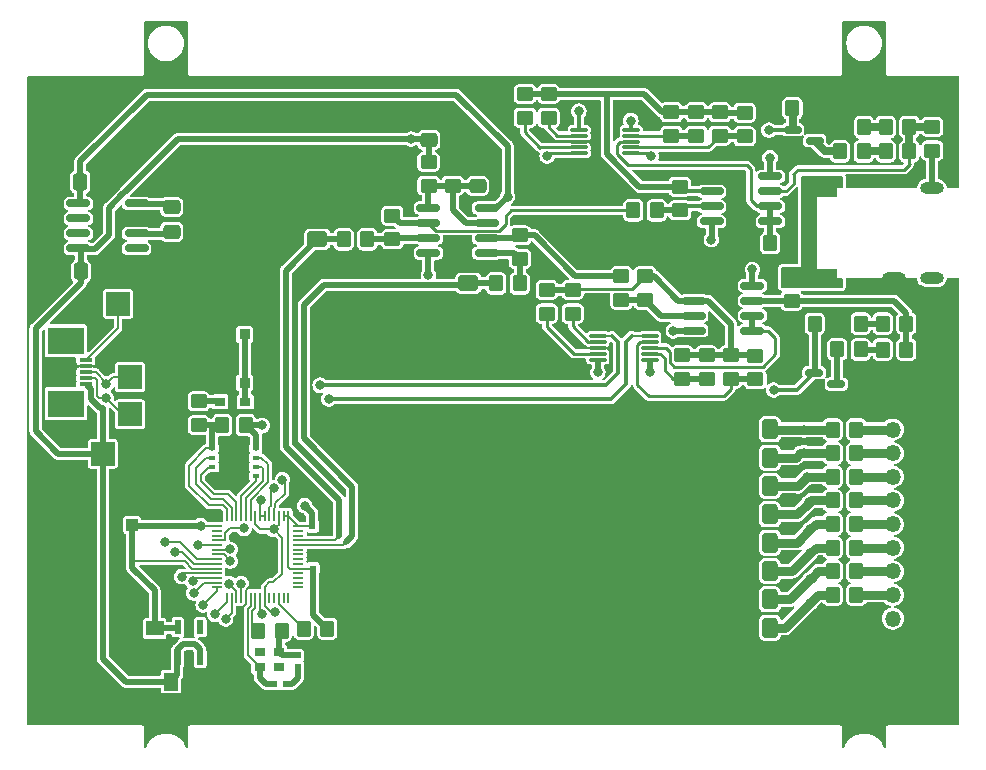
<source format=gbr>
%TF.GenerationSoftware,KiCad,Pcbnew,7.0.3*%
%TF.CreationDate,2023-06-15T19:17:24+02:00*%
%TF.ProjectId,osc_v2,6f73635f-7632-42e6-9b69-6361645f7063,rev?*%
%TF.SameCoordinates,PX4300198PY9aaf9c0*%
%TF.FileFunction,Copper,L1,Top*%
%TF.FilePolarity,Positive*%
%FSLAX46Y46*%
G04 Gerber Fmt 4.6, Leading zero omitted, Abs format (unit mm)*
G04 Created by KiCad (PCBNEW 7.0.3) date 2023-06-15 19:17:24*
%MOMM*%
%LPD*%
G01*
G04 APERTURE LIST*
G04 Aperture macros list*
%AMRoundRect*
0 Rectangle with rounded corners*
0 $1 Rounding radius*
0 $2 $3 $4 $5 $6 $7 $8 $9 X,Y pos of 4 corners*
0 Add a 4 corners polygon primitive as box body*
4,1,4,$2,$3,$4,$5,$6,$7,$8,$9,$2,$3,0*
0 Add four circle primitives for the rounded corners*
1,1,$1+$1,$2,$3*
1,1,$1+$1,$4,$5*
1,1,$1+$1,$6,$7*
1,1,$1+$1,$8,$9*
0 Add four rect primitives between the rounded corners*
20,1,$1+$1,$2,$3,$4,$5,0*
20,1,$1+$1,$4,$5,$6,$7,0*
20,1,$1+$1,$6,$7,$8,$9,0*
20,1,$1+$1,$8,$9,$2,$3,0*%
G04 Aperture macros list end*
%TA.AperFunction,ComponentPad*%
%ADD10R,1.350000X1.350000*%
%TD*%
%TA.AperFunction,ComponentPad*%
%ADD11O,1.350000X1.350000*%
%TD*%
%TA.AperFunction,SMDPad,CuDef*%
%ADD12RoundRect,0.250000X0.350000X0.450000X-0.350000X0.450000X-0.350000X-0.450000X0.350000X-0.450000X0*%
%TD*%
%TA.AperFunction,SMDPad,CuDef*%
%ADD13RoundRect,0.250000X0.475000X-0.337500X0.475000X0.337500X-0.475000X0.337500X-0.475000X-0.337500X0*%
%TD*%
%TA.AperFunction,SMDPad,CuDef*%
%ADD14RoundRect,0.250000X0.450000X-0.350000X0.450000X0.350000X-0.450000X0.350000X-0.450000X-0.350000X0*%
%TD*%
%TA.AperFunction,SMDPad,CuDef*%
%ADD15RoundRect,0.150000X0.825000X0.150000X-0.825000X0.150000X-0.825000X-0.150000X0.825000X-0.150000X0*%
%TD*%
%TA.AperFunction,SMDPad,CuDef*%
%ADD16RoundRect,0.250000X-0.350000X-0.450000X0.350000X-0.450000X0.350000X0.450000X-0.350000X0.450000X0*%
%TD*%
%TA.AperFunction,SMDPad,CuDef*%
%ADD17RoundRect,0.150000X-0.587500X-0.150000X0.587500X-0.150000X0.587500X0.150000X-0.587500X0.150000X0*%
%TD*%
%TA.AperFunction,SMDPad,CuDef*%
%ADD18RoundRect,0.250000X0.400000X0.600000X-0.400000X0.600000X-0.400000X-0.600000X0.400000X-0.600000X0*%
%TD*%
%TA.AperFunction,SMDPad,CuDef*%
%ADD19R,0.600000X0.400000*%
%TD*%
%TA.AperFunction,SMDPad,CuDef*%
%ADD20R,2.000000X3.000000*%
%TD*%
%TA.AperFunction,SMDPad,CuDef*%
%ADD21R,0.900000X0.800000*%
%TD*%
%TA.AperFunction,SMDPad,CuDef*%
%ADD22R,0.600000X0.600000*%
%TD*%
%TA.AperFunction,SMDPad,CuDef*%
%ADD23R,2.000000X2.000000*%
%TD*%
%TA.AperFunction,SMDPad,CuDef*%
%ADD24RoundRect,0.075000X-0.650000X-0.075000X0.650000X-0.075000X0.650000X0.075000X-0.650000X0.075000X0*%
%TD*%
%TA.AperFunction,SMDPad,CuDef*%
%ADD25RoundRect,0.250000X-0.450000X0.350000X-0.450000X-0.350000X0.450000X-0.350000X0.450000X0.350000X0*%
%TD*%
%TA.AperFunction,SMDPad,CuDef*%
%ADD26R,1.100000X0.300000*%
%TD*%
%TA.AperFunction,SMDPad,CuDef*%
%ADD27R,3.100000X2.300000*%
%TD*%
%TA.AperFunction,SMDPad,CuDef*%
%ADD28RoundRect,0.250000X-0.337500X-0.475000X0.337500X-0.475000X0.337500X0.475000X-0.337500X0.475000X0*%
%TD*%
%TA.AperFunction,SMDPad,CuDef*%
%ADD29R,0.900000X0.750000*%
%TD*%
%TA.AperFunction,SMDPad,CuDef*%
%ADD30R,0.550000X1.200000*%
%TD*%
%TA.AperFunction,SMDPad,CuDef*%
%ADD31R,1.240000X1.500000*%
%TD*%
%TA.AperFunction,SMDPad,CuDef*%
%ADD32R,0.875000X0.200000*%
%TD*%
%TA.AperFunction,SMDPad,CuDef*%
%ADD33R,0.200000X0.875000*%
%TD*%
%TA.AperFunction,SMDPad,CuDef*%
%ADD34RoundRect,0.160000X-1.440000X-1.440000X1.440000X-1.440000X1.440000X1.440000X-1.440000X1.440000X0*%
%TD*%
%TA.AperFunction,SMDPad,CuDef*%
%ADD35RoundRect,0.250000X0.600000X-0.400000X0.600000X0.400000X-0.600000X0.400000X-0.600000X-0.400000X0*%
%TD*%
%TA.AperFunction,ComponentPad*%
%ADD36O,2.016000X1.008000*%
%TD*%
%TA.AperFunction,SMDPad,CuDef*%
%ADD37R,1.800000X1.350000*%
%TD*%
%TA.AperFunction,SMDPad,CuDef*%
%ADD38R,1.500000X1.240000*%
%TD*%
%TA.AperFunction,SMDPad,CuDef*%
%ADD39R,0.900000X0.900000*%
%TD*%
%TA.AperFunction,SMDPad,CuDef*%
%ADD40RoundRect,0.250000X-0.600000X0.400000X-0.600000X-0.400000X0.600000X-0.400000X0.600000X0.400000X0*%
%TD*%
%TA.AperFunction,SMDPad,CuDef*%
%ADD41R,1.000000X1.075000*%
%TD*%
%TA.AperFunction,ViaPad*%
%ADD42C,0.800000*%
%TD*%
%TA.AperFunction,Conductor*%
%ADD43C,0.254000*%
%TD*%
%TA.AperFunction,Conductor*%
%ADD44C,0.177800*%
%TD*%
%TA.AperFunction,Conductor*%
%ADD45C,0.508000*%
%TD*%
%TA.AperFunction,Conductor*%
%ADD46C,0.330200*%
%TD*%
%TA.AperFunction,Conductor*%
%ADD47C,0.762000*%
%TD*%
%TA.AperFunction,Conductor*%
%ADD48C,0.635000*%
%TD*%
%TA.AperFunction,Conductor*%
%ADD49C,0.250000*%
%TD*%
G04 APERTURE END LIST*
D10*
%TO.P,J2,1,Pin_1*%
%TO.N,GND*%
X73480000Y3240000D03*
D11*
%TO.P,J2,2,Pin_2*%
X73480000Y5240000D03*
%TO.P,J2,3,Pin_3*%
X73480000Y7240000D03*
%TO.P,J2,4,Pin_4*%
%TO.N,+5V*%
X73480000Y9240000D03*
%TO.P,J2,5,Pin_5*%
%TO.N,LA0_I*%
X73480000Y11240000D03*
%TO.P,J2,6,Pin_6*%
%TO.N,LA1_I*%
X73480000Y13240000D03*
%TO.P,J2,7,Pin_7*%
%TO.N,LA2_I*%
X73480000Y15240000D03*
%TO.P,J2,8,Pin_8*%
%TO.N,LA3_I*%
X73480000Y17240000D03*
%TO.P,J2,9,Pin_9*%
%TO.N,LA4_I*%
X73480000Y19240000D03*
%TO.P,J2,10,Pin_10*%
%TO.N,LA5_I*%
X73480000Y21240000D03*
%TO.P,J2,11,Pin_11*%
%TO.N,LA6_I*%
X73480000Y23240000D03*
%TO.P,J2,12,Pin_12*%
%TO.N,LA7_I*%
X73480000Y25240000D03*
%TD*%
D12*
%TO.P,R11,1,1*%
%TO.N,+3V3*%
X25604838Y8375162D03*
%TO.P,R11,2,2*%
%TO.N,/RP2040/~{RESET}*%
X23604838Y8375162D03*
%TD*%
D13*
%TO.P,C28,1*%
%TO.N,DC_OFFSET*%
X38330000Y45872500D03*
%TO.P,C28,2*%
%TO.N,GND*%
X38330000Y47947500D03*
%TD*%
D14*
%TO.P,R43,1*%
%TO.N,Net-(U4-S2)*%
X61840000Y29510000D03*
%TO.P,R43,2*%
%TO.N,Net-(U1B--)*%
X61840000Y31510000D03*
%TD*%
%TO.P,R13,1,1*%
%TO.N,/RP2040/QSPI_CS*%
X14730000Y25630000D03*
%TO.P,R13,2,2*%
%TO.N,Net-(D2-PadA)*%
X14730000Y27630000D03*
%TD*%
D15*
%TO.P,U2,1*%
%TO.N,Net-(U2A--)*%
X63105000Y42875000D03*
%TO.P,U2,2,-*%
X63105000Y44145000D03*
%TO.P,U2,3,+*%
%TO.N,Net-(U2A-+)*%
X63105000Y45415000D03*
%TO.P,U2,4,V-*%
%TO.N,-5V*%
X63105000Y46685000D03*
%TO.P,U2,5,+*%
%TO.N,GND*%
X58155000Y46685000D03*
%TO.P,U2,6,-*%
%TO.N,Net-(U2B--)*%
X58155000Y45415000D03*
%TO.P,U2,7*%
%TO.N,Net-(R25-Pad2)*%
X58155000Y44145000D03*
%TO.P,U2,8,V+*%
%TO.N,+5V*%
X58155000Y42875000D03*
%TD*%
D16*
%TO.P,R41,1*%
%TO.N,CH2_RANGE2*%
X64990000Y52460000D03*
%TO.P,R41,2*%
%TO.N,GND*%
X66990000Y52460000D03*
%TD*%
D17*
%TO.P,Q2,1,G*%
%TO.N,CH2_RANGE2*%
X65002500Y50640000D03*
%TO.P,Q2,2,S*%
%TO.N,GND*%
X65002500Y48740000D03*
%TO.P,Q2,3,D*%
%TO.N,Net-(Q2-D)*%
X66877500Y49690000D03*
%TD*%
D18*
%TO.P,D8,1,K*%
%TO.N,LA1*%
X63080000Y10870000D03*
%TO.P,D8,2,A*%
%TO.N,GND*%
X59580000Y10870000D03*
%TD*%
D16*
%TO.P,R18,1,1*%
%TO.N,/RP2040/QSPI_CS*%
X16704838Y25625162D03*
%TO.P,R18,2,2*%
%TO.N,+3V3*%
X18704838Y25625162D03*
%TD*%
D19*
%TO.P,U7,1,SSEL*%
%TO.N,/RP2040/QSPI_CS*%
X15854838Y23675162D03*
%TO.P,U7,2,MISO*%
%TO.N,/RP2040/QSPI_DATA[1]*%
X15854838Y22875162D03*
%TO.P,U7,3,WP#/IO2*%
%TO.N,/RP2040/QSPI_DATA[2]*%
X15854838Y22075162D03*
%TO.P,U7,4,VSS*%
%TO.N,GND*%
X15854838Y21275162D03*
%TO.P,U7,5,MOSI*%
%TO.N,/RP2040/QSPI_DATA[0]*%
X19554838Y21275162D03*
%TO.P,U7,6,SCK*%
%TO.N,/RP2040/QSPI_SCK*%
X19554838Y22075162D03*
%TO.P,U7,7,HOLD#/IO3*%
%TO.N,/RP2040/QSPI_DATA[3]*%
X19554838Y22875162D03*
%TO.P,U7,8,VCC*%
%TO.N,+3V3*%
X19554838Y23675162D03*
D20*
%TO.P,U7,PAD,VSS*%
%TO.N,GND*%
X17704838Y22475162D03*
%TD*%
D21*
%TO.P,D2,A,A*%
%TO.N,Net-(D2-PadA)*%
X16530000Y27600000D03*
%TO.P,D2,C,C*%
%TO.N,Net-(SW1-P)*%
X18670000Y27600000D03*
%TD*%
D12*
%TO.P,R40,1*%
%TO.N,Net-(R39-Pad2)*%
X71020000Y48800000D03*
%TO.P,R40,2*%
%TO.N,Net-(Q2-D)*%
X69020000Y48800000D03*
%TD*%
D22*
%TO.P,C9,1,1*%
%TO.N,Net-(C10-Pad1)*%
X22112838Y3725162D03*
%TO.P,C9,2,2*%
%TO.N,Net-(IC1-XIN)*%
X21096838Y3725162D03*
%TD*%
D23*
%TO.P,TP7,1,1*%
%TO.N,GND*%
X9600000Y32800000D03*
%TD*%
D17*
%TO.P,Q1,1,G*%
%TO.N,CH1_RANGE2*%
X66825000Y30050000D03*
%TO.P,Q1,2,S*%
%TO.N,GND*%
X66825000Y28150000D03*
%TO.P,Q1,3,D*%
%TO.N,Net-(Q1-D)*%
X68700000Y29100000D03*
%TD*%
D14*
%TO.P,R22,1*%
%TO.N,Net-(U9-S2)*%
X56840000Y50120000D03*
%TO.P,R22,2*%
%TO.N,Net-(U2B--)*%
X56840000Y52120000D03*
%TD*%
D12*
%TO.P,R2,1*%
%TO.N,Net-(U1A-+)*%
X74630000Y34210000D03*
%TO.P,R2,2*%
%TO.N,Net-(R2-Pad2)*%
X72630000Y34210000D03*
%TD*%
D14*
%TO.P,R23,1*%
%TO.N,Net-(U9-S3)*%
X42340000Y51650000D03*
%TO.P,R23,2*%
%TO.N,Net-(U2B--)*%
X42340000Y53650000D03*
%TD*%
D12*
%TO.P,R42,1*%
%TO.N,Net-(R20-Pad2)*%
X71040000Y50860000D03*
%TO.P,R42,2*%
%TO.N,GND*%
X69040000Y50860000D03*
%TD*%
D15*
%TO.P,U1,1*%
%TO.N,Net-(U1A--)*%
X61600000Y33620000D03*
%TO.P,U1,2,-*%
X61600000Y34890000D03*
%TO.P,U1,3,+*%
%TO.N,Net-(U1A-+)*%
X61600000Y36160000D03*
%TO.P,U1,4,V-*%
%TO.N,-5V*%
X61600000Y37430000D03*
%TO.P,U1,5,+*%
%TO.N,GND*%
X56650000Y37430000D03*
%TO.P,U1,6,-*%
%TO.N,Net-(U1B--)*%
X56650000Y36160000D03*
%TO.P,U1,7*%
%TO.N,Net-(R3-Pad2)*%
X56650000Y34890000D03*
%TO.P,U1,8,V+*%
%TO.N,+5V*%
X56650000Y33620000D03*
%TD*%
D14*
%TO.P,R7,1*%
%TO.N,Net-(U4-S4)*%
X55640000Y29530000D03*
%TO.P,R7,2*%
%TO.N,Net-(U1B--)*%
X55640000Y31530000D03*
%TD*%
D13*
%TO.P,C26,1*%
%TO.N,+5V*%
X34200000Y49762500D03*
%TO.P,C26,2*%
%TO.N,GND*%
X34200000Y51837500D03*
%TD*%
D24*
%TO.P,U4,1,A0*%
%TO.N,CH1_RANGE0*%
X48510000Y33160000D03*
%TO.P,U4,2,S1*%
%TO.N,Net-(U4-S1)*%
X48510000Y32660000D03*
%TO.P,U4,3,GND*%
%TO.N,GND*%
X48510000Y32160000D03*
%TO.P,U4,4,S3*%
%TO.N,Net-(U4-S3)*%
X48510000Y31660000D03*
%TO.P,U4,5,EN*%
%TO.N,+5V*%
X48510000Y31160000D03*
%TO.P,U4,6,VCC*%
X52910000Y31160000D03*
%TO.P,U4,7,S4*%
%TO.N,Net-(U4-S4)*%
X52910000Y31660000D03*
%TO.P,U4,8,D1*%
%TO.N,Net-(U1A--)*%
X52910000Y32160000D03*
%TO.P,U4,9,S2*%
%TO.N,Net-(U4-S2)*%
X52910000Y32660000D03*
%TO.P,U4,10,A1*%
%TO.N,CH1_RANGE1*%
X52910000Y33160000D03*
%TD*%
D18*
%TO.P,D10,1,K*%
%TO.N,LA5*%
X63080000Y20470000D03*
%TO.P,D10,2,A*%
%TO.N,GND*%
X59580000Y20470000D03*
%TD*%
D12*
%TO.P,R17,1*%
%TO.N,LA1_I*%
X70390000Y13250000D03*
%TO.P,R17,2*%
%TO.N,LA1*%
X68390000Y13250000D03*
%TD*%
%TO.P,R34,1*%
%TO.N,LA7_I*%
X70390000Y25250000D03*
%TO.P,R34,2*%
%TO.N,LA7*%
X68390000Y25250000D03*
%TD*%
D25*
%TO.P,R27,1*%
%TO.N,Net-(U5B--)*%
X31100000Y43360000D03*
%TO.P,R27,2*%
%TO.N,Net-(R27-Pad2)*%
X31100000Y41360000D03*
%TD*%
D18*
%TO.P,D6,1,K*%
%TO.N,LA4*%
X63080000Y18070000D03*
%TO.P,D6,2,A*%
%TO.N,GND*%
X59580000Y18070000D03*
%TD*%
D26*
%TO.P,J1,1,Pin_1*%
%TO.N,Net-(J1-Pin_1)*%
X5175000Y31100000D03*
%TO.P,J1,2,Pin_2*%
%TO.N,GND*%
X5175000Y30600000D03*
%TO.P,J1,3,Pin_3*%
%TO.N,/RP2040/D-*%
X5175000Y30100000D03*
%TO.P,J1,4,Pin_4*%
%TO.N,/RP2040/D+*%
X5175000Y29600000D03*
%TO.P,J1,5,Pin_5*%
%TO.N,+5V*%
X5175000Y29100000D03*
D27*
%TO.P,J1,MP*%
%TO.N,N/C*%
X3475000Y32770000D03*
X3475000Y27430000D03*
%TD*%
D12*
%TO.P,R20,2*%
%TO.N,Net-(R20-Pad2)*%
X72890000Y50857500D03*
%TO.P,R20,1*%
%TO.N,Net-(U2A-+)*%
X74890000Y50857500D03*
%TD*%
D22*
%TO.P,C10,1,1*%
%TO.N,Net-(C10-Pad1)*%
X23104838Y5117162D03*
%TO.P,C10,2,2*%
%TO.N,Net-(C10-Pad2)*%
X23104838Y6133162D03*
%TD*%
D12*
%TO.P,R14,2*%
%TO.N,LA2*%
X68390000Y15250000D03*
%TO.P,R14,1*%
%TO.N,LA2_I*%
X70390000Y15250000D03*
%TD*%
D14*
%TO.P,R9,1*%
%TO.N,Net-(R3-Pad2)*%
X50500000Y36250000D03*
%TO.P,R9,2*%
%TO.N,Net-(U5A--)*%
X50500000Y38250000D03*
%TD*%
D25*
%TO.P,R8,1*%
%TO.N,Net-(U5A--)*%
X41912500Y41700000D03*
%TO.P,R8,2*%
%TO.N,Net-(R10-Pad1)*%
X41912500Y39700000D03*
%TD*%
D28*
%TO.P,C3,1*%
%TO.N,+5V*%
X4737500Y38635000D03*
%TO.P,C3,2*%
%TO.N,GND*%
X6812500Y38635000D03*
%TD*%
D14*
%TO.P,R24,1*%
%TO.N,Net-(U9-S4)*%
X58840000Y50120000D03*
%TO.P,R24,2*%
%TO.N,Net-(U2B--)*%
X58840000Y52120000D03*
%TD*%
D12*
%TO.P,R12,1,1*%
%TO.N,Net-(C10-Pad2)*%
X21754838Y8200000D03*
%TO.P,R12,2,2*%
%TO.N,Net-(IC1-XOUT)*%
X19754838Y8200000D03*
%TD*%
D29*
%TO.P,Y1,1,1*%
%TO.N,Net-(C10-Pad2)*%
X21529838Y6400162D03*
%TO.P,Y1,2*%
%TO.N,N/C*%
X19879838Y6400162D03*
%TO.P,Y1,3,2*%
%TO.N,Net-(IC1-XIN)*%
X19879838Y5150162D03*
%TO.P,Y1,4*%
%TO.N,N/C*%
X21529838Y5150162D03*
%TD*%
D25*
%TO.P,R1,1*%
%TO.N,CH1_RAW*%
X64920000Y38160000D03*
%TO.P,R1,2*%
%TO.N,Net-(U1A-+)*%
X64920000Y36160000D03*
%TD*%
D12*
%TO.P,R31,1*%
%TO.N,LA0_I*%
X70390000Y11250000D03*
%TO.P,R31,2*%
%TO.N,LA0*%
X68390000Y11250000D03*
%TD*%
D14*
%TO.P,R4,1*%
%TO.N,Net-(U4-S1)*%
X46390000Y35070000D03*
%TO.P,R4,2*%
%TO.N,Net-(U1B--)*%
X46390000Y37070000D03*
%TD*%
D30*
%TO.P,U6,1,IN*%
%TO.N,+5V*%
X12950000Y5899900D03*
%TO.P,U6,2,GND*%
%TO.N,GND*%
X13900000Y5899900D03*
%TO.P,U6,3,EN*%
%TO.N,+5V*%
X14850000Y5899900D03*
%TO.P,U6,4,P4*%
%TO.N,unconnected-(U6-P4-Pad4)*%
X14850000Y8500100D03*
%TO.P,U6,5,OUT*%
%TO.N,+3V3*%
X12950000Y8500100D03*
%TD*%
D23*
%TO.P,TP2,1,1*%
%TO.N,/RP2040/D-*%
X8900000Y29700000D03*
%TD*%
D12*
%TO.P,R37,1*%
%TO.N,Net-(R36-Pad2)*%
X70780000Y32030000D03*
%TO.P,R37,2*%
%TO.N,Net-(Q1-D)*%
X68780000Y32030000D03*
%TD*%
D14*
%TO.P,R45,1*%
%TO.N,Net-(U9-S4)*%
X60940000Y50070000D03*
%TO.P,R45,2*%
%TO.N,Net-(U2B--)*%
X60940000Y52070000D03*
%TD*%
%TO.P,R6,1*%
%TO.N,Net-(U4-S3)*%
X44190000Y35070000D03*
%TO.P,R6,2*%
%TO.N,Net-(U1B--)*%
X44190000Y37070000D03*
%TD*%
D15*
%TO.P,U5,1*%
%TO.N,Net-(R10-Pad1)*%
X39107500Y40195000D03*
%TO.P,U5,2,-*%
%TO.N,Net-(U5A--)*%
X39107500Y41465000D03*
%TO.P,U5,3,+*%
%TO.N,DC_OFFSET*%
X39107500Y42735000D03*
%TO.P,U5,4,V-*%
%TO.N,-5V*%
X39107500Y44005000D03*
%TO.P,U5,5,+*%
%TO.N,DC_OFFSET*%
X34157500Y44005000D03*
%TO.P,U5,6,-*%
%TO.N,Net-(U5B--)*%
X34157500Y42735000D03*
%TO.P,U5,7*%
%TO.N,Net-(R27-Pad2)*%
X34157500Y41465000D03*
%TO.P,U5,8,V+*%
%TO.N,+5V*%
X34157500Y40195000D03*
%TD*%
D31*
%TO.P,C15,1,1*%
%TO.N,+5V*%
X12360000Y3910000D03*
%TO.P,C15,2,2*%
%TO.N,GND*%
X14260000Y3910000D03*
%TD*%
D12*
%TO.P,R39,1*%
%TO.N,Net-(U2A-+)*%
X74880000Y48810000D03*
%TO.P,R39,2*%
%TO.N,Net-(R39-Pad2)*%
X72880000Y48810000D03*
%TD*%
D14*
%TO.P,R21,1*%
%TO.N,Net-(U9-S2)*%
X54740000Y50120000D03*
%TO.P,R21,2*%
%TO.N,Net-(U2B--)*%
X54740000Y52120000D03*
%TD*%
D18*
%TO.P,D4,1,K*%
%TO.N,LA0*%
X63080000Y8470000D03*
%TO.P,D4,2,A*%
%TO.N,GND*%
X59580000Y8470000D03*
%TD*%
D32*
%TO.P,IC1,1,IOVDD*%
%TO.N,+3V3*%
X16254838Y17075162D03*
%TO.P,IC1,2,GPIO0*%
%TO.N,unconnected-(IC1-GPIO0-Pad2)*%
X16254838Y16675162D03*
%TO.P,IC1,3,GPIO1*%
%TO.N,unconnected-(IC1-GPIO1-Pad3)*%
X16254838Y16275162D03*
%TO.P,IC1,4,GPIO2*%
%TO.N,CH1_RANGE0*%
X16254838Y15875162D03*
%TO.P,IC1,5,GPIO3*%
%TO.N,CH1_RANGE1*%
X16254838Y15475162D03*
%TO.P,IC1,6,GPIO4*%
%TO.N,CH2_RANGE0*%
X16254838Y15075162D03*
%TO.P,IC1,7,GPIO5*%
%TO.N,CH2_RANGE1*%
X16254838Y14675162D03*
%TO.P,IC1,8,GPIO6*%
%TO.N,LA0*%
X16254838Y14275162D03*
%TO.P,IC1,9,GPIO7*%
%TO.N,LA1*%
X16254838Y13875162D03*
%TO.P,IC1,10,IOVDD*%
%TO.N,+3V3*%
X16254838Y13475162D03*
%TO.P,IC1,11,GPIO8*%
%TO.N,LA2*%
X16254838Y13075162D03*
%TO.P,IC1,12,GPIO9*%
%TO.N,LA3*%
X16254838Y12675162D03*
%TO.P,IC1,13,GPIO10*%
%TO.N,LA4*%
X16254838Y12275162D03*
%TO.P,IC1,14,GPIO11*%
%TO.N,LA5*%
X16254838Y11875162D03*
D33*
%TO.P,IC1,15,GPIO12*%
%TO.N,LA6*%
X17104838Y11025162D03*
%TO.P,IC1,16,GPIO13*%
%TO.N,LA7*%
X17504838Y11025162D03*
%TO.P,IC1,17,GPIO14*%
%TO.N,CH1_RANGE2*%
X17904838Y11025162D03*
%TO.P,IC1,18,GPIO15*%
%TO.N,CH2_RANGE2*%
X18304838Y11025162D03*
%TO.P,IC1,19,TESTEN*%
%TO.N,GND*%
X18704838Y11025162D03*
%TO.P,IC1,20,XIN*%
%TO.N,Net-(IC1-XIN)*%
X19104838Y11025162D03*
%TO.P,IC1,21,XOUT*%
%TO.N,Net-(IC1-XOUT)*%
X19504838Y11025162D03*
%TO.P,IC1,22,IOVDD*%
%TO.N,+3V3*%
X19904838Y11025162D03*
%TO.P,IC1,23,DVDD*%
%TO.N,1.2V*%
X20304838Y11025162D03*
%TO.P,IC1,24,SWCLK*%
%TO.N,/RP2040/SWCLK*%
X20704838Y11025162D03*
%TO.P,IC1,25,SWDIO*%
%TO.N,/RP2040/SWDIO*%
X21104838Y11025162D03*
%TO.P,IC1,26,/RUN*%
%TO.N,/RP2040/~{RESET}*%
X21504838Y11025162D03*
%TO.P,IC1,27,GPIO16*%
%TO.N,unconnected-(IC1-GPIO16-Pad27)*%
X21904838Y11025162D03*
%TO.P,IC1,28,GPIO17*%
%TO.N,unconnected-(IC1-GPIO17-Pad28)*%
X22304838Y11025162D03*
D32*
%TO.P,IC1,29,GPIO18*%
%TO.N,unconnected-(IC1-GPIO18-Pad29)*%
X23154838Y11875162D03*
%TO.P,IC1,30,GPIO19*%
%TO.N,unconnected-(IC1-GPIO19-Pad30)*%
X23154838Y12275162D03*
%TO.P,IC1,31,GPIO20*%
%TO.N,unconnected-(IC1-GPIO20-Pad31)*%
X23154838Y12675162D03*
%TO.P,IC1,32,GPIO21*%
%TO.N,unconnected-(IC1-GPIO21-Pad32)*%
X23154838Y13075162D03*
%TO.P,IC1,33,IOVDD*%
%TO.N,+3V3*%
X23154838Y13475162D03*
%TO.P,IC1,34,GPIO22*%
%TO.N,unconnected-(IC1-GPIO22-Pad34)*%
X23154838Y13875162D03*
%TO.P,IC1,35,GPIO23*%
%TO.N,unconnected-(IC1-GPIO23-Pad35)*%
X23154838Y14275162D03*
%TO.P,IC1,36,GPIO24*%
%TO.N,unconnected-(IC1-GPIO24-Pad36)*%
X23154838Y14675162D03*
%TO.P,IC1,37,GPIO25*%
%TO.N,unconnected-(IC1-GPIO25-Pad37)*%
X23154838Y15075162D03*
%TO.P,IC1,38,GPIO26/AD0*%
%TO.N,CH1*%
X23154838Y15475162D03*
%TO.P,IC1,39,GPIO27/AD1*%
%TO.N,CH2*%
X23154838Y15875162D03*
%TO.P,IC1,40,GPIO28/AD2*%
%TO.N,unconnected-(IC1-GPIO28{slash}AD2-Pad40)*%
X23154838Y16275162D03*
%TO.P,IC1,41,GPIO29/AD3*%
%TO.N,unconnected-(IC1-GPIO29{slash}AD3-Pad41)*%
X23154838Y16675162D03*
%TO.P,IC1,42,IOVDD*%
%TO.N,+3V3*%
X23154838Y17075162D03*
D33*
%TO.P,IC1,43,ADC_IOVDD*%
X22304838Y17925162D03*
%TO.P,IC1,44,VREG_IOVDD*%
X21904838Y17925162D03*
%TO.P,IC1,45,VREG_VOUT*%
%TO.N,1.2V*%
X21504838Y17925162D03*
%TO.P,IC1,46,USB_D-*%
%TO.N,/RP2040/D-*%
X21104838Y17925162D03*
%TO.P,IC1,47,USB_D+*%
%TO.N,/RP2040/D+*%
X20704838Y17925162D03*
%TO.P,IC1,48,USB_IOVDD*%
%TO.N,+3V3*%
X20304838Y17925162D03*
%TO.P,IC1,49,IOVDD*%
X19904838Y17925162D03*
%TO.P,IC1,50,DVDD*%
%TO.N,1.2V*%
X19504838Y17925162D03*
%TO.P,IC1,51,QSPI_SD3*%
%TO.N,/RP2040/QSPI_DATA[3]*%
X19104838Y17925162D03*
%TO.P,IC1,52,QSPI_SCLK*%
%TO.N,/RP2040/QSPI_SCK*%
X18704838Y17925162D03*
%TO.P,IC1,53,QSPI_SD0*%
%TO.N,/RP2040/QSPI_DATA[0]*%
X18304838Y17925162D03*
%TO.P,IC1,54,QSPI_SD2*%
%TO.N,/RP2040/QSPI_DATA[2]*%
X17904838Y17925162D03*
%TO.P,IC1,55,QSPI_SD1*%
%TO.N,/RP2040/QSPI_DATA[1]*%
X17504838Y17925162D03*
%TO.P,IC1,56,~{QSPI_CS}*%
%TO.N,/RP2040/QSPI_CS*%
X17104838Y17925162D03*
D34*
%TO.P,IC1,P$1,GND*%
%TO.N,GND*%
X19704838Y14475162D03*
%TD*%
D12*
%TO.P,R15,1*%
%TO.N,LA4_I*%
X70390000Y19250000D03*
%TO.P,R15,2*%
%TO.N,LA4*%
X68390000Y19250000D03*
%TD*%
%TO.P,R28,1*%
%TO.N,Net-(R27-Pad2)*%
X29000000Y41360000D03*
%TO.P,R28,2*%
%TO.N,CH2*%
X27000000Y41360000D03*
%TD*%
D23*
%TO.P,TP3,1,1*%
%TO.N,/RP2040/D+*%
X8900000Y26550000D03*
%TD*%
%TO.P,TP6,1,1*%
%TO.N,Net-(J1-Pin_1)*%
X7900000Y35900000D03*
%TD*%
D12*
%TO.P,R38,1*%
%TO.N,CH1_RANGE2*%
X66870000Y34200000D03*
%TO.P,R38,2*%
%TO.N,GND*%
X64870000Y34200000D03*
%TD*%
D18*
%TO.P,D7,1,K*%
%TO.N,LA6*%
X63080000Y22870000D03*
%TO.P,D7,2,A*%
%TO.N,GND*%
X59580000Y22870000D03*
%TD*%
D12*
%TO.P,R33,1*%
%TO.N,LA5_I*%
X70390000Y21250000D03*
%TO.P,R33,2*%
%TO.N,LA5*%
X68390000Y21250000D03*
%TD*%
%TO.P,R26,1*%
%TO.N,Net-(R25-Pad2)*%
X53500000Y43810000D03*
%TO.P,R26,2*%
%TO.N,Net-(U5B--)*%
X51500000Y43810000D03*
%TD*%
D14*
%TO.P,R46,1*%
%TO.N,Net-(U9-S1)*%
X44340000Y51650000D03*
%TO.P,R46,2*%
%TO.N,Net-(U2B--)*%
X44340000Y53650000D03*
%TD*%
D25*
%TO.P,R30,1*%
%TO.N,GND*%
X36232500Y47900000D03*
%TO.P,R30,2*%
%TO.N,DC_OFFSET*%
X36232500Y45900000D03*
%TD*%
D35*
%TO.P,D3,1,K*%
%TO.N,CH2*%
X24750000Y41360000D03*
%TO.P,D3,2,A*%
%TO.N,GND*%
X24750000Y44860000D03*
%TD*%
D18*
%TO.P,D9,1,K*%
%TO.N,LA3*%
X63080000Y15670000D03*
%TO.P,D9,2,A*%
%TO.N,GND*%
X59580000Y15670000D03*
%TD*%
D13*
%TO.P,C1,1*%
%TO.N,Net-(U3-CAP+)*%
X12425000Y41997500D03*
%TO.P,C1,2*%
%TO.N,Net-(U3-CAP-)*%
X12425000Y44072500D03*
%TD*%
D25*
%TO.P,R29,1*%
%TO.N,+5V*%
X34182500Y47900000D03*
%TO.P,R29,2*%
%TO.N,DC_OFFSET*%
X34182500Y45900000D03*
%TD*%
D18*
%TO.P,D5,1,K*%
%TO.N,LA2*%
X63080000Y13270000D03*
%TO.P,D5,2,A*%
%TO.N,GND*%
X59580000Y13270000D03*
%TD*%
D28*
%TO.P,C2,1*%
%TO.N,-5V*%
X4687500Y46235000D03*
%TO.P,C2,2*%
%TO.N,GND*%
X6762500Y46235000D03*
%TD*%
D25*
%TO.P,R3,1*%
%TO.N,Net-(U1B--)*%
X52500000Y38250000D03*
%TO.P,R3,2*%
%TO.N,Net-(R3-Pad2)*%
X52500000Y36250000D03*
%TD*%
D36*
%TO.P,J3,1*%
%TO.N,CH2_RAW*%
X76790000Y45690000D03*
D37*
%TO.P,J3,2*%
%TO.N,CH1_RAW*%
X67890000Y38165000D03*
D36*
%TO.P,J3,3*%
%TO.N,GND*%
X73590000Y38090000D03*
D37*
%TO.P,J3,4*%
%TO.N,CH1_RAW*%
X67890000Y45615000D03*
D36*
%TO.P,J3,5*%
%TO.N,CH2_RAW*%
X76790000Y38090000D03*
%TD*%
D23*
%TO.P,TP5,1,1*%
%TO.N,+5V*%
X6600000Y23200000D03*
%TD*%
D22*
%TO.P,C17,1,1*%
%TO.N,+3V3*%
X24396838Y13475162D03*
%TO.P,C17,2,2*%
%TO.N,GND*%
X25412838Y13475162D03*
%TD*%
D12*
%TO.P,R20,1*%
%TO.N,Net-(U2A--)*%
X63100000Y41030000D03*
%TO.P,R20,2*%
%TO.N,GND*%
X61100000Y41030000D03*
%TD*%
D38*
%TO.P,C20,1,1*%
%TO.N,+3V3*%
X10980000Y8410000D03*
%TO.P,C20,2,2*%
%TO.N,GND*%
X10980000Y6510000D03*
%TD*%
D25*
%TO.P,R25,1*%
%TO.N,Net-(U2B--)*%
X55460000Y45810000D03*
%TO.P,R25,2*%
%TO.N,Net-(R25-Pad2)*%
X55460000Y43810000D03*
%TD*%
D12*
%TO.P,R36,1*%
%TO.N,Net-(U1A-+)*%
X74630000Y32010000D03*
%TO.P,R36,2*%
%TO.N,Net-(R36-Pad2)*%
X72630000Y32010000D03*
%TD*%
%TO.P,R35,1*%
%TO.N,Net-(R2-Pad2)*%
X70780000Y34210000D03*
%TO.P,R35,2*%
%TO.N,GND*%
X68780000Y34210000D03*
%TD*%
D22*
%TO.P,C18,1,1*%
%TO.N,+3V3*%
X24346838Y17075162D03*
%TO.P,C18,2,2*%
%TO.N,GND*%
X25362838Y17075162D03*
%TD*%
D24*
%TO.P,U9,1,A0*%
%TO.N,CH2_RANGE0*%
X46930000Y50630000D03*
%TO.P,U9,2,S1*%
%TO.N,Net-(U9-S1)*%
X46930000Y50130000D03*
%TO.P,U9,3,GND*%
%TO.N,GND*%
X46930000Y49630000D03*
%TO.P,U9,4,S3*%
%TO.N,Net-(U9-S3)*%
X46930000Y49130000D03*
%TO.P,U9,5,EN*%
%TO.N,+5V*%
X46930000Y48630000D03*
%TO.P,U9,6,VCC*%
X51330000Y48630000D03*
%TO.P,U9,7,S4*%
%TO.N,Net-(U9-S4)*%
X51330000Y49130000D03*
%TO.P,U9,8,D1*%
%TO.N,Net-(U2A--)*%
X51330000Y49630000D03*
%TO.P,U9,9,S2*%
%TO.N,Net-(U9-S2)*%
X51330000Y50130000D03*
%TO.P,U9,10,A1*%
%TO.N,CH2_RANGE1*%
X51330000Y50630000D03*
%TD*%
D12*
%TO.P,R16,1*%
%TO.N,LA6_I*%
X70390000Y23250000D03*
%TO.P,R16,2*%
%TO.N,LA6*%
X68390000Y23250000D03*
%TD*%
D15*
%TO.P,U3,1,NC*%
%TO.N,unconnected-(U3-NC-Pad1)*%
X9475000Y40595000D03*
%TO.P,U3,2,CAP+*%
%TO.N,Net-(U3-CAP+)*%
X9475000Y41865000D03*
%TO.P,U3,3,GND*%
%TO.N,GND*%
X9475000Y43135000D03*
%TO.P,U3,4,CAP-*%
%TO.N,Net-(U3-CAP-)*%
X9475000Y44405000D03*
%TO.P,U3,5,VOUT*%
%TO.N,-5V*%
X4525000Y44405000D03*
%TO.P,U3,6,LV*%
%TO.N,unconnected-(U3-LV-Pad6)*%
X4525000Y43135000D03*
%TO.P,U3,7,OSC*%
%TO.N,unconnected-(U3-OSC-Pad7)*%
X4525000Y41865000D03*
%TO.P,U3,8,V+*%
%TO.N,+5V*%
X4525000Y40595000D03*
%TD*%
D12*
%TO.P,R10,1*%
%TO.N,Net-(R10-Pad1)*%
X41900000Y37617500D03*
%TO.P,R10,2*%
%TO.N,CH1*%
X39900000Y37617500D03*
%TD*%
%TO.P,R32,1*%
%TO.N,LA3_I*%
X70390000Y17250000D03*
%TO.P,R32,2*%
%TO.N,LA3*%
X68390000Y17250000D03*
%TD*%
D39*
%TO.P,SW1,A,P*%
%TO.N,Net-(SW1-P)*%
X18600000Y29200000D03*
%TO.P,SW1,A',P1*%
X18600000Y33300000D03*
%TO.P,SW1,B,S*%
%TO.N,GND*%
X17000000Y29200000D03*
%TO.P,SW1,B',S1*%
X17000000Y33300000D03*
%TD*%
D40*
%TO.P,D1,1,K*%
%TO.N,CH1*%
X37550000Y37617500D03*
%TO.P,D1,2,A*%
%TO.N,GND*%
X37550000Y34117500D03*
%TD*%
D18*
%TO.P,D11,1,K*%
%TO.N,LA7*%
X63080000Y25270000D03*
%TO.P,D11,2,A*%
%TO.N,GND*%
X59580000Y25270000D03*
%TD*%
D14*
%TO.P,R44,1*%
%TO.N,Net-(U4-S4)*%
X57730000Y29530000D03*
%TO.P,R44,2*%
%TO.N,Net-(U1B--)*%
X57730000Y31530000D03*
%TD*%
%TO.P,R5,1*%
%TO.N,Net-(U4-S2)*%
X59770000Y29520000D03*
%TO.P,R5,2*%
%TO.N,Net-(U1B--)*%
X59770000Y31520000D03*
%TD*%
%TO.P,R19,1*%
%TO.N,CH2_RAW*%
X76820000Y48870000D03*
%TO.P,R19,2*%
%TO.N,Net-(U2A-+)*%
X76820000Y50870000D03*
%TD*%
D41*
%TO.P,C16,1,1*%
%TO.N,+3V3*%
X9100000Y17150000D03*
%TO.P,C16,2,2*%
%TO.N,GND*%
X9100000Y18850000D03*
%TD*%
D42*
%TO.N,+3V3*%
X20000000Y19300000D03*
%TO.N,GND*%
X18100000Y8700000D03*
X65200000Y31900000D03*
X22900000Y19800000D03*
X41300000Y33300000D03*
X48600000Y35200000D03*
X72500000Y46200000D03*
X77300000Y33300000D03*
X57100000Y4000000D03*
X2000000Y39400000D03*
X3100000Y29900000D03*
X2700000Y8000000D03*
X2500000Y17200000D03*
X63000000Y4000000D03*
X68900000Y4000000D03*
X68900000Y7500000D03*
X77600000Y5400000D03*
X77400000Y15200000D03*
X77200000Y24400000D03*
X9800000Y49900000D03*
X17700000Y39800000D03*
X36500000Y31800000D03*
X30600000Y31800000D03*
X36900000Y25400000D03*
X30300000Y25300000D03*
X30200000Y19000000D03*
X30200000Y11800000D03*
X37300000Y11900000D03*
X37100000Y18500000D03*
X53400000Y18600000D03*
X45000000Y11900000D03*
X44900000Y18500000D03*
X44700000Y25000000D03*
X53100000Y25100000D03*
%TO.N,LA0*%
X11900000Y15700000D03*
%TO.N,LA1*%
X12708900Y14900000D03*
%TO.N,LA2*%
X13278537Y12787184D03*
%TO.N,LA3*%
X14200000Y12400000D03*
%TO.N,LA4*%
X14300000Y11400000D03*
%TO.N,LA5*%
X15100000Y10400000D03*
%TO.N,LA6*%
X16086643Y9605937D03*
%TO.N,LA7*%
X17000000Y9200000D03*
%TO.N,LA0*%
X66500000Y10600000D03*
%TO.N,LA1*%
X66500000Y12600000D03*
%TO.N,LA2*%
X66500000Y14800000D03*
%TO.N,LA3*%
X66500000Y16800000D03*
%TO.N,LA4*%
X66400000Y19100000D03*
%TO.N,LA5*%
X66200000Y21200000D03*
%TO.N,LA6*%
X66000000Y23300000D03*
%TO.N,LA7*%
X66000000Y25200000D03*
%TO.N,/RP2040/D-*%
X6900000Y29100000D03*
%TO.N,/RP2040/D+*%
X6900000Y27900000D03*
X21086773Y20313227D03*
%TO.N,/RP2040/D-*%
X21806754Y21006503D03*
%TO.N,-5V*%
X61600000Y38800000D03*
X40870000Y44950000D03*
X63090000Y48260000D03*
%TO.N,GND*%
X59600000Y35700000D03*
X13400000Y34100000D03*
X15000000Y45100000D03*
X30800000Y39200000D03*
X11600000Y19600000D03*
X48200000Y41500000D03*
X17000000Y51900000D03*
X23600000Y38000000D03*
X28700000Y45000000D03*
X25000000Y31700000D03*
X43800000Y45700000D03*
X55800000Y40800000D03*
X68800000Y52900000D03*
X16700000Y3800000D03*
X17800000Y20200000D03*
X3200000Y52000000D03*
X8800000Y6600000D03*
X20800000Y45000000D03*
X14100000Y31400000D03*
X39200000Y53900000D03*
X63400000Y34500000D03*
X37600000Y39200000D03*
X39800000Y47900000D03*
%TO.N,+5V*%
X58120000Y41320000D03*
X44219069Y48403500D03*
X53010000Y48366500D03*
X52920000Y30100000D03*
X32700000Y49840000D03*
X54900000Y33610000D03*
X34170000Y38360000D03*
X48510000Y30090000D03*
%TO.N,1.2V*%
X21053500Y16787900D03*
X21200000Y9800000D03*
%TO.N,+3V3*%
X23696484Y18796484D03*
X14900000Y17100000D03*
X20034761Y9606394D03*
X20100000Y25600000D03*
%TO.N,CH1_RANGE0*%
X18552560Y16890444D03*
X25000000Y29000000D03*
%TO.N,CH1_RANGE1*%
X25735400Y27828762D03*
X14700000Y15500000D03*
%TO.N,CH2_RANGE0*%
X17400000Y15100000D03*
X46900000Y52200000D03*
%TO.N,CH2_RANGE1*%
X17400000Y14100000D03*
X51300000Y51400000D03*
%TO.N,CH1_RANGE2*%
X17300000Y12200000D03*
X63400000Y28600000D03*
%TO.N,CH2_RANGE2*%
X18300000Y12200000D03*
X63000000Y50600000D03*
%TD*%
D43*
%TO.N,Net-(U4-S4)*%
X54910000Y29530000D02*
X55640000Y29530000D01*
D44*
%TO.N,+3V3*%
X19904838Y17925162D02*
X19904838Y19204838D01*
X19904838Y19204838D02*
X20000000Y19300000D01*
D45*
%TO.N,+5V*%
X34157500Y40195000D02*
X34157500Y38372500D01*
%TO.N,-5V*%
X4687500Y46235000D02*
X4687500Y47947500D01*
X4687500Y47947500D02*
X10340000Y53600000D01*
X10340000Y53600000D02*
X36520000Y53600000D01*
X40870000Y49250000D02*
X40870000Y44950000D01*
X36520000Y53600000D02*
X40870000Y49250000D01*
%TO.N,CH2*%
X24750000Y41360000D02*
X22100000Y38710000D01*
X22100000Y38710000D02*
X22100000Y23800000D01*
X26600000Y19300000D02*
X26600000Y16200000D01*
X22100000Y23800000D02*
X26600000Y19300000D01*
%TO.N,CH1*%
X37550000Y37617500D02*
X37438500Y37506000D01*
X23600000Y24500000D02*
X27700000Y20400000D01*
X37438500Y37506000D02*
X25306000Y37506000D01*
X25306000Y37506000D02*
X23600000Y35800000D01*
X23600000Y35800000D02*
X23600000Y24500000D01*
X27700000Y20400000D02*
X27700000Y16200000D01*
X27700000Y16200000D02*
X27200000Y15700000D01*
D44*
%TO.N,GND*%
X18704838Y11025162D02*
X18704838Y10444152D01*
X18704838Y10444152D02*
X18100000Y9839314D01*
X18100000Y9839314D02*
X18100000Y8700000D01*
X19704838Y14475162D02*
X19704838Y12630586D01*
X18704838Y11630586D02*
X18704838Y11025162D01*
X19704838Y12630586D02*
X18704838Y11630586D01*
D46*
%TO.N,CH1_RANGE2*%
X63400000Y28600000D02*
X65375000Y28600000D01*
X65375000Y28600000D02*
X66825000Y30050000D01*
D45*
X66870000Y34200000D02*
X66870000Y30095000D01*
X66870000Y30095000D02*
X66825000Y30050000D01*
%TO.N,Net-(Q1-D)*%
X68780000Y32030000D02*
X68780000Y29180000D01*
X68780000Y29180000D02*
X68700000Y29100000D01*
D46*
%TO.N,CH1_RANGE1*%
X25735400Y27828762D02*
X49628762Y27828762D01*
X49628762Y27828762D02*
X50900000Y29100000D01*
X50900000Y29100000D02*
X50900000Y32700000D01*
X50900000Y32700000D02*
X51375100Y33175100D01*
D44*
X51375100Y33175100D02*
X52894900Y33175100D01*
%TO.N,/RP2040/D-*%
X21806754Y21006503D02*
X22000000Y20813257D01*
X22000000Y20813257D02*
X22000000Y19800000D01*
X22000000Y19800000D02*
X21200000Y19000000D01*
X21200000Y19000000D02*
X21200000Y18651562D01*
X21200000Y18651562D02*
X21104838Y18556400D01*
X21104838Y18556400D02*
X21104838Y17925162D01*
%TO.N,/RP2040/D+*%
X21086773Y20313227D02*
X20822200Y20048654D01*
X20822200Y20048654D02*
X20822200Y18808052D01*
X20822200Y18808052D02*
X20704838Y18690690D01*
X20704838Y18690690D02*
X20704838Y17925162D01*
%TO.N,+3V3*%
X9100000Y13500000D02*
X9100000Y14100000D01*
X9100000Y14100000D02*
X13565710Y14100000D01*
X13565710Y14100000D02*
X14190548Y13475162D01*
X14190548Y13475162D02*
X16254838Y13475162D01*
%TO.N,LA1*%
X12708900Y14900000D02*
X13300000Y14900000D01*
X13300000Y14900000D02*
X14324838Y13875162D01*
X14324838Y13875162D02*
X16254838Y13875162D01*
%TO.N,LA0*%
X13142053Y15700000D02*
X14566891Y14275162D01*
X11900000Y15700000D02*
X13142053Y15700000D01*
X14566891Y14275162D02*
X16254838Y14275162D01*
D45*
%TO.N,CH2_RAW*%
X76820000Y48870000D02*
X76820000Y45944000D01*
X76820000Y45944000D02*
X76790000Y45944000D01*
%TO.N,+3V3*%
X14900000Y17100000D02*
X9150000Y17100000D01*
X9150000Y17100000D02*
X9100000Y17150000D01*
X9100000Y17150000D02*
X9100000Y13500000D01*
X9100000Y13500000D02*
X10980000Y11620000D01*
X10980000Y11620000D02*
X10980000Y8410000D01*
D44*
%TO.N,LA2*%
X13278537Y12787184D02*
X13278537Y13078537D01*
X15517338Y13097362D02*
X15539538Y13075162D01*
X13278537Y13078537D02*
X13297362Y13097362D01*
X13297362Y13097362D02*
X15517338Y13097362D01*
X15539538Y13075162D02*
X16254838Y13075162D01*
%TO.N,LA3*%
X14200000Y12400000D02*
X14475162Y12675162D01*
X14475162Y12675162D02*
X16254838Y12675162D01*
%TO.N,LA4*%
X14300000Y11400000D02*
X15175162Y12275162D01*
X15175162Y12275162D02*
X16254838Y12275162D01*
%TO.N,LA5*%
X15100000Y10400000D02*
X16254838Y11554838D01*
X16254838Y11554838D02*
X16254838Y11875162D01*
%TO.N,LA6*%
X17104838Y10624132D02*
X17104838Y11025162D01*
X16086643Y9605937D02*
X17104838Y10624132D01*
%TO.N,LA7*%
X17504838Y9704838D02*
X17504838Y11025162D01*
X17000000Y9200000D02*
X17504838Y9704838D01*
D47*
%TO.N,LA0*%
X66500000Y10600000D02*
X64370000Y8470000D01*
%TO.N,LA1*%
X66500000Y12570000D02*
X64800000Y10870000D01*
X66500000Y12600000D02*
X66500000Y12570000D01*
X66530000Y12600000D02*
X66500000Y12600000D01*
%TO.N,LA2*%
X66500000Y14800000D02*
X66950000Y15250000D01*
%TO.N,LA3*%
X66500000Y16790000D02*
X65380000Y15670000D01*
X66500000Y16800000D02*
X66500000Y16790000D01*
X66510000Y16800000D02*
X66500000Y16800000D01*
%TO.N,LA4*%
X66400000Y19060000D02*
X65410000Y18070000D01*
X66400000Y19100000D02*
X66400000Y19060000D01*
X66440000Y19100000D02*
X66400000Y19100000D01*
%TO.N,LA5*%
X66190000Y21200000D02*
X65440000Y20450000D01*
X66200000Y21200000D02*
X66190000Y21200000D01*
X66200000Y21210000D02*
X66200000Y21200000D01*
%TO.N,LA6*%
X66050000Y23250000D02*
X68390000Y23250000D01*
X66000000Y23300000D02*
X66050000Y23250000D01*
X65950000Y23250000D02*
X66000000Y23300000D01*
%TO.N,LA7*%
X65950000Y25250000D02*
X63100000Y25250000D01*
X66000000Y25200000D02*
X65950000Y25250000D01*
X66050000Y25250000D02*
X66000000Y25200000D01*
D45*
%TO.N,+5V*%
X4737500Y38635000D02*
X4737500Y37640500D01*
X4737500Y37640500D02*
X900000Y33803000D01*
X900000Y33803000D02*
X900000Y25100000D01*
X900000Y25100000D02*
X2800000Y23200000D01*
X2800000Y23200000D02*
X6600000Y23200000D01*
X6600000Y23200000D02*
X6600000Y27046000D01*
X6600000Y27046000D02*
X6386224Y27046000D01*
X6386224Y27046000D02*
X5557100Y27875124D01*
X5557100Y27875124D02*
X5557100Y28717900D01*
X5557100Y28717900D02*
X5279000Y28996000D01*
X6600000Y23200000D02*
X6600000Y5830000D01*
X6600000Y5830000D02*
X8520000Y3910000D01*
D44*
%TO.N,Net-(J1-Pin_1)*%
X5175000Y31100000D02*
X7900000Y33825000D01*
X7900000Y33825000D02*
X7900000Y35900000D01*
%TO.N,/RP2040/D+*%
X6900000Y27900000D02*
X8250000Y26550000D01*
X8250000Y26550000D02*
X8900000Y26550000D01*
%TO.N,/RP2040/D-*%
X6900000Y29100000D02*
X7500000Y29700000D01*
X7500000Y29700000D02*
X8900000Y29700000D01*
X6900000Y29100000D02*
X6900000Y29187090D01*
X6900000Y29187090D02*
X5987090Y30100000D01*
X5987090Y30100000D02*
X5175000Y30100000D01*
%TO.N,/RP2040/D+*%
X6900000Y27900000D02*
X6300000Y27900000D01*
X6100000Y29452800D02*
X5952800Y29600000D01*
X6300000Y27900000D02*
X6100000Y28100000D01*
X5952800Y29600000D02*
X5175000Y29600000D01*
X6100000Y28100000D02*
X6100000Y29452800D01*
D45*
%TO.N,Net-(U3-CAP+)*%
X12227500Y41800000D02*
X12425000Y41997500D01*
X9650000Y41800000D02*
X12227500Y41800000D01*
%TO.N,Net-(U3-CAP-)*%
X12157500Y44340000D02*
X12425000Y44072500D01*
X9650000Y44340000D02*
X12157500Y44340000D01*
%TO.N,-5V*%
X39925000Y44005000D02*
X40870000Y44950000D01*
X39107500Y44005000D02*
X39925000Y44005000D01*
X61600000Y37430000D02*
X61600000Y38800000D01*
X63105000Y46685000D02*
X63105000Y48245000D01*
X4700000Y44340000D02*
X4700000Y46222500D01*
X63105000Y48245000D02*
X63090000Y48260000D01*
X4700000Y46222500D02*
X4687500Y46235000D01*
%TO.N,GND*%
X36232500Y49837500D02*
X36220000Y49850000D01*
D43*
%TO.N,+5V*%
X44445569Y48630000D02*
X44219069Y48403500D01*
D45*
X52920000Y30100000D02*
X52920000Y31056000D01*
X5940000Y40530000D02*
X4700000Y40530000D01*
X8350000Y45240000D02*
X7150000Y44040000D01*
X7150000Y41740000D02*
X5940000Y40530000D01*
X48510000Y30090000D02*
X48510000Y31056000D01*
X34145000Y49850000D02*
X32710000Y49850000D01*
X4737500Y38635000D02*
X4737500Y40492500D01*
X12910000Y6600000D02*
X12910000Y5809900D01*
X54910000Y33620000D02*
X54900000Y33610000D01*
X58155000Y42875000D02*
X58155000Y41355000D01*
X12940000Y49840000D02*
X8500000Y45400000D01*
D43*
X52746500Y48630000D02*
X53010000Y48366500D01*
D45*
X4737500Y40492500D02*
X4700000Y40530000D01*
D43*
X51330000Y48630000D02*
X52746500Y48630000D01*
D45*
X14400000Y7070000D02*
X13380000Y7070000D01*
X14810000Y6660000D02*
X14400000Y7070000D01*
D43*
X46930000Y48630000D02*
X44445569Y48630000D01*
D45*
X13380000Y7070000D02*
X12910000Y6600000D01*
X32700000Y49840000D02*
X12940000Y49840000D01*
X34182500Y47900000D02*
X34182500Y49812500D01*
X56650000Y33620000D02*
X54910000Y33620000D01*
X34182500Y49812500D02*
X34145000Y49850000D01*
X58155000Y41355000D02*
X58120000Y41320000D01*
X52920000Y31056000D02*
X52910000Y31056000D01*
X14810000Y5809900D02*
X14810000Y6660000D01*
X7150000Y44040000D02*
X7150000Y41740000D01*
X32710000Y49850000D02*
X32700000Y49840000D01*
X12360000Y3910000D02*
X8520000Y3910000D01*
X12910000Y5809900D02*
X12910000Y4460000D01*
X12910000Y4460000D02*
X12360000Y3910000D01*
%TO.N,Net-(C10-Pad1)*%
X22615162Y3725162D02*
X23104838Y4214838D01*
X22112838Y3725162D02*
X22615162Y3725162D01*
X23104838Y4214838D02*
X23104838Y5117162D01*
%TO.N,Net-(IC1-XIN)*%
X21096838Y3725162D02*
X20404838Y3725162D01*
D44*
X19104838Y11025162D02*
X19104838Y10309862D01*
D45*
X20404838Y3725162D02*
X19879838Y4250162D01*
D44*
X18865938Y6164062D02*
X19879838Y5150162D01*
X19104838Y10309862D02*
X18865938Y10070962D01*
D45*
X19879838Y4250162D02*
X19879838Y5150162D01*
D44*
X18865938Y10070962D02*
X18865938Y6164062D01*
D45*
%TO.N,Net-(C10-Pad2)*%
X23104838Y6133162D02*
X21796838Y6133162D01*
X21529838Y8150162D02*
X21754838Y8375162D01*
X21529838Y6400162D02*
X21529838Y8150162D01*
X21796838Y6133162D02*
X21529838Y6400162D01*
D44*
%TO.N,1.2V*%
X21780511Y13035995D02*
X21044516Y12300000D01*
X20304838Y11025162D02*
X20304838Y10309862D01*
X20800000Y9800000D02*
X21200000Y9800000D01*
X19926800Y16787900D02*
X19504838Y17209862D01*
X21780511Y16060889D02*
X21780511Y13035995D01*
X19504838Y17209862D02*
X19504838Y17925162D01*
X21053500Y16787900D02*
X21780511Y16060889D01*
X21053500Y16787900D02*
X21464362Y17198762D01*
X20800000Y9814700D02*
X20800000Y9800000D01*
X20700000Y12300000D02*
X20304838Y11904838D01*
X21498762Y17198762D02*
X21504838Y17204838D01*
X21044516Y12300000D02*
X20700000Y12300000D01*
X21053500Y16787900D02*
X19926800Y16787900D01*
X20304838Y11904838D02*
X20304838Y11025162D01*
X20304838Y10309862D02*
X20800000Y9814700D01*
X21504838Y17204838D02*
X21504838Y17925162D01*
X21464362Y17198762D02*
X21498762Y17198762D01*
D45*
%TO.N,+3V3*%
X24396838Y9583162D02*
X24396838Y13475162D01*
D44*
X22304838Y17925162D02*
X22304838Y13609862D01*
X19904838Y9736317D02*
X20034761Y9606394D01*
D45*
X12910000Y8410100D02*
X10980100Y8410100D01*
D44*
X14924838Y17075162D02*
X14900000Y17100000D01*
D45*
X24346838Y18146130D02*
X24346838Y17075162D01*
D44*
X22439538Y13475162D02*
X23154838Y13475162D01*
X22439538Y13475162D02*
X24396838Y13475162D01*
D45*
X25604838Y8375162D02*
X24396838Y9583162D01*
D44*
X22304838Y13609862D02*
X22439538Y13475162D01*
D45*
X18704838Y25625162D02*
X19554838Y24775162D01*
D44*
X16254838Y17075162D02*
X14924838Y17075162D01*
X22304838Y17925162D02*
X23154838Y17075162D01*
D45*
X18704838Y25625162D02*
X20074838Y25625162D01*
X10980100Y8410100D02*
X10980000Y8410000D01*
D44*
X19904838Y17925162D02*
X20304838Y17925162D01*
X21904838Y17925162D02*
X22304838Y17925162D01*
X23154838Y13475162D02*
X24396838Y13475162D01*
D45*
X23696484Y18796484D02*
X24346838Y18146130D01*
D44*
X23154838Y17075162D02*
X24346838Y17075162D01*
X19904838Y11025162D02*
X19904838Y9736317D01*
D45*
X20074838Y25625162D02*
X20100000Y25600000D01*
X19554838Y24775162D02*
X19554838Y23675162D01*
%TO.N,DC_OFFSET*%
X38330000Y45872500D02*
X36260000Y45872500D01*
X36232500Y43827500D02*
X36232500Y45900000D01*
X36260000Y45872500D02*
X36232500Y45900000D01*
X34157500Y45875000D02*
X34182500Y45900000D01*
X34182500Y45900000D02*
X36232500Y45900000D01*
X37325000Y42735000D02*
X36232500Y43827500D01*
X39107500Y42735000D02*
X37325000Y42735000D01*
X34157500Y44005000D02*
X34157500Y45875000D01*
D44*
%TO.N,CH1*%
X26975162Y15475162D02*
X27200000Y15700000D01*
X23154838Y15475162D02*
X26975162Y15475162D01*
D45*
X37550000Y37617500D02*
X39900000Y37617500D01*
%TO.N,Net-(D2-PadA)*%
X14730000Y27630000D02*
X16500000Y27630000D01*
X16500000Y27630000D02*
X16530000Y27600000D01*
%TO.N,Net-(SW1-P)*%
X18670000Y27600000D02*
X18670000Y29130000D01*
X18670000Y29130000D02*
X18600000Y29200000D01*
X18600000Y29200000D02*
X18600000Y33300000D01*
D44*
%TO.N,CH2*%
X23154838Y15875162D02*
X26275162Y15875162D01*
X26275162Y15875162D02*
X26600000Y16200000D01*
D45*
X27000000Y41360000D02*
X24750000Y41360000D01*
D47*
%TO.N,LA0*%
X68390000Y11250000D02*
X67150000Y11250000D01*
X67150000Y11250000D02*
X66500000Y10600000D01*
X64370000Y8470000D02*
X63080000Y8470000D01*
%TO.N,LA2*%
X63080000Y13270000D02*
X64970000Y13270000D01*
X66950000Y15250000D02*
X68390000Y15250000D01*
X64970000Y13270000D02*
X66500000Y14800000D01*
%TO.N,LA4*%
X68390000Y19250000D02*
X66590000Y19250000D01*
X65410000Y18070000D02*
X63080000Y18070000D01*
X66590000Y19250000D02*
X66440000Y19100000D01*
%TO.N,LA6*%
X63080000Y22870000D02*
X65260000Y22870000D01*
X65640000Y23250000D02*
X65950000Y23250000D01*
X65260000Y22870000D02*
X65640000Y23250000D01*
%TO.N,LA1*%
X68390000Y13250000D02*
X67180000Y13250000D01*
X64800000Y10870000D02*
X63080000Y10870000D01*
X67180000Y13250000D02*
X66530000Y12600000D01*
%TO.N,LA3*%
X65380000Y15670000D02*
X63080000Y15670000D01*
X66960000Y17250000D02*
X66510000Y16800000D01*
X68390000Y17250000D02*
X66960000Y17250000D01*
%TO.N,LA5*%
X65420000Y20470000D02*
X63080000Y20470000D01*
X66240000Y21250000D02*
X66200000Y21210000D01*
X65440000Y20450000D02*
X65420000Y20470000D01*
X68390000Y21250000D02*
X66240000Y21250000D01*
%TO.N,LA7*%
X68390000Y25250000D02*
X66050000Y25250000D01*
X63100000Y25250000D02*
X63080000Y25270000D01*
D44*
%TO.N,CH1_RANGE0*%
X16970138Y15875162D02*
X16254838Y15875162D01*
X16981238Y15886262D02*
X16970138Y15875162D01*
D46*
X25000000Y29000000D02*
X49200000Y29000000D01*
X50200000Y30000000D02*
X50200000Y32700000D01*
D44*
X18552560Y16890444D02*
X17390444Y16890444D01*
D46*
X50200000Y32700000D02*
X49724900Y33175100D01*
D44*
X16981238Y16481238D02*
X16981238Y15886262D01*
X49724900Y33175100D02*
X48510000Y33175100D01*
D46*
X49200000Y29000000D02*
X50200000Y30000000D01*
D44*
X17390444Y16890444D02*
X16981238Y16481238D01*
%TO.N,CH1_RANGE1*%
X14724838Y15475162D02*
X16254838Y15475162D01*
X14700000Y15500000D02*
X14724838Y15475162D01*
D46*
%TO.N,CH2_RANGE0*%
X46900000Y52200000D02*
X46900000Y50660000D01*
D44*
X46900000Y50660000D02*
X46930000Y50630000D01*
D46*
X46914900Y50645100D02*
X46930000Y50645100D01*
X46900000Y50660000D02*
X46914900Y50645100D01*
D44*
X17400000Y15100000D02*
X17375162Y15075162D01*
X17375162Y15075162D02*
X16254838Y15075162D01*
D46*
%TO.N,CH2_RANGE1*%
X51300000Y50660000D02*
X51314900Y50645100D01*
D44*
X16254838Y14675162D02*
X16824838Y14675162D01*
X16824838Y14675162D02*
X17400000Y14100000D01*
D46*
X51300000Y51400000D02*
X51300000Y50660000D01*
X51314900Y50645100D02*
X51330000Y50645100D01*
D44*
%TO.N,CH1_RANGE2*%
X17904838Y11025162D02*
X17904838Y11595162D01*
X17904838Y11595162D02*
X17300000Y12200000D01*
D48*
%TO.N,CH2_RANGE2*%
X65002500Y52447500D02*
X64990000Y52460000D01*
D44*
X18304838Y12195162D02*
X18300000Y12200000D01*
D46*
X63100000Y50600000D02*
X63000000Y50600000D01*
D48*
X65002500Y50640000D02*
X65002500Y52447500D01*
D46*
X63100000Y50600000D02*
X64962500Y50600000D01*
D44*
X18304838Y11025162D02*
X18304838Y12195162D01*
D46*
X64962500Y50600000D02*
X65002500Y50640000D01*
D44*
%TO.N,Net-(IC1-XOUT)*%
X19243738Y8711100D02*
X19754838Y8200000D01*
X19504838Y10175572D02*
X19504838Y11025162D01*
X19243738Y9914472D02*
X19504838Y10175572D01*
X19754838Y8375162D02*
X19243738Y8886262D01*
X19243738Y9914472D02*
X19243738Y8711100D01*
%TO.N,/RP2040/~{RESET}*%
X23604838Y8375162D02*
X21504838Y10475162D01*
X21504838Y10475162D02*
X21504838Y11025162D01*
%TO.N,/RP2040/QSPI_DATA[3]*%
X20600000Y22307800D02*
X20600000Y20800000D01*
X20032638Y22875162D02*
X20600000Y22307800D01*
X19554838Y22875162D02*
X20032638Y22875162D01*
X20600000Y20800000D02*
X19104838Y19304838D01*
X19104838Y19304838D02*
X19104838Y17925162D01*
%TO.N,/RP2040/QSPI_SCK*%
X20032638Y22075162D02*
X20143738Y21964062D01*
X20143738Y21964062D02*
X20143738Y20909448D01*
X20143738Y20909448D02*
X18704838Y19470548D01*
X19554838Y22075162D02*
X20032638Y22075162D01*
X18704838Y19470548D02*
X18704838Y17925162D01*
%TO.N,/RP2040/QSPI_DATA[0]*%
X19554838Y20854838D02*
X18304838Y19604838D01*
X18304838Y19604838D02*
X18304838Y17925162D01*
X19554838Y21275162D02*
X19554838Y20854838D01*
%TO.N,/RP2040/QSPI_DATA[2]*%
X15577038Y22075162D02*
X14900000Y21398124D01*
X14900000Y20900000D02*
X16000000Y19800000D01*
X15854838Y22075162D02*
X15577038Y22075162D01*
X16000000Y19800000D02*
X17200000Y19800000D01*
X17200000Y19800000D02*
X17904838Y19095162D01*
X17904838Y19095162D02*
X17904838Y17925162D01*
X14900000Y21398124D02*
X14900000Y20900000D01*
%TO.N,/RP2040/QSPI_DATA[1]*%
X16734200Y19400000D02*
X17504838Y18629362D01*
X15854838Y22875162D02*
X15377038Y22875162D01*
X15377038Y22875162D02*
X14522200Y22020324D01*
X17504838Y18629362D02*
X17504838Y17925162D01*
X14522200Y20677800D02*
X15800000Y19400000D01*
X14522200Y22020324D02*
X14522200Y20677800D01*
X15800000Y19400000D02*
X16734200Y19400000D01*
%TO.N,/RP2040/QSPI_CS*%
X13900000Y22198124D02*
X15377038Y23675162D01*
D45*
X15854838Y23675162D02*
X15854838Y25620324D01*
X15850000Y25625162D02*
X14734838Y25625162D01*
X16704838Y25625162D02*
X15850000Y25625162D01*
D44*
X17104838Y18495072D02*
X16749955Y18849955D01*
X15550045Y18849955D02*
X13900000Y20500000D01*
D45*
X14734838Y25625162D02*
X14730000Y25630000D01*
D44*
X15377038Y23675162D02*
X15854838Y23675162D01*
X17104838Y17925162D02*
X17104838Y18495072D01*
X16749955Y18849955D02*
X15550045Y18849955D01*
D45*
X15854838Y25620324D02*
X15850000Y25625162D01*
D44*
X13900000Y20500000D02*
X13900000Y22198124D01*
D47*
%TO.N,LA7_I*%
X73480000Y25240000D02*
X70400000Y25240000D01*
X70400000Y25240000D02*
X70390000Y25250000D01*
%TO.N,LA6_I*%
X73480000Y23240000D02*
X70400000Y23240000D01*
X70400000Y23240000D02*
X70390000Y23250000D01*
%TO.N,LA5_I*%
X70390000Y21250000D02*
X73470000Y21250000D01*
X73470000Y21250000D02*
X73480000Y21240000D01*
%TO.N,LA4_I*%
X73480000Y19240000D02*
X70400000Y19240000D01*
X70400000Y19240000D02*
X70390000Y19250000D01*
%TO.N,LA3_I*%
X70400000Y17240000D02*
X70390000Y17250000D01*
X73480000Y17240000D02*
X70400000Y17240000D01*
%TO.N,LA2_I*%
X73480000Y15240000D02*
X70400000Y15240000D01*
X70400000Y15240000D02*
X70390000Y15250000D01*
%TO.N,LA1_I*%
X73480000Y13240000D02*
X70400000Y13240000D01*
X70400000Y13240000D02*
X70390000Y13250000D01*
%TO.N,LA0_I*%
X73480000Y11240000D02*
X70400000Y11240000D01*
X70400000Y11240000D02*
X70390000Y11250000D01*
D46*
%TO.N,CH1_RAW*%
X64920000Y38160000D02*
X65155100Y37924900D01*
D43*
%TO.N,Net-(U1A--)*%
X62910000Y33620000D02*
X61600000Y33620000D01*
X63550000Y32980000D02*
X62910000Y33620000D01*
X54970999Y30583000D02*
X62529001Y30583000D01*
X54280000Y32160000D02*
X54612999Y31827001D01*
X63550000Y31603999D02*
X63550000Y32980000D01*
D45*
X61600000Y33620000D02*
X61600000Y34890000D01*
D43*
X52910000Y32160000D02*
X54280000Y32160000D01*
X54613000Y30940999D02*
X54970999Y30583000D01*
X62529001Y30583000D02*
X63550000Y31603999D01*
X54612999Y31827001D02*
X54613000Y30940999D01*
D45*
%TO.N,Net-(U1B--)*%
X57740000Y31520000D02*
X57730000Y31530000D01*
X55340000Y36160000D02*
X56650000Y36160000D01*
D43*
X46497000Y37177000D02*
X51427000Y37177000D01*
D45*
X59770000Y31520000D02*
X61830000Y31520000D01*
X59780000Y34220000D02*
X59780000Y31530000D01*
X59780000Y31530000D02*
X59770000Y31520000D01*
D43*
X51427000Y37177000D02*
X52500000Y38250000D01*
D45*
X59770000Y31520000D02*
X57740000Y31520000D01*
X52500000Y38250000D02*
X53250000Y38250000D01*
X44190000Y37070000D02*
X46390000Y37070000D01*
X61830000Y31520000D02*
X61840000Y31510000D01*
X53250000Y38250000D02*
X55340000Y36160000D01*
X57840000Y36160000D02*
X59780000Y34220000D01*
D43*
X46390000Y37070000D02*
X46497000Y37177000D01*
D45*
X57730000Y31530000D02*
X55680000Y31530000D01*
X56650000Y36160000D02*
X57840000Y36160000D01*
%TO.N,Net-(R3-Pad2)*%
X50500000Y36250000D02*
X52500000Y36250000D01*
X53860000Y34890000D02*
X56650000Y34890000D01*
X52500000Y36250000D02*
X53860000Y34890000D01*
D43*
%TO.N,Net-(U4-S1)*%
X47716486Y32660000D02*
X48510000Y32660000D01*
X46390000Y33986486D02*
X47716486Y32660000D01*
X46390000Y35070000D02*
X46390000Y33986486D01*
%TO.N,Net-(U4-S2)*%
X52910000Y32660000D02*
X52116486Y32660000D01*
D45*
X61840000Y29510000D02*
X59780000Y29510000D01*
D43*
X51850000Y32393514D02*
X51850000Y29050000D01*
X59170000Y28070000D02*
X59770000Y28670000D01*
X52830000Y28070000D02*
X59170000Y28070000D01*
D45*
X59780000Y29510000D02*
X59770000Y29520000D01*
D43*
X51850000Y29050000D02*
X52830000Y28070000D01*
X59770000Y28670000D02*
X59770000Y29520000D01*
X52116486Y32660000D02*
X51850000Y32393514D01*
%TO.N,Net-(U4-S3)*%
X46490000Y31660000D02*
X48510000Y31660000D01*
X44190000Y35070000D02*
X44190000Y33960000D01*
X44190000Y33960000D02*
X46490000Y31660000D01*
%TO.N,Net-(U4-S4)*%
X54159000Y30281000D02*
X54910000Y29530000D01*
X53770000Y31660000D02*
X54159000Y31271000D01*
X54159000Y31271000D02*
X54159000Y30281000D01*
D45*
X57730000Y29530000D02*
X55680000Y29530000D01*
D43*
X52910000Y31660000D02*
X53770000Y31660000D01*
D45*
%TO.N,Net-(U5A--)*%
X43150000Y41700000D02*
X46600000Y38250000D01*
X39107500Y41465000D02*
X41677500Y41465000D01*
X41677500Y41465000D02*
X41912500Y41700000D01*
X46600000Y38250000D02*
X50500000Y38250000D01*
X41912500Y41700000D02*
X43150000Y41700000D01*
%TO.N,Net-(R10-Pad1)*%
X39107500Y40195000D02*
X41417500Y40195000D01*
X41900000Y39687500D02*
X41912500Y39700000D01*
X41900000Y37617500D02*
X41900000Y39687500D01*
X41417500Y40195000D02*
X41912500Y39700000D01*
D49*
%TO.N,CH2_RAW*%
X76820000Y45815000D02*
X76790000Y45815000D01*
D43*
%TO.N,Net-(U2A--)*%
X61450000Y44650000D02*
X61450000Y47300000D01*
X51026486Y47640000D02*
X50100000Y48566486D01*
D45*
X63105000Y42875000D02*
X63105000Y44145000D01*
D43*
X50390000Y49630000D02*
X51330000Y49630000D01*
X61450000Y47300000D02*
X61110000Y47640000D01*
X50100000Y48566486D02*
X50100000Y49340000D01*
X61955000Y44145000D02*
X61450000Y44650000D01*
X61110000Y47640000D02*
X51026486Y47640000D01*
X63105000Y44145000D02*
X61955000Y44145000D01*
D45*
X63100000Y42870000D02*
X63105000Y42875000D01*
X63100000Y41030000D02*
X63100000Y42870000D01*
D43*
X50100000Y49340000D02*
X50390000Y49630000D01*
%TO.N,Net-(U9-S1)*%
X46930000Y50130000D02*
X45090000Y50130000D01*
X45090000Y50130000D02*
X44340000Y50880000D01*
X44340000Y50880000D02*
X44340000Y51650000D01*
D45*
%TO.N,Net-(U2B--)*%
X53980000Y52120000D02*
X52450000Y53650000D01*
X54740000Y52120000D02*
X53980000Y52120000D01*
X58840000Y52120000D02*
X56840000Y52120000D01*
X49260000Y53650000D02*
X44340000Y53650000D01*
X52450000Y53650000D02*
X49260000Y53650000D01*
X52034828Y45810000D02*
X55460000Y45810000D01*
X58890000Y52070000D02*
X58840000Y52120000D01*
D46*
X58155000Y45415000D02*
X55855000Y45415000D01*
D45*
X49260000Y48584828D02*
X52034828Y45810000D01*
X56840000Y52120000D02*
X54740000Y52120000D01*
X44340000Y53650000D02*
X42340000Y53650000D01*
D46*
X55855000Y45415000D02*
X55460000Y45810000D01*
D45*
X49260000Y53650000D02*
X49260000Y48584828D01*
X60940000Y52070000D02*
X58890000Y52070000D01*
D43*
%TO.N,Net-(U9-S2)*%
X54730000Y50130000D02*
X54740000Y50120000D01*
D45*
X54740000Y50120000D02*
X56840000Y50120000D01*
D43*
X51330000Y50130000D02*
X54730000Y50130000D01*
%TO.N,Net-(U9-S3)*%
X42340000Y51650000D02*
X42340000Y50400000D01*
X42340000Y50400000D02*
X43630000Y49110000D01*
X43650000Y49130000D02*
X46930000Y49130000D01*
X43630000Y49110000D02*
X43650000Y49130000D01*
%TO.N,Net-(U9-S4)*%
X51330000Y49130000D02*
X57850000Y49130000D01*
D45*
X58840000Y50120000D02*
X60890000Y50120000D01*
X60890000Y50120000D02*
X60940000Y50070000D01*
D43*
X57850000Y49130000D02*
X58840000Y50120000D01*
D46*
%TO.N,Net-(R25-Pad2)*%
X58155000Y44145000D02*
X55795000Y44145000D01*
X55795000Y44145000D02*
X55460000Y43810000D01*
D45*
X53500000Y43810000D02*
X55460000Y43810000D01*
D43*
%TO.N,Net-(U5B--)*%
X40700000Y42677920D02*
X40114080Y42092000D01*
D45*
X34157500Y42735000D02*
X31725000Y42735000D01*
D43*
X40114080Y42092000D02*
X34800500Y42092000D01*
D45*
X31725000Y42735000D02*
X31100000Y43360000D01*
D43*
X51500000Y43810000D02*
X41180000Y43810000D01*
X34800500Y42092000D02*
X34157500Y42735000D01*
X40700000Y43330000D02*
X40700000Y42677920D01*
X41180000Y43810000D02*
X40700000Y43330000D01*
D45*
%TO.N,Net-(R27-Pad2)*%
X34157500Y41465000D02*
X31205000Y41465000D01*
X31205000Y41465000D02*
X31100000Y41360000D01*
X29000000Y41360000D02*
X31100000Y41360000D01*
%TO.N,Net-(U1A-+)*%
X61600000Y36160000D02*
X64920000Y36160000D01*
X74630000Y34210000D02*
X74630000Y32010000D01*
X74630000Y34210000D02*
X74630000Y35120000D01*
X74630000Y35120000D02*
X73590000Y36160000D01*
X73590000Y36160000D02*
X64920000Y36160000D01*
D43*
%TO.N,Net-(U2A-+)*%
X65090000Y46830000D02*
X65060000Y46860000D01*
X63105000Y45415000D02*
X64435000Y45415000D01*
D48*
X74880000Y50847500D02*
X74890000Y50857500D01*
X76820000Y50870000D02*
X74902500Y50870000D01*
D43*
X65460000Y47260000D02*
X74420000Y47260000D01*
X74420000Y47260000D02*
X74900000Y47740000D01*
X65060000Y46860000D02*
X65460000Y47260000D01*
X65090000Y46070000D02*
X65090000Y46830000D01*
D48*
X74880000Y48810000D02*
X74880000Y50847500D01*
D43*
X74900000Y47740000D02*
X74880000Y47760000D01*
X64435000Y45415000D02*
X65090000Y46070000D01*
D48*
X74902500Y50870000D02*
X74890000Y50857500D01*
D43*
X74880000Y47760000D02*
X74880000Y48810000D01*
D48*
%TO.N,Net-(Q2-D)*%
X69020000Y48800000D02*
X67767500Y48800000D01*
X67767500Y48800000D02*
X66877500Y49690000D01*
D45*
%TO.N,Net-(R2-Pad2)*%
X70780000Y34210000D02*
X72630000Y34210000D01*
D48*
%TO.N,Net-(R20-Pad2)*%
X72887500Y50860000D02*
X72890000Y50857500D01*
X71040000Y50860000D02*
X72887500Y50860000D01*
D45*
%TO.N,Net-(R36-Pad2)*%
X72630000Y32010000D02*
X70800000Y32010000D01*
X70800000Y32010000D02*
X70780000Y32030000D01*
D48*
%TO.N,Net-(R39-Pad2)*%
X71030000Y48810000D02*
X71020000Y48800000D01*
X72880000Y48810000D02*
X71030000Y48810000D01*
%TD*%
%TA.AperFunction,Conductor*%
%TO.N,CH1_RAW*%
G36*
X69127773Y46701747D02*
G01*
X69194523Y46681107D01*
X69239519Y46627655D01*
X69250000Y46577760D01*
X69250000Y45814500D01*
X69230315Y45747461D01*
X69177511Y45701706D01*
X69126000Y45690500D01*
X67335763Y45690500D01*
X67244237Y45690500D01*
X67244235Y45690500D01*
X67244233Y45690499D01*
X67235939Y45686505D01*
X67209745Y45677340D01*
X67200769Y45675291D01*
X67193566Y45669547D01*
X67170070Y45654783D01*
X67161776Y45650789D01*
X67161775Y45650787D01*
X67156036Y45643591D01*
X67136409Y45623964D01*
X67129213Y45618225D01*
X67129211Y45618224D01*
X67125217Y45609930D01*
X67110453Y45586434D01*
X67104709Y45579231D01*
X67102660Y45570255D01*
X67093495Y45544061D01*
X67089501Y45535767D01*
X67089500Y45535762D01*
X67089500Y38244238D01*
X67093493Y38235946D01*
X67102660Y38209747D01*
X67104710Y38200769D01*
X67104711Y38200767D01*
X67104712Y38200766D01*
X67110449Y38193572D01*
X67125218Y38170069D01*
X67129211Y38161777D01*
X67129212Y38161776D01*
X67136406Y38156039D01*
X67156038Y38136407D01*
X67161776Y38129212D01*
X67170065Y38125221D01*
X67193570Y38110451D01*
X67200769Y38104710D01*
X67209743Y38102662D01*
X67235944Y38093494D01*
X67244237Y38089500D01*
X69126000Y38089500D01*
X69193039Y38069815D01*
X69238794Y38017011D01*
X69250000Y37965500D01*
X69250000Y37374000D01*
X69230315Y37306961D01*
X69177511Y37261206D01*
X69126000Y37250000D01*
X64124000Y37250000D01*
X64056961Y37269685D01*
X64011206Y37322489D01*
X64000000Y37374000D01*
X64000000Y38876000D01*
X64019685Y38943039D01*
X64072489Y38988794D01*
X64124000Y39000000D01*
X65750000Y39000000D01*
X65750000Y46624217D01*
X65769685Y46691256D01*
X65822489Y46737011D01*
X65875767Y46748204D01*
X69127773Y46701747D01*
G37*
%TD.AperFunction*%
%TD*%
%TA.AperFunction,Conductor*%
%TO.N,GND*%
G36*
X13778101Y59778935D02*
G01*
X13808165Y59726864D01*
X13809500Y59711600D01*
X13809500Y55354239D01*
X13809501Y55354233D01*
X13815256Y55342282D01*
X13821755Y55323709D01*
X13824708Y55310774D01*
X13824710Y55310769D01*
X13832985Y55300392D01*
X13843455Y55283729D01*
X13849209Y55271781D01*
X13849210Y55271780D01*
X13849212Y55271776D01*
X13859582Y55263506D01*
X13859585Y55263504D01*
X13873501Y55249588D01*
X13881775Y55239212D01*
X13888233Y55236103D01*
X13893727Y55233457D01*
X13910394Y55222984D01*
X13914503Y55219707D01*
X13920767Y55214711D01*
X13920768Y55214711D01*
X13920769Y55214710D01*
X13933702Y55211759D01*
X13952281Y55205258D01*
X13964237Y55199500D01*
X69055762Y55199500D01*
X69055763Y55199500D01*
X69067714Y55205257D01*
X69086296Y55211758D01*
X69099231Y55214710D01*
X69109609Y55222988D01*
X69126267Y55233455D01*
X69138224Y55239212D01*
X69146494Y55249584D01*
X69160417Y55263506D01*
X69160535Y55263600D01*
X69170788Y55271776D01*
X69176545Y55283733D01*
X69187014Y55300392D01*
X69195290Y55310769D01*
X69198242Y55323705D01*
X69204743Y55342286D01*
X69210500Y55354237D01*
X69210500Y55445763D01*
X69210500Y55445764D01*
X69210500Y57950000D01*
X69544357Y57950000D01*
X69564891Y57702180D01*
X69564892Y57702174D01*
X69625935Y57461123D01*
X69625938Y57461115D01*
X69665384Y57371188D01*
X69725827Y57233393D01*
X69725831Y57233387D01*
X69861831Y57025221D01*
X69861832Y57025219D01*
X70018355Y56855190D01*
X70030256Y56842262D01*
X70226491Y56689526D01*
X70445190Y56571172D01*
X70680386Y56490429D01*
X70680388Y56490429D01*
X70680390Y56490428D01*
X70925661Y56449500D01*
X70925665Y56449500D01*
X71174339Y56449500D01*
X71419609Y56490428D01*
X71419609Y56490429D01*
X71419614Y56490429D01*
X71654810Y56571172D01*
X71873509Y56689526D01*
X72069744Y56842262D01*
X72238164Y57025215D01*
X72374173Y57233393D01*
X72474063Y57461119D01*
X72535108Y57702179D01*
X72555643Y57950000D01*
X72535108Y58197821D01*
X72535107Y58197827D01*
X72474064Y58438878D01*
X72474061Y58438886D01*
X72374177Y58666597D01*
X72374173Y58666607D01*
X72269109Y58827420D01*
X72238168Y58874780D01*
X72238167Y58874782D01*
X72069745Y59057737D01*
X71873512Y59210472D01*
X71873510Y59210473D01*
X71873509Y59210474D01*
X71654810Y59328828D01*
X71654806Y59328830D01*
X71654803Y59328831D01*
X71419618Y59409570D01*
X71419609Y59409573D01*
X71174339Y59450500D01*
X71174335Y59450500D01*
X70925665Y59450500D01*
X70925661Y59450500D01*
X70680390Y59409573D01*
X70680381Y59409570D01*
X70445196Y59328831D01*
X70226487Y59210472D01*
X70030254Y59057737D01*
X69861832Y58874782D01*
X69861831Y58874780D01*
X69725831Y58666614D01*
X69725822Y58666597D01*
X69625938Y58438886D01*
X69625935Y58438878D01*
X69564892Y58197827D01*
X69564891Y58197821D01*
X69544357Y57950000D01*
X69210500Y57950000D01*
X69210500Y59711600D01*
X69231065Y59768101D01*
X69283136Y59798165D01*
X69298400Y59799500D01*
X72821600Y59799500D01*
X72878101Y59778935D01*
X72908165Y59726864D01*
X72909500Y59711600D01*
X72909500Y55400254D01*
X72909426Y55354562D01*
X72909426Y55354560D01*
X72915266Y55342382D01*
X72921703Y55323938D01*
X72924709Y55310770D01*
X72932837Y55300578D01*
X72943369Y55283787D01*
X72949005Y55272036D01*
X72949006Y55272035D01*
X72959548Y55263600D01*
X72973353Y55249773D01*
X72981775Y55239212D01*
X72993513Y55233560D01*
X73010291Y55222999D01*
X73020469Y55214855D01*
X73033630Y55211829D01*
X73052069Y55205360D01*
X73064237Y55199500D01*
X73109881Y55199500D01*
X78699325Y55190457D01*
X79001742Y55189967D01*
X79058210Y55169311D01*
X79088189Y55117191D01*
X79089500Y55102067D01*
X79089500Y45778400D01*
X79068935Y45721899D01*
X79016864Y45691835D01*
X79001600Y45690500D01*
X78137871Y45690500D01*
X78081370Y45711065D01*
X78051306Y45763136D01*
X78038704Y45834600D01*
X78025582Y45909021D01*
X77955352Y46071832D01*
X77849469Y46214058D01*
X77749127Y46298255D01*
X77713641Y46328032D01*
X77713635Y46328036D01*
X77555190Y46407609D01*
X77396129Y46445307D01*
X77345893Y46478348D01*
X77328500Y46530838D01*
X77328500Y47942340D01*
X77349065Y47998841D01*
X77385681Y48024698D01*
X77514267Y48072658D01*
X77630404Y48159596D01*
X77717342Y48275733D01*
X77768040Y48411658D01*
X77774500Y48471745D01*
X77774499Y49268254D01*
X77768040Y49328342D01*
X77717342Y49464267D01*
X77630404Y49580404D01*
X77514267Y49667342D01*
X77514265Y49667343D01*
X77433028Y49697643D01*
X77378342Y49718040D01*
X77378339Y49718041D01*
X77378331Y49718042D01*
X77318259Y49724500D01*
X76321750Y49724500D01*
X76261655Y49718040D01*
X76125734Y49667343D01*
X76009598Y49580406D01*
X76009594Y49580402D01*
X75922657Y49464266D01*
X75889818Y49376220D01*
X75850804Y49330468D01*
X75791510Y49320497D01*
X75739678Y49350973D01*
X75725102Y49376220D01*
X75687984Y49475735D01*
X75677342Y49504267D01*
X75590404Y49620404D01*
X75535301Y49661653D01*
X75487224Y49697643D01*
X75454316Y49747966D01*
X75452000Y49768011D01*
X75452000Y49892005D01*
X75472565Y49948506D01*
X75487216Y49962367D01*
X75600404Y50047096D01*
X75687342Y50163233D01*
X75716280Y50240819D01*
X75755294Y50286570D01*
X75798638Y50298000D01*
X75861990Y50298000D01*
X75918491Y50277435D01*
X75932354Y50262780D01*
X76009596Y50159596D01*
X76125733Y50072658D01*
X76261658Y50021960D01*
X76321745Y50015500D01*
X77318254Y50015501D01*
X77378342Y50021960D01*
X77514267Y50072658D01*
X77630404Y50159596D01*
X77717342Y50275733D01*
X77768040Y50411658D01*
X77774500Y50471745D01*
X77774499Y51268254D01*
X77768040Y51328342D01*
X77717342Y51464267D01*
X77630404Y51580404D01*
X77514267Y51667342D01*
X77514265Y51667343D01*
X77433864Y51697331D01*
X77378342Y51718040D01*
X77378339Y51718041D01*
X77378331Y51718042D01*
X77318259Y51724500D01*
X76321750Y51724500D01*
X76261655Y51718040D01*
X76125734Y51667343D01*
X76009598Y51580406D01*
X76009594Y51580402D01*
X75988159Y51551767D01*
X75932356Y51477224D01*
X75882036Y51444316D01*
X75861990Y51442000D01*
X75789313Y51442000D01*
X75732812Y51462565D01*
X75706955Y51499182D01*
X75705039Y51504319D01*
X75687342Y51551767D01*
X75600404Y51667904D01*
X75484267Y51754842D01*
X75484265Y51754843D01*
X75429196Y51775383D01*
X75348342Y51805540D01*
X75348339Y51805541D01*
X75348331Y51805542D01*
X75288259Y51812000D01*
X74491750Y51812000D01*
X74431655Y51805540D01*
X74295734Y51754843D01*
X74179598Y51667906D01*
X74179594Y51667902D01*
X74092657Y51551766D01*
X74041960Y51415842D01*
X74041958Y51415832D01*
X74035500Y51355764D01*
X74035500Y50359251D01*
X74041960Y50299156D01*
X74092657Y50163235D01*
X74092658Y50163233D01*
X74179596Y50047096D01*
X74244938Y49998182D01*
X74272776Y49977343D01*
X74305684Y49927020D01*
X74308000Y49906975D01*
X74308000Y49768011D01*
X74287435Y49711510D01*
X74272776Y49697643D01*
X74169598Y49620406D01*
X74169594Y49620402D01*
X74082657Y49504266D01*
X74031960Y49368342D01*
X74031958Y49368332D01*
X74025500Y49308264D01*
X74025500Y48311751D01*
X74031960Y48251656D01*
X74072781Y48142214D01*
X74082658Y48115733D01*
X74169596Y47999596D01*
X74285733Y47912658D01*
X74337775Y47893248D01*
X74383526Y47854235D01*
X74393497Y47794940D01*
X74369211Y47748736D01*
X74287722Y47667246D01*
X74233229Y47641835D01*
X74225567Y47641500D01*
X65508682Y47641500D01*
X65490644Y47643371D01*
X65475983Y47646445D01*
X65475982Y47646445D01*
X65439025Y47641838D01*
X65433583Y47641500D01*
X65428386Y47641500D01*
X65405875Y47637745D01*
X65404081Y47637484D01*
X65349638Y47630695D01*
X65342659Y47628617D01*
X65342507Y47629125D01*
X65341128Y47628683D01*
X65341300Y47628182D01*
X65334411Y47625818D01*
X65286149Y47599701D01*
X65284537Y47598871D01*
X65235255Y47574777D01*
X65229328Y47570546D01*
X65229023Y47570973D01*
X65227858Y47570104D01*
X65228180Y47569690D01*
X65222436Y47565220D01*
X65185284Y47524862D01*
X65184027Y47523551D01*
X64802672Y47142198D01*
X64800000Y47139738D01*
X64764859Y47109974D01*
X64764857Y47109971D01*
X64741281Y47070408D01*
X64739296Y47067370D01*
X64712525Y47029871D01*
X64711053Y47024927D01*
X64702324Y47005026D01*
X64699683Y47000594D01*
X64690228Y46955505D01*
X64689336Y46951985D01*
X64676195Y46907843D01*
X64676194Y46907836D01*
X64676407Y46902689D01*
X64674613Y46881034D01*
X64673555Y46875987D01*
X64673555Y46875982D01*
X64679253Y46830272D01*
X64679553Y46826651D01*
X64681456Y46780628D01*
X64681457Y46780626D01*
X64683330Y46775825D01*
X64688665Y46754763D01*
X64689304Y46749640D01*
X64690008Y46748199D01*
X64699567Y46728648D01*
X64708500Y46690040D01*
X64708500Y46264433D01*
X64687935Y46207932D01*
X64682755Y46202278D01*
X64335917Y45855441D01*
X64281423Y45830030D01*
X64223345Y45845593D01*
X64211613Y45855436D01*
X64170723Y45896326D01*
X64170720Y45896328D01*
X64170719Y45896329D01*
X64056555Y45954499D01*
X64010273Y45961829D01*
X64001723Y45963183D01*
X63949136Y45992332D01*
X63927587Y46048465D01*
X63947162Y46105317D01*
X63998701Y46136285D01*
X64001713Y46136817D01*
X64056555Y46145502D01*
X64170723Y46203674D01*
X64261326Y46294277D01*
X64319498Y46408445D01*
X64334500Y46503166D01*
X64334500Y46866834D01*
X64320737Y46953734D01*
X64319498Y46961556D01*
X64261328Y47075720D01*
X64261327Y47075721D01*
X64261326Y47075723D01*
X64170723Y47166326D01*
X64170720Y47166328D01*
X64170719Y47166329D01*
X64056555Y47224499D01*
X63971715Y47237935D01*
X63961834Y47239500D01*
X63961833Y47239500D01*
X63701400Y47239500D01*
X63644899Y47260065D01*
X63614835Y47312136D01*
X63613500Y47327400D01*
X63613499Y47838874D01*
X63629058Y47888807D01*
X63673787Y47953605D01*
X63730149Y48102218D01*
X63748294Y48251659D01*
X63749307Y48259999D01*
X63749307Y48260002D01*
X63743833Y48305081D01*
X63730149Y48417782D01*
X63673787Y48566395D01*
X63673599Y48566667D01*
X63583500Y48697198D01*
X63583498Y48697201D01*
X63464529Y48802599D01*
X63464527Y48802600D01*
X63464526Y48802601D01*
X63384611Y48844543D01*
X63323793Y48876463D01*
X63323791Y48876464D01*
X63323790Y48876464D01*
X63270426Y48889617D01*
X63169471Y48914500D01*
X63010529Y48914500D01*
X62934456Y48895750D01*
X62856209Y48876464D01*
X62856205Y48876462D01*
X62715473Y48802601D01*
X62715468Y48802597D01*
X62641782Y48737316D01*
X62596662Y48697342D01*
X62596499Y48697198D01*
X62506215Y48566400D01*
X62506214Y48566398D01*
X62506212Y48566395D01*
X62506213Y48566395D01*
X62452241Y48424082D01*
X62449852Y48417784D01*
X62449850Y48417777D01*
X62430693Y48260002D01*
X62430693Y48259999D01*
X62448209Y48115735D01*
X62449851Y48102218D01*
X62502235Y47964095D01*
X62506214Y47953603D01*
X62506215Y47953601D01*
X62548162Y47892832D01*
X62576374Y47851959D01*
X62580940Y47845345D01*
X62596500Y47795412D01*
X62596500Y47327400D01*
X62575935Y47270899D01*
X62523864Y47240835D01*
X62508600Y47239500D01*
X62248166Y47239500D01*
X62238285Y47237935D01*
X62153444Y47224499D01*
X62039280Y47166329D01*
X62039277Y47166327D01*
X62039277Y47166326D01*
X61981553Y47108603D01*
X61927061Y47083192D01*
X61868983Y47098755D01*
X61834495Y47148008D01*
X61831500Y47170758D01*
X61831500Y47251317D01*
X61833371Y47269357D01*
X61833695Y47270899D01*
X61836445Y47284016D01*
X61831838Y47320977D01*
X61831500Y47326419D01*
X61831500Y47331609D01*
X61827743Y47354123D01*
X61827485Y47355885D01*
X61820696Y47410360D01*
X61820694Y47410363D01*
X61818617Y47417344D01*
X61819127Y47417497D01*
X61818687Y47418872D01*
X61818182Y47418698D01*
X61815818Y47425583D01*
X61815818Y47425586D01*
X61789697Y47473853D01*
X61788890Y47475422D01*
X61776018Y47501751D01*
X61764777Y47524747D01*
X61760547Y47530671D01*
X61760979Y47530980D01*
X61760114Y47532141D01*
X61759694Y47531813D01*
X61755218Y47537565D01*
X61714870Y47574707D01*
X61713559Y47575965D01*
X61414184Y47875339D01*
X61402751Y47889419D01*
X61394560Y47901956D01*
X61365170Y47924832D01*
X61361087Y47928437D01*
X61357413Y47932110D01*
X61357409Y47932114D01*
X61338847Y47945367D01*
X61337398Y47946447D01*
X61294086Y47980158D01*
X61287680Y47983625D01*
X61287931Y47984090D01*
X61286646Y47984751D01*
X61286414Y47984276D01*
X61279867Y47987477D01*
X61227270Y48003136D01*
X61225541Y48003690D01*
X61200542Y48012272D01*
X61173661Y48021500D01*
X61173659Y48021500D01*
X61166475Y48022699D01*
X61166562Y48023224D01*
X61165134Y48023432D01*
X61165069Y48022904D01*
X61157840Y48023806D01*
X61103021Y48021538D01*
X61101204Y48021500D01*
X53706491Y48021500D01*
X53649990Y48042065D01*
X53619926Y48094136D01*
X53624302Y48140568D01*
X53650149Y48208718D01*
X53668315Y48358332D01*
X53669307Y48366499D01*
X53669307Y48366502D01*
X53660371Y48440097D01*
X53650149Y48524282D01*
X53610270Y48629431D01*
X53609464Y48689552D01*
X53647491Y48736127D01*
X53692459Y48748500D01*
X57801318Y48748500D01*
X57819355Y48746630D01*
X57834017Y48743555D01*
X57865093Y48747429D01*
X57870977Y48748162D01*
X57876419Y48748500D01*
X57881606Y48748500D01*
X57881611Y48748500D01*
X57904140Y48752260D01*
X57905846Y48752509D01*
X57960360Y48759304D01*
X57960363Y48759306D01*
X57967344Y48761383D01*
X57967496Y48760870D01*
X57968866Y48761309D01*
X57968693Y48761815D01*
X57975584Y48764181D01*
X57975586Y48764182D01*
X58023875Y48790316D01*
X58025417Y48791110D01*
X58074746Y48815224D01*
X58074747Y48815226D01*
X58080679Y48819460D01*
X58080991Y48819023D01*
X58082144Y48819884D01*
X58081815Y48820307D01*
X58087560Y48824779D01*
X58087559Y48824779D01*
X58087562Y48824780D01*
X58124737Y48865165D01*
X58125975Y48866454D01*
X58499277Y49239756D01*
X58553771Y49265167D01*
X58561432Y49265501D01*
X59338249Y49265501D01*
X59338254Y49265501D01*
X59398342Y49271960D01*
X59534267Y49322658D01*
X59650404Y49409596D01*
X59737342Y49525733D01*
X59740612Y49534500D01*
X59748005Y49554319D01*
X59787018Y49600070D01*
X59830362Y49611500D01*
X59930989Y49611500D01*
X59987490Y49590935D01*
X60013347Y49554318D01*
X60035022Y49496204D01*
X60042658Y49475733D01*
X60129596Y49359596D01*
X60245733Y49272658D01*
X60381658Y49221960D01*
X60441745Y49215500D01*
X61438254Y49215501D01*
X61498342Y49221960D01*
X61634267Y49272658D01*
X61750404Y49359596D01*
X61837342Y49475733D01*
X61888040Y49611658D01*
X61894500Y49671745D01*
X61894499Y50468254D01*
X61888040Y50528342D01*
X61887824Y50528920D01*
X61861313Y50599999D01*
X62340693Y50599999D01*
X62357914Y50458166D01*
X62359851Y50442218D01*
X62416213Y50293605D01*
X62416214Y50293603D01*
X62416215Y50293601D01*
X62503010Y50167858D01*
X62506502Y50162799D01*
X62625471Y50057401D01*
X62766207Y49983537D01*
X62920529Y49945500D01*
X62920531Y49945500D01*
X63079468Y49945500D01*
X63079471Y49945500D01*
X63233793Y49983537D01*
X63374529Y50057401D01*
X63488413Y50158295D01*
X63544340Y50180368D01*
X63546701Y50180400D01*
X64116142Y50180400D01*
X64167843Y50161582D01*
X64168684Y50162738D01*
X64174280Y50158672D01*
X64288444Y50100502D01*
X64299837Y50098698D01*
X64383166Y50085500D01*
X64831242Y50085500D01*
X64847450Y50083366D01*
X64847465Y50083475D01*
X64867154Y50080883D01*
X65002500Y50063064D01*
X65137845Y50080883D01*
X65157535Y50083475D01*
X65157549Y50083366D01*
X65173758Y50085500D01*
X65621832Y50085500D01*
X65621834Y50085500D01*
X65716555Y50100502D01*
X65816140Y50151244D01*
X65875820Y50158572D01*
X65926247Y50125825D01*
X65943827Y50068325D01*
X65934367Y50033020D01*
X65900501Y49966555D01*
X65890832Y49905501D01*
X65885500Y49871834D01*
X65885500Y49508166D01*
X65889108Y49485382D01*
X65900501Y49413445D01*
X65958671Y49299281D01*
X65958672Y49299280D01*
X65958674Y49299277D01*
X66049277Y49208674D01*
X66049279Y49208673D01*
X66049280Y49208672D01*
X66163444Y49150502D01*
X66174837Y49148698D01*
X66258166Y49135500D01*
X66586660Y49135500D01*
X66643161Y49114935D01*
X66648815Y49109755D01*
X67334487Y48424082D01*
X67338281Y48419756D01*
X67344495Y48411658D01*
X67359545Y48392045D01*
X67362060Y48390115D01*
X67386104Y48371665D01*
X67466001Y48310358D01*
X67477225Y48301745D01*
X67479032Y48300359D01*
X67618178Y48242723D01*
X67730008Y48228000D01*
X67730011Y48228000D01*
X67731211Y48227842D01*
X67731236Y48227839D01*
X67735790Y48227240D01*
X67767500Y48223065D01*
X67802132Y48227625D01*
X67807870Y48228000D01*
X68116024Y48228000D01*
X68172525Y48207435D01*
X68198381Y48170820D01*
X68222658Y48105733D01*
X68309596Y47989596D01*
X68425733Y47902658D01*
X68561658Y47851960D01*
X68621745Y47845500D01*
X69418254Y47845501D01*
X69478342Y47851960D01*
X69614267Y47902658D01*
X69730404Y47989596D01*
X69817342Y48105733D01*
X69868040Y48241658D01*
X69874500Y48301745D01*
X69874500Y48301751D01*
X70165500Y48301751D01*
X70171960Y48241656D01*
X70218928Y48115733D01*
X70222658Y48105733D01*
X70309596Y47989596D01*
X70425733Y47902658D01*
X70561658Y47851960D01*
X70621745Y47845500D01*
X71418254Y47845501D01*
X71478342Y47851960D01*
X71614267Y47902658D01*
X71730404Y47989596D01*
X71817342Y48105733D01*
X71845347Y48180818D01*
X71884362Y48226570D01*
X71927706Y48238000D01*
X71976024Y48238000D01*
X72032525Y48217435D01*
X72058381Y48180820D01*
X72082658Y48115733D01*
X72169596Y47999596D01*
X72285733Y47912658D01*
X72421658Y47861960D01*
X72481745Y47855500D01*
X73278254Y47855501D01*
X73338342Y47861960D01*
X73474267Y47912658D01*
X73590404Y47999596D01*
X73677342Y48115733D01*
X73728040Y48251658D01*
X73734500Y48311745D01*
X73734499Y49308254D01*
X73728040Y49368342D01*
X73677342Y49504267D01*
X73590404Y49620404D01*
X73474267Y49707342D01*
X73474265Y49707343D01*
X73408642Y49731819D01*
X73361164Y49749528D01*
X73315413Y49788540D01*
X73305442Y49847835D01*
X73335918Y49899667D01*
X73361163Y49914243D01*
X73484267Y49960158D01*
X73600404Y50047096D01*
X73687342Y50163233D01*
X73738040Y50299158D01*
X73744500Y50359245D01*
X73744499Y51355754D01*
X73738040Y51415842D01*
X73687342Y51551767D01*
X73600404Y51667904D01*
X73484267Y51754842D01*
X73484265Y51754843D01*
X73429196Y51775383D01*
X73348342Y51805540D01*
X73348339Y51805541D01*
X73348331Y51805542D01*
X73288259Y51812000D01*
X72491750Y51812000D01*
X72431655Y51805540D01*
X72295734Y51754843D01*
X72179598Y51667906D01*
X72179594Y51667902D01*
X72092657Y51551766D01*
X72069315Y51489182D01*
X72030302Y51443430D01*
X71986957Y51432000D01*
X71943976Y51432000D01*
X71887475Y51452565D01*
X71861618Y51489181D01*
X71861618Y51489182D01*
X71837342Y51554267D01*
X71750404Y51670404D01*
X71634267Y51757342D01*
X71634265Y51757343D01*
X71563921Y51783580D01*
X71498342Y51808040D01*
X71498339Y51808041D01*
X71498331Y51808042D01*
X71438259Y51814500D01*
X70641750Y51814500D01*
X70581655Y51808040D01*
X70445734Y51757343D01*
X70329598Y51670406D01*
X70329594Y51670402D01*
X70242657Y51554266D01*
X70191960Y51418342D01*
X70191958Y51418332D01*
X70185500Y51358264D01*
X70185500Y50361751D01*
X70191960Y50301656D01*
X70241431Y50169022D01*
X70242658Y50165733D01*
X70329596Y50049596D01*
X70445733Y49962658D01*
X70571439Y49915772D01*
X70617191Y49876759D01*
X70627162Y49817464D01*
X70596686Y49765632D01*
X70566549Y49750660D01*
X70566810Y49749962D01*
X70425734Y49697343D01*
X70309598Y49610406D01*
X70309594Y49610402D01*
X70222657Y49494266D01*
X70171960Y49358342D01*
X70171958Y49358332D01*
X70165500Y49298264D01*
X70165500Y48301751D01*
X69874500Y48301751D01*
X69874499Y49298254D01*
X69868040Y49358342D01*
X69817342Y49494267D01*
X69730404Y49610404D01*
X69614267Y49697342D01*
X69614265Y49697343D01*
X69521834Y49731818D01*
X69478342Y49748040D01*
X69478339Y49748041D01*
X69478331Y49748042D01*
X69418259Y49754500D01*
X68621750Y49754500D01*
X68561655Y49748040D01*
X68425734Y49697343D01*
X68309598Y49610406D01*
X68309594Y49610402D01*
X68232264Y49507099D01*
X68222658Y49494267D01*
X68204176Y49444714D01*
X68198382Y49429181D01*
X68159368Y49383430D01*
X68116024Y49372000D01*
X68040840Y49372000D01*
X67984339Y49392565D01*
X67978685Y49397745D01*
X67895245Y49481185D01*
X67869834Y49535679D01*
X67869500Y49543340D01*
X67869500Y49871833D01*
X67865960Y49894182D01*
X67854498Y49966555D01*
X67854498Y49966556D01*
X67796328Y50080720D01*
X67796327Y50080721D01*
X67796326Y50080723D01*
X67705723Y50171326D01*
X67705720Y50171328D01*
X67705719Y50171329D01*
X67591555Y50229499D01*
X67509783Y50242449D01*
X67496834Y50244500D01*
X67496833Y50244500D01*
X67048759Y50244500D01*
X67032548Y50246634D01*
X67032534Y50246525D01*
X66877500Y50266935D01*
X66722466Y50246525D01*
X66722451Y50246634D01*
X66706241Y50244500D01*
X66258166Y50244500D01*
X66245216Y50242449D01*
X66163445Y50229499D01*
X66063857Y50178756D01*
X66004178Y50171429D01*
X65953752Y50204177D01*
X65936172Y50261677D01*
X65945633Y50296982D01*
X65968565Y50341987D01*
X65979498Y50363445D01*
X65994500Y50458166D01*
X65994500Y50821834D01*
X65979498Y50916555D01*
X65979498Y50916556D01*
X65921328Y51030720D01*
X65921327Y51030721D01*
X65921326Y51030723D01*
X65830723Y51121326D01*
X65830720Y51121328D01*
X65830719Y51121329D01*
X65716555Y51179499D01*
X65648650Y51190253D01*
X65596061Y51219403D01*
X65574513Y51275537D01*
X65574500Y51277071D01*
X65574500Y51511348D01*
X65595065Y51567849D01*
X65609717Y51581710D01*
X65700404Y51649596D01*
X65787342Y51765733D01*
X65838040Y51901658D01*
X65844500Y51961745D01*
X65844499Y52958254D01*
X65838040Y53018342D01*
X65787342Y53154267D01*
X65700404Y53270404D01*
X65584267Y53357342D01*
X65584265Y53357343D01*
X65529196Y53377883D01*
X65448342Y53408040D01*
X65448339Y53408041D01*
X65448331Y53408042D01*
X65388259Y53414500D01*
X64591750Y53414500D01*
X64531655Y53408040D01*
X64395734Y53357343D01*
X64279598Y53270406D01*
X64279594Y53270402D01*
X64192657Y53154266D01*
X64141960Y53018342D01*
X64141958Y53018332D01*
X64135500Y52958264D01*
X64135500Y51961751D01*
X64141960Y51901656D01*
X64186002Y51783578D01*
X64192658Y51765733D01*
X64279596Y51649596D01*
X64395277Y51563000D01*
X64428184Y51512679D01*
X64430500Y51492633D01*
X64430500Y51277071D01*
X64409935Y51220570D01*
X64357864Y51190506D01*
X64356350Y51190253D01*
X64288445Y51179499D01*
X64288444Y51179499D01*
X64174280Y51121329D01*
X64174276Y51121326D01*
X64098295Y51045345D01*
X64043801Y51019934D01*
X64036141Y51019600D01*
X63546701Y51019600D01*
X63490200Y51040165D01*
X63488446Y51041677D01*
X63374529Y51142599D01*
X63374527Y51142600D01*
X63374526Y51142601D01*
X63283250Y51190506D01*
X63233793Y51216463D01*
X63233791Y51216464D01*
X63233790Y51216464D01*
X63180426Y51229617D01*
X63079471Y51254500D01*
X62920529Y51254500D01*
X62844457Y51235750D01*
X62766209Y51216464D01*
X62766205Y51216462D01*
X62625473Y51142601D01*
X62625468Y51142597D01*
X62566546Y51090396D01*
X62513975Y51043821D01*
X62506499Y51037198D01*
X62416215Y50906400D01*
X62416214Y50906398D01*
X62416212Y50906395D01*
X62416213Y50906395D01*
X62366358Y50774938D01*
X62359852Y50757784D01*
X62359850Y50757777D01*
X62340693Y50600002D01*
X62340693Y50599999D01*
X61861313Y50599999D01*
X61837342Y50664267D01*
X61750404Y50780404D01*
X61634267Y50867342D01*
X61634265Y50867343D01*
X61554998Y50896908D01*
X61498342Y50918040D01*
X61498339Y50918041D01*
X61498331Y50918042D01*
X61438259Y50924500D01*
X60441750Y50924500D01*
X60381655Y50918040D01*
X60245734Y50867343D01*
X60129598Y50780406D01*
X60129594Y50780402D01*
X60042251Y50663724D01*
X59991928Y50630816D01*
X59971883Y50628500D01*
X59830362Y50628500D01*
X59773861Y50649065D01*
X59748005Y50685681D01*
X59737344Y50714262D01*
X59737342Y50714266D01*
X59737342Y50714267D01*
X59650404Y50830404D01*
X59534267Y50917342D01*
X59534265Y50917343D01*
X59474594Y50939599D01*
X59398342Y50968040D01*
X59398339Y50968041D01*
X59398331Y50968042D01*
X59338259Y50974500D01*
X58341750Y50974500D01*
X58281655Y50968040D01*
X58145734Y50917343D01*
X58029598Y50830406D01*
X58029594Y50830402D01*
X57942657Y50714266D01*
X57922358Y50659841D01*
X57883344Y50614089D01*
X57824050Y50604118D01*
X57772218Y50634594D01*
X57757642Y50659841D01*
X57748004Y50685681D01*
X57737342Y50714267D01*
X57650404Y50830404D01*
X57534267Y50917342D01*
X57534265Y50917343D01*
X57474594Y50939599D01*
X57398342Y50968040D01*
X57398339Y50968041D01*
X57398331Y50968042D01*
X57338259Y50974500D01*
X56341750Y50974500D01*
X56281655Y50968040D01*
X56145734Y50917343D01*
X56029598Y50830406D01*
X56029594Y50830402D01*
X55942657Y50714266D01*
X55942655Y50714262D01*
X55931995Y50685681D01*
X55892982Y50639930D01*
X55849638Y50628500D01*
X55730362Y50628500D01*
X55673861Y50649065D01*
X55648005Y50685681D01*
X55637344Y50714262D01*
X55637342Y50714266D01*
X55637342Y50714267D01*
X55550404Y50830404D01*
X55434267Y50917342D01*
X55434265Y50917343D01*
X55374594Y50939599D01*
X55298342Y50968040D01*
X55298339Y50968041D01*
X55298331Y50968042D01*
X55238259Y50974500D01*
X54241750Y50974500D01*
X54181655Y50968040D01*
X54045734Y50917343D01*
X53929598Y50830406D01*
X53929594Y50830402D01*
X53842657Y50714266D01*
X53824009Y50664267D01*
X53791960Y50578342D01*
X53791959Y50578340D01*
X53790039Y50573190D01*
X53788582Y50573734D01*
X53759141Y50528920D01*
X53706615Y50511500D01*
X52397400Y50511500D01*
X52340899Y50532065D01*
X52310835Y50584136D01*
X52309500Y50599400D01*
X52309500Y50743610D01*
X52305375Y50774938D01*
X52303182Y50791596D01*
X52303181Y50791598D01*
X52303181Y50791600D01*
X52254074Y50896908D01*
X52254073Y50896910D01*
X52171909Y50979074D01*
X52171907Y50979075D01*
X52066598Y51028182D01*
X52066600Y51028182D01*
X52018610Y51034500D01*
X52018608Y51034500D01*
X51988716Y51034500D01*
X51932215Y51055065D01*
X51902151Y51107136D01*
X51906527Y51153567D01*
X51940149Y51242218D01*
X51959307Y51400000D01*
X51958141Y51409599D01*
X51953833Y51445081D01*
X51940149Y51557782D01*
X51883787Y51706395D01*
X51872479Y51722777D01*
X51793500Y51837198D01*
X51793498Y51837201D01*
X51674529Y51942599D01*
X51674527Y51942600D01*
X51674526Y51942601D01*
X51608041Y51977495D01*
X51533793Y52016463D01*
X51533791Y52016464D01*
X51533790Y52016464D01*
X51480426Y52029617D01*
X51379471Y52054500D01*
X51220529Y52054500D01*
X51144456Y52035750D01*
X51066209Y52016464D01*
X51066205Y52016462D01*
X50925473Y51942601D01*
X50925468Y51942597D01*
X50806499Y51837198D01*
X50716215Y51706400D01*
X50716214Y51706398D01*
X50702073Y51669111D01*
X50661831Y51563001D01*
X50659852Y51557784D01*
X50659850Y51557777D01*
X50640693Y51400002D01*
X50640693Y51399999D01*
X50658359Y51254500D01*
X50659851Y51242218D01*
X50694629Y51150518D01*
X50695436Y51090396D01*
X50657409Y51043821D01*
X50623918Y51032200D01*
X50593400Y51028182D01*
X50488092Y50979075D01*
X50488090Y50979074D01*
X50405926Y50896910D01*
X50405925Y50896908D01*
X50356818Y50791600D01*
X50351267Y50749437D01*
X50350500Y50743608D01*
X50350500Y50516392D01*
X50356818Y50468404D01*
X50380719Y50417148D01*
X50385959Y50357251D01*
X50380719Y50342855D01*
X50356818Y50291599D01*
X50350500Y50243610D01*
X50350500Y50087153D01*
X50329935Y50030652D01*
X50285891Y50005223D01*
X50286620Y50002774D01*
X50272663Y49998619D01*
X50272512Y49999124D01*
X50271128Y49998680D01*
X50271299Y49998182D01*
X50264415Y49995819D01*
X50216154Y49969703D01*
X50214540Y49968872D01*
X50165252Y49944776D01*
X50159328Y49940546D01*
X50159023Y49940973D01*
X50157858Y49940104D01*
X50158180Y49939690D01*
X50152436Y49935220D01*
X50115284Y49894862D01*
X50114027Y49893552D01*
X49918555Y49698078D01*
X49864061Y49672668D01*
X49805983Y49688229D01*
X49771495Y49737483D01*
X49768500Y49760233D01*
X49768500Y53053600D01*
X49789065Y53110101D01*
X49841136Y53140165D01*
X49856400Y53141500D01*
X52202962Y53141500D01*
X52259463Y53120935D01*
X52265117Y53115755D01*
X53575101Y51805771D01*
X53586889Y51791143D01*
X53591750Y51783579D01*
X53632087Y51748627D01*
X53634372Y51746499D01*
X53646150Y51734721D01*
X53659475Y51724747D01*
X53661919Y51722777D01*
X53702258Y51687823D01*
X53707163Y51685584D01*
X53710430Y51684092D01*
X53726597Y51674500D01*
X53733796Y51669111D01*
X53733795Y51669111D01*
X53760516Y51659145D01*
X53806269Y51620133D01*
X53812156Y51607510D01*
X53842658Y51525733D01*
X53929596Y51409596D01*
X54045733Y51322658D01*
X54181658Y51271960D01*
X54241745Y51265500D01*
X55238254Y51265501D01*
X55298342Y51271960D01*
X55434267Y51322658D01*
X55550404Y51409596D01*
X55637342Y51525733D01*
X55643012Y51540935D01*
X55648005Y51554319D01*
X55687018Y51600070D01*
X55730362Y51611500D01*
X55849638Y51611500D01*
X55906139Y51590935D01*
X55931995Y51554319D01*
X55942655Y51525739D01*
X55942657Y51525735D01*
X55942658Y51525733D01*
X56029596Y51409596D01*
X56145733Y51322658D01*
X56281658Y51271960D01*
X56341745Y51265500D01*
X57338254Y51265501D01*
X57398342Y51271960D01*
X57534267Y51322658D01*
X57650404Y51409596D01*
X57737342Y51525733D01*
X57743012Y51540935D01*
X57748005Y51554319D01*
X57787018Y51600070D01*
X57830362Y51611500D01*
X57849638Y51611500D01*
X57906139Y51590935D01*
X57931995Y51554319D01*
X57942655Y51525739D01*
X57942657Y51525735D01*
X57942658Y51525733D01*
X58029596Y51409596D01*
X58145733Y51322658D01*
X58281658Y51271960D01*
X58341745Y51265500D01*
X59338254Y51265501D01*
X59398342Y51271960D01*
X59534267Y51322658D01*
X59650404Y51409596D01*
X59712564Y51492633D01*
X59737749Y51526276D01*
X59788072Y51559184D01*
X59808117Y51561500D01*
X59949638Y51561500D01*
X60006139Y51540935D01*
X60031995Y51504319D01*
X60042655Y51475739D01*
X60042657Y51475735D01*
X60042658Y51475733D01*
X60129596Y51359596D01*
X60245733Y51272658D01*
X60381658Y51221960D01*
X60441745Y51215500D01*
X61438254Y51215501D01*
X61498342Y51221960D01*
X61634267Y51272658D01*
X61750404Y51359596D01*
X61837342Y51475733D01*
X61888040Y51611658D01*
X61894500Y51671745D01*
X61894499Y52468254D01*
X61888040Y52528342D01*
X61837342Y52664267D01*
X61750404Y52780404D01*
X61634267Y52867342D01*
X61634265Y52867343D01*
X61579196Y52887883D01*
X61498342Y52918040D01*
X61498339Y52918041D01*
X61498331Y52918042D01*
X61438259Y52924500D01*
X60441750Y52924500D01*
X60381655Y52918040D01*
X60245734Y52867343D01*
X60129598Y52780406D01*
X60129594Y52780402D01*
X60042657Y52664266D01*
X60042655Y52664262D01*
X60031995Y52635681D01*
X59992982Y52589930D01*
X59949638Y52578500D01*
X59849011Y52578500D01*
X59792510Y52599065D01*
X59766653Y52635682D01*
X59755993Y52664262D01*
X59737342Y52714267D01*
X59650404Y52830404D01*
X59534267Y52917342D01*
X59534265Y52917343D01*
X59474594Y52939599D01*
X59398342Y52968040D01*
X59398339Y52968041D01*
X59398331Y52968042D01*
X59338259Y52974500D01*
X58341750Y52974500D01*
X58281655Y52968040D01*
X58145734Y52917343D01*
X58029598Y52830406D01*
X58029594Y52830402D01*
X57942657Y52714266D01*
X57942655Y52714262D01*
X57931995Y52685681D01*
X57892982Y52639930D01*
X57849638Y52628500D01*
X57830362Y52628500D01*
X57773861Y52649065D01*
X57748005Y52685681D01*
X57737344Y52714262D01*
X57737342Y52714266D01*
X57737342Y52714267D01*
X57650404Y52830404D01*
X57534267Y52917342D01*
X57534265Y52917343D01*
X57474594Y52939599D01*
X57398342Y52968040D01*
X57398339Y52968041D01*
X57398331Y52968042D01*
X57338259Y52974500D01*
X56341750Y52974500D01*
X56281655Y52968040D01*
X56145734Y52917343D01*
X56029598Y52830406D01*
X56029594Y52830402D01*
X55942657Y52714266D01*
X55942655Y52714262D01*
X55931995Y52685681D01*
X55892982Y52639930D01*
X55849638Y52628500D01*
X55730362Y52628500D01*
X55673861Y52649065D01*
X55648005Y52685681D01*
X55637344Y52714262D01*
X55637342Y52714266D01*
X55637342Y52714267D01*
X55550404Y52830404D01*
X55434267Y52917342D01*
X55434265Y52917343D01*
X55374594Y52939599D01*
X55298342Y52968040D01*
X55298339Y52968041D01*
X55298331Y52968042D01*
X55238259Y52974500D01*
X54241750Y52974500D01*
X54181655Y52968040D01*
X54045733Y52917342D01*
X54045726Y52917339D01*
X54024382Y52901361D01*
X53966826Y52883966D01*
X53911555Y52907636D01*
X53909553Y52909575D01*
X52854899Y53964229D01*
X52843107Y53978863D01*
X52838251Y53986419D01*
X52838249Y53986422D01*
X52825778Y53997228D01*
X52797913Y54021373D01*
X52795625Y54023504D01*
X52783846Y54035282D01*
X52770519Y54045258D01*
X52768086Y54047219D01*
X52727743Y54082176D01*
X52719564Y54085911D01*
X52703403Y54095500D01*
X52696204Y54100890D01*
X52668859Y54111089D01*
X52646167Y54119553D01*
X52643296Y54120743D01*
X52594734Y54142919D01*
X52594731Y54142920D01*
X52585827Y54144201D01*
X52567637Y54148844D01*
X52559208Y54151987D01*
X52559204Y54151988D01*
X52559201Y54151989D01*
X52528810Y54154163D01*
X52505954Y54155798D01*
X52502837Y54156133D01*
X52486371Y54158500D01*
X52486368Y54158500D01*
X52469731Y54158500D01*
X52466597Y54158612D01*
X52460747Y54159031D01*
X52413353Y54162421D01*
X52408104Y54161279D01*
X52404564Y54160509D01*
X52385881Y54158500D01*
X45330362Y54158500D01*
X45273861Y54179065D01*
X45248005Y54215681D01*
X45237344Y54244262D01*
X45237342Y54244266D01*
X45237342Y54244267D01*
X45150404Y54360404D01*
X45034267Y54447342D01*
X45034265Y54447343D01*
X44979196Y54467883D01*
X44898342Y54498040D01*
X44898339Y54498041D01*
X44898331Y54498042D01*
X44838259Y54504500D01*
X43841750Y54504500D01*
X43781655Y54498040D01*
X43645734Y54447343D01*
X43529598Y54360406D01*
X43529594Y54360402D01*
X43442657Y54244266D01*
X43442655Y54244262D01*
X43431995Y54215681D01*
X43392982Y54169930D01*
X43349638Y54158500D01*
X43330362Y54158500D01*
X43273861Y54179065D01*
X43248005Y54215681D01*
X43237344Y54244262D01*
X43237342Y54244266D01*
X43237342Y54244267D01*
X43150404Y54360404D01*
X43034267Y54447342D01*
X43034265Y54447343D01*
X42979196Y54467883D01*
X42898342Y54498040D01*
X42898339Y54498041D01*
X42898331Y54498042D01*
X42838259Y54504500D01*
X41841750Y54504500D01*
X41781655Y54498040D01*
X41645734Y54447343D01*
X41529598Y54360406D01*
X41529594Y54360402D01*
X41442657Y54244266D01*
X41391960Y54108342D01*
X41391958Y54108332D01*
X41385500Y54048264D01*
X41385500Y53251751D01*
X41391960Y53191656D01*
X41436988Y53070935D01*
X41442658Y53055733D01*
X41529596Y52939596D01*
X41645733Y52852658D01*
X41781658Y52801960D01*
X41841745Y52795500D01*
X42838254Y52795501D01*
X42898342Y52801960D01*
X43034267Y52852658D01*
X43150404Y52939596D01*
X43237342Y53055733D01*
X43243012Y53070935D01*
X43248005Y53084319D01*
X43287018Y53130070D01*
X43330362Y53141500D01*
X43349638Y53141500D01*
X43406139Y53120935D01*
X43431995Y53084319D01*
X43442655Y53055739D01*
X43442657Y53055735D01*
X43442658Y53055733D01*
X43529596Y52939596D01*
X43645733Y52852658D01*
X43781658Y52801960D01*
X43841745Y52795500D01*
X44838254Y52795501D01*
X44898342Y52801960D01*
X45034267Y52852658D01*
X45150404Y52939596D01*
X45237342Y53055733D01*
X45243012Y53070935D01*
X45248005Y53084319D01*
X45287018Y53130070D01*
X45330362Y53141500D01*
X48663600Y53141500D01*
X48720101Y53120935D01*
X48750165Y53068864D01*
X48751499Y53053601D01*
X48751499Y50838958D01*
X48751499Y48648945D01*
X48749491Y48630265D01*
X48747580Y48621479D01*
X48751387Y48568234D01*
X48751499Y48565101D01*
X48751499Y48548467D01*
X48751500Y48548457D01*
X48753867Y48531991D01*
X48754202Y48528874D01*
X48758011Y48475627D01*
X48758012Y48475624D01*
X48758013Y48475620D01*
X48761156Y48467191D01*
X48765799Y48449001D01*
X48767080Y48440097D01*
X48767081Y48440094D01*
X48783792Y48403500D01*
X48789255Y48391539D01*
X48790447Y48388661D01*
X48798714Y48366499D01*
X48809110Y48338625D01*
X48809110Y48338624D01*
X48814500Y48331425D01*
X48824089Y48315264D01*
X48827824Y48307085D01*
X48862781Y48266742D01*
X48864742Y48264309D01*
X48874718Y48250982D01*
X48886496Y48239203D01*
X48888627Y48236915D01*
X48913275Y48208469D01*
X48923578Y48196579D01*
X48923581Y48196577D01*
X48931137Y48191721D01*
X48945771Y48179929D01*
X51629929Y45495771D01*
X51641717Y45481143D01*
X51646578Y45473579D01*
X51686915Y45438627D01*
X51689200Y45436499D01*
X51700978Y45424721D01*
X51702795Y45423361D01*
X51714304Y45414746D01*
X51716738Y45412784D01*
X51757085Y45377824D01*
X51765265Y45374088D01*
X51781424Y45364501D01*
X51788624Y45359112D01*
X51838653Y45340453D01*
X51841526Y45339262D01*
X51890094Y45317081D01*
X51898991Y45315803D01*
X51917205Y45311154D01*
X51925627Y45308012D01*
X51978872Y45304204D01*
X51981989Y45303868D01*
X51986534Y45303215D01*
X51998460Y45301500D01*
X52015100Y45301500D01*
X52018237Y45301388D01*
X52071474Y45297580D01*
X52071474Y45297581D01*
X52071476Y45297580D01*
X52080262Y45299492D01*
X52098946Y45301500D01*
X54469638Y45301500D01*
X54526139Y45280935D01*
X54551995Y45244319D01*
X54562655Y45215739D01*
X54562657Y45215735D01*
X54562658Y45215733D01*
X54649596Y45099596D01*
X54765733Y45012658D01*
X54901658Y44961960D01*
X54961745Y44955500D01*
X55958254Y44955501D01*
X56018342Y44961960D01*
X56066883Y44980065D01*
X56093139Y44989858D01*
X56123857Y44995400D01*
X56991141Y44995400D01*
X57047642Y44974835D01*
X57053295Y44969655D01*
X57089276Y44933675D01*
X57089280Y44933672D01*
X57203444Y44875502D01*
X57258275Y44866818D01*
X57310864Y44837668D01*
X57332412Y44781535D01*
X57312837Y44724683D01*
X57261298Y44693715D01*
X57258275Y44693182D01*
X57203445Y44684499D01*
X57203444Y44684499D01*
X57089280Y44626329D01*
X57089276Y44626326D01*
X57053295Y44590345D01*
X56998801Y44564934D01*
X56991141Y44564600D01*
X56240620Y44564600D01*
X56187944Y44582132D01*
X56154267Y44607342D01*
X56103404Y44626313D01*
X56018342Y44658040D01*
X56018339Y44658041D01*
X56018331Y44658042D01*
X55958259Y44664500D01*
X54961750Y44664500D01*
X54901655Y44658040D01*
X54765734Y44607343D01*
X54649598Y44520406D01*
X54649594Y44520402D01*
X54562657Y44404266D01*
X54562655Y44404262D01*
X54551995Y44375681D01*
X54512982Y44329930D01*
X54469638Y44318500D01*
X54427660Y44318500D01*
X54371159Y44339065D01*
X54345302Y44375682D01*
X54334641Y44404266D01*
X54297342Y44504267D01*
X54210404Y44620404D01*
X54094267Y44707342D01*
X54094265Y44707343D01*
X54039196Y44727883D01*
X53958342Y44758040D01*
X53958339Y44758041D01*
X53958331Y44758042D01*
X53898259Y44764500D01*
X53101750Y44764500D01*
X53041655Y44758040D01*
X52905734Y44707343D01*
X52789598Y44620406D01*
X52789594Y44620402D01*
X52702657Y44504266D01*
X52651960Y44368342D01*
X52651958Y44368332D01*
X52645500Y44308264D01*
X52645500Y43311751D01*
X52651960Y43251656D01*
X52689297Y43151555D01*
X52702658Y43115733D01*
X52789596Y42999596D01*
X52905733Y42912658D01*
X53041658Y42861960D01*
X53101745Y42855500D01*
X53898254Y42855501D01*
X53958342Y42861960D01*
X54094267Y42912658D01*
X54210404Y42999596D01*
X54297342Y43115733D01*
X54345302Y43244319D01*
X54384315Y43290070D01*
X54427660Y43301500D01*
X54469638Y43301500D01*
X54526139Y43280935D01*
X54551995Y43244319D01*
X54562655Y43215739D01*
X54562657Y43215735D01*
X54562658Y43215733D01*
X54649596Y43099596D01*
X54765733Y43012658D01*
X54901658Y42961960D01*
X54961745Y42955500D01*
X55958254Y42955501D01*
X56018342Y42961960D01*
X56154267Y43012658D01*
X56270404Y43099596D01*
X56357342Y43215733D01*
X56408040Y43351658D01*
X56414500Y43411745D01*
X56414499Y43637501D01*
X56435065Y43694001D01*
X56487136Y43724065D01*
X56502400Y43725400D01*
X56991141Y43725400D01*
X57047642Y43704835D01*
X57053295Y43699655D01*
X57089276Y43663675D01*
X57089280Y43663672D01*
X57203444Y43605502D01*
X57258275Y43596818D01*
X57310864Y43567668D01*
X57332412Y43511535D01*
X57312837Y43454683D01*
X57261298Y43423715D01*
X57258275Y43423182D01*
X57203445Y43414499D01*
X57203444Y43414499D01*
X57089280Y43356329D01*
X56998671Y43265720D01*
X56940501Y43151556D01*
X56927304Y43068227D01*
X56925500Y43056834D01*
X56925500Y42693166D01*
X56926666Y42685805D01*
X56940501Y42598445D01*
X56998671Y42484281D01*
X56998672Y42484280D01*
X56998674Y42484277D01*
X57089277Y42393674D01*
X57089279Y42393673D01*
X57089280Y42393672D01*
X57203444Y42335502D01*
X57214837Y42333698D01*
X57298166Y42320500D01*
X57558600Y42320500D01*
X57615101Y42299935D01*
X57645165Y42247864D01*
X57646500Y42232600D01*
X57646500Y41813111D01*
X57628100Y41762559D01*
X57629522Y41761577D01*
X57536215Y41626400D01*
X57536214Y41626398D01*
X57536212Y41626395D01*
X57536213Y41626395D01*
X57485925Y41493796D01*
X57479852Y41477784D01*
X57479850Y41477777D01*
X57460693Y41320002D01*
X57460693Y41319999D01*
X57479421Y41165755D01*
X57479851Y41162218D01*
X57536213Y41013605D01*
X57536214Y41013603D01*
X57536215Y41013601D01*
X57623141Y40887668D01*
X57626502Y40882799D01*
X57745471Y40777401D01*
X57886207Y40703537D01*
X58040529Y40665500D01*
X58040531Y40665500D01*
X58199468Y40665500D01*
X58199471Y40665500D01*
X58353793Y40703537D01*
X58494529Y40777401D01*
X58613498Y40882799D01*
X58703787Y41013605D01*
X58760149Y41162218D01*
X58779307Y41320000D01*
X58777473Y41335101D01*
X58767076Y41420731D01*
X58760149Y41477782D01*
X58703787Y41626395D01*
X58703784Y41626400D01*
X58703783Y41626402D01*
X58679060Y41662218D01*
X58663499Y41712149D01*
X58663500Y42232601D01*
X58684065Y42289101D01*
X58736136Y42319165D01*
X58751400Y42320500D01*
X59011832Y42320500D01*
X59011834Y42320500D01*
X59106555Y42335502D01*
X59220723Y42393674D01*
X59311326Y42484277D01*
X59369498Y42598445D01*
X59384500Y42693166D01*
X59384500Y43056834D01*
X59369498Y43151555D01*
X59369498Y43151556D01*
X59311328Y43265720D01*
X59311327Y43265721D01*
X59311326Y43265723D01*
X59220723Y43356326D01*
X59220720Y43356328D01*
X59220719Y43356329D01*
X59106555Y43414499D01*
X59060273Y43421829D01*
X59051723Y43423183D01*
X58999136Y43452332D01*
X58977587Y43508465D01*
X58997162Y43565317D01*
X59048701Y43596285D01*
X59051713Y43596817D01*
X59106555Y43605502D01*
X59220723Y43663674D01*
X59311326Y43754277D01*
X59369498Y43868445D01*
X59384500Y43963166D01*
X59384500Y44326834D01*
X59369498Y44421555D01*
X59369498Y44421556D01*
X59311328Y44535720D01*
X59311327Y44535721D01*
X59311326Y44535723D01*
X59220723Y44626326D01*
X59220720Y44626328D01*
X59220719Y44626329D01*
X59106555Y44684499D01*
X59060273Y44691829D01*
X59051723Y44693183D01*
X58999136Y44722332D01*
X58977587Y44778465D01*
X58997162Y44835317D01*
X59048701Y44866285D01*
X59051713Y44866817D01*
X59106555Y44875502D01*
X59220723Y44933674D01*
X59311326Y45024277D01*
X59369498Y45138445D01*
X59384500Y45233166D01*
X59384500Y45596834D01*
X59369498Y45691555D01*
X59369498Y45691556D01*
X59311328Y45805720D01*
X59311327Y45805721D01*
X59311326Y45805723D01*
X59220723Y45896326D01*
X59220720Y45896328D01*
X59220719Y45896329D01*
X59106555Y45954499D01*
X59024783Y45967449D01*
X59011834Y45969500D01*
X57298166Y45969500D01*
X57286773Y45967696D01*
X57203444Y45954499D01*
X57089280Y45896329D01*
X57089276Y45896326D01*
X57053295Y45860345D01*
X56998801Y45834934D01*
X56991141Y45834600D01*
X56502399Y45834600D01*
X56445898Y45855165D01*
X56415834Y45907236D01*
X56414499Y45922500D01*
X56414499Y46208250D01*
X56413875Y46214058D01*
X56408040Y46268342D01*
X56357342Y46404267D01*
X56270404Y46520404D01*
X56154267Y46607342D01*
X56154265Y46607343D01*
X56090551Y46631107D01*
X56018342Y46658040D01*
X56018339Y46658041D01*
X56018331Y46658042D01*
X55958259Y46664500D01*
X54961750Y46664500D01*
X54901655Y46658040D01*
X54765734Y46607343D01*
X54649598Y46520406D01*
X54649594Y46520402D01*
X54562657Y46404266D01*
X54562655Y46404262D01*
X54551995Y46375681D01*
X54512982Y46329930D01*
X54469638Y46318500D01*
X52281866Y46318500D01*
X52225365Y46339065D01*
X52219711Y46344245D01*
X51455511Y47108445D01*
X51430100Y47162939D01*
X51445663Y47221017D01*
X51494916Y47255505D01*
X51517666Y47258500D01*
X60915568Y47258500D01*
X60972069Y47237935D01*
X60977723Y47232755D01*
X61042754Y47167724D01*
X61068165Y47113230D01*
X61068499Y47105569D01*
X61068499Y44698682D01*
X61066629Y44680648D01*
X61063555Y44665984D01*
X61063555Y44665982D01*
X61068162Y44629023D01*
X61068500Y44623581D01*
X61068500Y44618389D01*
X61072254Y44595883D01*
X61072516Y44594088D01*
X61079304Y44539640D01*
X61081382Y44532660D01*
X61080872Y44532509D01*
X61081313Y44531132D01*
X61081816Y44531304D01*
X61084181Y44524414D01*
X61110297Y44476156D01*
X61111128Y44474541D01*
X61119091Y44458254D01*
X61135224Y44425254D01*
X61135225Y44425253D01*
X61139458Y44419323D01*
X61139026Y44419016D01*
X61139891Y44417857D01*
X61140309Y44418182D01*
X61144778Y44412440D01*
X61144779Y44412439D01*
X61144780Y44412438D01*
X61150252Y44407401D01*
X61185139Y44375285D01*
X61186450Y44374027D01*
X61650816Y43909661D01*
X61662247Y43895584D01*
X61670440Y43883044D01*
X61699827Y43860171D01*
X61703914Y43856562D01*
X61707589Y43852888D01*
X61707591Y43852886D01*
X61714469Y43847975D01*
X61726158Y43839630D01*
X61727599Y43838556D01*
X61736665Y43831500D01*
X61770913Y43804843D01*
X61777320Y43801376D01*
X61777066Y43800908D01*
X61778354Y43800245D01*
X61778588Y43800723D01*
X61785127Y43797527D01*
X61785130Y43797525D01*
X61837747Y43781861D01*
X61839419Y43781325D01*
X61891339Y43763500D01*
X61891341Y43763500D01*
X61898524Y43762301D01*
X61898436Y43761777D01*
X61899865Y43761569D01*
X61899931Y43762096D01*
X61914387Y43760294D01*
X61913991Y43757118D01*
X61959153Y43742770D01*
X61967637Y43735314D01*
X62039277Y43663674D01*
X62039279Y43663673D01*
X62039280Y43663672D01*
X62153444Y43605502D01*
X62208275Y43596818D01*
X62260864Y43567668D01*
X62282412Y43511535D01*
X62262837Y43454683D01*
X62211298Y43423715D01*
X62208275Y43423182D01*
X62153445Y43414499D01*
X62153444Y43414499D01*
X62039280Y43356329D01*
X61948671Y43265720D01*
X61890501Y43151556D01*
X61877304Y43068227D01*
X61875500Y43056834D01*
X61875500Y42693166D01*
X61876666Y42685805D01*
X61890501Y42598445D01*
X61948671Y42484281D01*
X61948672Y42484280D01*
X61948674Y42484277D01*
X62039277Y42393674D01*
X62039279Y42393673D01*
X62039280Y42393672D01*
X62153444Y42335502D01*
X62164837Y42333698D01*
X62248166Y42320500D01*
X62503600Y42320500D01*
X62560101Y42299935D01*
X62590165Y42247864D01*
X62591500Y42232600D01*
X62591500Y42020362D01*
X62570935Y41963861D01*
X62534319Y41938005D01*
X62505738Y41927345D01*
X62505734Y41927343D01*
X62389598Y41840406D01*
X62389594Y41840402D01*
X62302657Y41724266D01*
X62251960Y41588342D01*
X62251958Y41588332D01*
X62245500Y41528264D01*
X62245500Y40531751D01*
X62251960Y40471656D01*
X62287328Y40376834D01*
X62302658Y40335733D01*
X62389596Y40219596D01*
X62505733Y40132658D01*
X62641658Y40081960D01*
X62701745Y40075500D01*
X63498254Y40075501D01*
X63558342Y40081960D01*
X63694267Y40132658D01*
X63810404Y40219596D01*
X63897342Y40335733D01*
X63948040Y40471658D01*
X63954500Y40531745D01*
X63954499Y41528254D01*
X63948040Y41588342D01*
X63945457Y41595266D01*
X63912671Y41683168D01*
X63897342Y41724267D01*
X63810404Y41840404D01*
X63694267Y41927342D01*
X63694265Y41927343D01*
X63694261Y41927345D01*
X63665681Y41938005D01*
X63619930Y41977018D01*
X63608500Y42020362D01*
X63608500Y42232600D01*
X63629065Y42289101D01*
X63681136Y42319165D01*
X63696400Y42320500D01*
X63961832Y42320500D01*
X63961834Y42320500D01*
X64056555Y42335502D01*
X64170723Y42393674D01*
X64261326Y42484277D01*
X64319498Y42598445D01*
X64334500Y42693166D01*
X64334500Y43056834D01*
X64319498Y43151555D01*
X64319498Y43151556D01*
X64261328Y43265720D01*
X64261327Y43265721D01*
X64261326Y43265723D01*
X64170723Y43356326D01*
X64170720Y43356328D01*
X64170719Y43356329D01*
X64056555Y43414499D01*
X64010273Y43421829D01*
X64001723Y43423183D01*
X63949136Y43452332D01*
X63927587Y43508465D01*
X63947162Y43565317D01*
X63998701Y43596285D01*
X64001713Y43596817D01*
X64056555Y43605502D01*
X64170723Y43663674D01*
X64261326Y43754277D01*
X64319498Y43868445D01*
X64334500Y43963166D01*
X64334500Y44326834D01*
X64319498Y44421555D01*
X64319498Y44421556D01*
X64261328Y44535720D01*
X64261327Y44535721D01*
X64261326Y44535723D01*
X64170723Y44626326D01*
X64170720Y44626328D01*
X64170719Y44626329D01*
X64056555Y44684499D01*
X64010273Y44691829D01*
X64001723Y44693183D01*
X63949136Y44722332D01*
X63927587Y44778465D01*
X63947162Y44835317D01*
X63998701Y44866285D01*
X64001713Y44866817D01*
X64056555Y44875502D01*
X64170723Y44933674D01*
X64222792Y44985743D01*
X64244805Y45007755D01*
X64299299Y45033166D01*
X64306959Y45033500D01*
X64386318Y45033500D01*
X64404355Y45031630D01*
X64419017Y45028555D01*
X64450093Y45032429D01*
X64455977Y45033162D01*
X64461419Y45033500D01*
X64466606Y45033500D01*
X64466611Y45033500D01*
X64489140Y45037260D01*
X64490846Y45037509D01*
X64545360Y45044304D01*
X64545363Y45044306D01*
X64552344Y45046383D01*
X64552496Y45045870D01*
X64553866Y45046309D01*
X64553693Y45046815D01*
X64560584Y45049181D01*
X64560586Y45049182D01*
X64608875Y45075316D01*
X64610417Y45076110D01*
X64659746Y45100224D01*
X64659747Y45100226D01*
X64665679Y45104460D01*
X64665991Y45104023D01*
X64667145Y45104884D01*
X64666815Y45105308D01*
X64672556Y45109778D01*
X64672562Y45109780D01*
X64709759Y45150188D01*
X64710974Y45151452D01*
X65003759Y45444237D01*
X65325342Y45765821D01*
X65339413Y45777247D01*
X65351956Y45785440D01*
X65351957Y45785442D01*
X65354525Y45787119D01*
X65413074Y45800805D01*
X65466722Y45773654D01*
X65490367Y45718371D01*
X65490500Y45713531D01*
X65490500Y39347400D01*
X65469935Y39290899D01*
X65417864Y39260835D01*
X65402600Y39259500D01*
X64123993Y39259500D01*
X64068854Y39253572D01*
X64068834Y39253569D01*
X64017339Y39242367D01*
X63990536Y39235014D01*
X63902554Y39184912D01*
X63902549Y39184909D01*
X63849756Y39139164D01*
X63849735Y39139144D01*
X63817631Y39105873D01*
X63770696Y39016150D01*
X63770695Y39016149D01*
X63751015Y38949128D01*
X63751011Y38949108D01*
X63740500Y38876004D01*
X63740500Y37373994D01*
X63746428Y37318855D01*
X63746431Y37318835D01*
X63757633Y37267340D01*
X63764986Y37240537D01*
X63795876Y37186293D01*
X63815089Y37152552D01*
X63826195Y37139735D01*
X63843944Y37119251D01*
X63860844Y37099748D01*
X63860851Y37099742D01*
X63860856Y37099736D01*
X63894127Y37067632D01*
X63894128Y37067631D01*
X63894131Y37067629D01*
X63983849Y37020697D01*
X63983850Y37020697D01*
X63983851Y37020696D01*
X64050874Y37001016D01*
X64050888Y37001012D01*
X64050900Y37001011D01*
X64051783Y37000818D01*
X64051988Y37000689D01*
X64053900Y37000127D01*
X64053740Y36999583D01*
X64102630Y36968727D01*
X64120953Y36911459D01*
X64103489Y36862246D01*
X64022657Y36754266D01*
X64022655Y36754262D01*
X64011995Y36725681D01*
X63972982Y36679930D01*
X63929638Y36668500D01*
X62633494Y36668500D01*
X62593588Y36678081D01*
X62551555Y36699499D01*
X62505273Y36706829D01*
X62496723Y36708183D01*
X62444136Y36737332D01*
X62422587Y36793465D01*
X62442162Y36850317D01*
X62493701Y36881285D01*
X62496713Y36881817D01*
X62551555Y36890502D01*
X62665723Y36948674D01*
X62756326Y37039277D01*
X62814498Y37153445D01*
X62829500Y37248166D01*
X62829500Y37611834D01*
X62820471Y37668842D01*
X62814498Y37706556D01*
X62756328Y37820720D01*
X62756327Y37820721D01*
X62756326Y37820723D01*
X62665723Y37911326D01*
X62665720Y37911328D01*
X62665719Y37911329D01*
X62551555Y37969499D01*
X62469783Y37982449D01*
X62456834Y37984500D01*
X62456833Y37984500D01*
X62196400Y37984500D01*
X62139899Y38005065D01*
X62109835Y38057136D01*
X62108500Y38072400D01*
X62108500Y38357144D01*
X62124060Y38407077D01*
X62183787Y38493605D01*
X62240149Y38642218D01*
X62257455Y38784749D01*
X62259307Y38799999D01*
X62259307Y38800002D01*
X62252998Y38851960D01*
X62240149Y38957782D01*
X62183787Y39106395D01*
X62177916Y39114900D01*
X62093500Y39237198D01*
X62093498Y39237201D01*
X61974529Y39342599D01*
X61974527Y39342600D01*
X61974526Y39342601D01*
X61908041Y39377495D01*
X61833793Y39416463D01*
X61833791Y39416464D01*
X61833790Y39416464D01*
X61780426Y39429617D01*
X61679471Y39454500D01*
X61520529Y39454500D01*
X61444456Y39435750D01*
X61366209Y39416464D01*
X61366205Y39416462D01*
X61225473Y39342601D01*
X61225468Y39342597D01*
X61167114Y39290899D01*
X61111546Y39241669D01*
X61106499Y39237198D01*
X61016215Y39106400D01*
X61016214Y39106398D01*
X61015963Y39105735D01*
X60960846Y38960404D01*
X60959852Y38957784D01*
X60959850Y38957777D01*
X60940693Y38800002D01*
X60940693Y38799999D01*
X60959242Y38647228D01*
X60959851Y38642218D01*
X61016213Y38493605D01*
X61068245Y38418224D01*
X61075940Y38407077D01*
X61091500Y38357144D01*
X61091500Y38072400D01*
X61070935Y38015899D01*
X61018864Y37985835D01*
X61003600Y37984500D01*
X60743166Y37984500D01*
X60731773Y37982696D01*
X60648444Y37969499D01*
X60534280Y37911329D01*
X60443671Y37820720D01*
X60385501Y37706556D01*
X60373488Y37630698D01*
X60370500Y37611834D01*
X60370500Y37248166D01*
X60372767Y37233852D01*
X60385501Y37153445D01*
X60443671Y37039281D01*
X60443672Y37039280D01*
X60443674Y37039277D01*
X60534277Y36948674D01*
X60534279Y36948673D01*
X60534280Y36948672D01*
X60648444Y36890502D01*
X60703275Y36881818D01*
X60755864Y36852668D01*
X60777412Y36796535D01*
X60757837Y36739683D01*
X60706298Y36708715D01*
X60703275Y36708182D01*
X60648445Y36699499D01*
X60648444Y36699499D01*
X60534280Y36641329D01*
X60443671Y36550720D01*
X60385501Y36436556D01*
X60370500Y36341833D01*
X60370500Y35978168D01*
X60385501Y35883445D01*
X60443671Y35769281D01*
X60443672Y35769280D01*
X60443674Y35769277D01*
X60534277Y35678674D01*
X60534279Y35678673D01*
X60534280Y35678672D01*
X60648444Y35620502D01*
X60703275Y35611818D01*
X60755864Y35582668D01*
X60777412Y35526535D01*
X60757837Y35469683D01*
X60706298Y35438715D01*
X60703275Y35438182D01*
X60648445Y35429499D01*
X60648444Y35429499D01*
X60534280Y35371329D01*
X60443671Y35280720D01*
X60385501Y35166556D01*
X60370500Y35071833D01*
X60370500Y34708168D01*
X60385501Y34613445D01*
X60443671Y34499281D01*
X60443672Y34499280D01*
X60443674Y34499277D01*
X60534277Y34408674D01*
X60534279Y34408673D01*
X60534280Y34408672D01*
X60648444Y34350502D01*
X60703275Y34341818D01*
X60755864Y34312668D01*
X60777412Y34256535D01*
X60757837Y34199683D01*
X60706298Y34168715D01*
X60703275Y34168182D01*
X60648445Y34159499D01*
X60648444Y34159499D01*
X60534280Y34101329D01*
X60534277Y34101327D01*
X60534277Y34101326D01*
X60443674Y34010723D01*
X60443673Y34010722D01*
X60438783Y34005831D01*
X60436237Y34008377D01*
X60397559Y33982358D01*
X60337769Y33988717D01*
X60296055Y34032020D01*
X60288500Y34067673D01*
X60288500Y34155884D01*
X60290509Y34174569D01*
X60292420Y34183352D01*
X60288611Y34236593D01*
X60288500Y34239729D01*
X60288500Y34256367D01*
X60288500Y34256368D01*
X60286132Y34272839D01*
X60285796Y34275959D01*
X60283622Y34306350D01*
X60281988Y34329201D01*
X60278846Y34337623D01*
X60274197Y34355840D01*
X60272919Y34364734D01*
X60250741Y34413295D01*
X60249547Y34416177D01*
X60230889Y34466204D01*
X60225500Y34473403D01*
X60215907Y34489572D01*
X60212177Y34497742D01*
X60177223Y34538081D01*
X60175253Y34540525D01*
X60165279Y34553850D01*
X60153501Y34565628D01*
X60151373Y34567913D01*
X60116421Y34608250D01*
X60108857Y34613111D01*
X60094229Y34624899D01*
X58244899Y36474229D01*
X58233107Y36488863D01*
X58228251Y36496419D01*
X58228249Y36496422D01*
X58219135Y36504319D01*
X58187913Y36531373D01*
X58185625Y36533504D01*
X58173846Y36545282D01*
X58160519Y36555258D01*
X58158086Y36557219D01*
X58117743Y36592176D01*
X58109564Y36595911D01*
X58093403Y36605500D01*
X58086204Y36610890D01*
X58058859Y36621089D01*
X58036167Y36629553D01*
X58033296Y36630743D01*
X57984734Y36652919D01*
X57984731Y36652920D01*
X57975827Y36654201D01*
X57957637Y36658844D01*
X57949208Y36661987D01*
X57949204Y36661988D01*
X57949201Y36661989D01*
X57918810Y36664163D01*
X57895954Y36665798D01*
X57892837Y36666133D01*
X57876371Y36668500D01*
X57876368Y36668500D01*
X57859731Y36668500D01*
X57856597Y36668612D01*
X57850747Y36669031D01*
X57803353Y36672421D01*
X57798104Y36671279D01*
X57794564Y36670509D01*
X57775881Y36668500D01*
X57683494Y36668500D01*
X57643588Y36678081D01*
X57601555Y36699499D01*
X57516305Y36713000D01*
X57506834Y36714500D01*
X55793166Y36714500D01*
X55783695Y36713000D01*
X55698444Y36699499D01*
X55656412Y36678081D01*
X55616506Y36668500D01*
X55587038Y36668500D01*
X55530537Y36689065D01*
X55524883Y36694245D01*
X53654899Y38564229D01*
X53643107Y38578863D01*
X53638251Y38586419D01*
X53638249Y38586422D01*
X53606355Y38614058D01*
X53597913Y38621373D01*
X53595625Y38623504D01*
X53583846Y38635282D01*
X53570519Y38645258D01*
X53568086Y38647219D01*
X53527743Y38682176D01*
X53519564Y38685911D01*
X53503403Y38695500D01*
X53496204Y38700890D01*
X53496201Y38700891D01*
X53481097Y38706524D01*
X53435344Y38745537D01*
X53429456Y38758165D01*
X53427712Y38762840D01*
X53397342Y38844267D01*
X53310404Y38960404D01*
X53194267Y39047342D01*
X53194265Y39047343D01*
X53139196Y39067883D01*
X53058342Y39098040D01*
X53058339Y39098041D01*
X53058331Y39098042D01*
X52998259Y39104500D01*
X52001750Y39104500D01*
X51941655Y39098040D01*
X51805734Y39047343D01*
X51689598Y38960406D01*
X51689594Y38960402D01*
X51602657Y38844266D01*
X51582358Y38789841D01*
X51543344Y38744089D01*
X51484050Y38734118D01*
X51432218Y38764594D01*
X51417642Y38789841D01*
X51400245Y38836483D01*
X51397342Y38844267D01*
X51310404Y38960404D01*
X51194267Y39047342D01*
X51194265Y39047343D01*
X51139196Y39067883D01*
X51058342Y39098040D01*
X51058339Y39098041D01*
X51058331Y39098042D01*
X50998259Y39104500D01*
X50001750Y39104500D01*
X49941655Y39098040D01*
X49805734Y39047343D01*
X49689598Y38960406D01*
X49689594Y38960402D01*
X49602657Y38844266D01*
X49602655Y38844262D01*
X49591995Y38815681D01*
X49552982Y38769930D01*
X49509638Y38758500D01*
X46847038Y38758500D01*
X46790537Y38779065D01*
X46784883Y38784245D01*
X43554899Y42014229D01*
X43543107Y42028863D01*
X43538251Y42036419D01*
X43538249Y42036422D01*
X43517656Y42054266D01*
X43497913Y42071373D01*
X43495625Y42073504D01*
X43483846Y42085282D01*
X43470519Y42095258D01*
X43468086Y42097219D01*
X43427743Y42132176D01*
X43419564Y42135911D01*
X43403403Y42145500D01*
X43396204Y42150890D01*
X43368859Y42161089D01*
X43346167Y42169553D01*
X43343296Y42170743D01*
X43294734Y42192919D01*
X43294731Y42192920D01*
X43285827Y42194201D01*
X43267637Y42198844D01*
X43259208Y42201987D01*
X43259204Y42201988D01*
X43259201Y42201989D01*
X43228810Y42204163D01*
X43205954Y42205798D01*
X43202837Y42206133D01*
X43186371Y42208500D01*
X43186368Y42208500D01*
X43169731Y42208500D01*
X43166597Y42208612D01*
X43160747Y42209031D01*
X43113353Y42212421D01*
X43108104Y42211279D01*
X43104564Y42210509D01*
X43085881Y42208500D01*
X42902862Y42208500D01*
X42846361Y42229065D01*
X42820505Y42265681D01*
X42809844Y42294262D01*
X42809842Y42294266D01*
X42809842Y42294267D01*
X42722904Y42410404D01*
X42606767Y42497342D01*
X42606765Y42497343D01*
X42551696Y42517883D01*
X42470842Y42548040D01*
X42470839Y42548041D01*
X42470831Y42548042D01*
X42410759Y42554500D01*
X41414250Y42554500D01*
X41354155Y42548040D01*
X41218234Y42497343D01*
X41218231Y42497341D01*
X41208670Y42490184D01*
X41151114Y42472790D01*
X41095842Y42496462D01*
X41068718Y42550123D01*
X41072860Y42589095D01*
X41081500Y42614259D01*
X41081500Y42614261D01*
X41082699Y42621444D01*
X41083223Y42621357D01*
X41083431Y42622786D01*
X41082904Y42622851D01*
X41083805Y42630080D01*
X41081538Y42684900D01*
X41081500Y42686717D01*
X41081500Y43135568D01*
X41102065Y43192069D01*
X41107245Y43197723D01*
X41312278Y43402755D01*
X41366772Y43428166D01*
X41374433Y43428500D01*
X50557601Y43428500D01*
X50614102Y43407935D01*
X50644166Y43355864D01*
X50645501Y43340600D01*
X50645501Y43311746D01*
X50648813Y43280935D01*
X50651960Y43251656D01*
X50689297Y43151555D01*
X50702658Y43115733D01*
X50789596Y42999596D01*
X50905733Y42912658D01*
X51041658Y42861960D01*
X51101745Y42855500D01*
X51898254Y42855501D01*
X51958342Y42861960D01*
X52094267Y42912658D01*
X52210404Y42999596D01*
X52297342Y43115733D01*
X52348040Y43251658D01*
X52354500Y43311745D01*
X52354499Y44308254D01*
X52348040Y44368342D01*
X52345683Y44374660D01*
X52334641Y44404266D01*
X52297342Y44504267D01*
X52210404Y44620404D01*
X52094267Y44707342D01*
X52094265Y44707343D01*
X52039196Y44727883D01*
X51958342Y44758040D01*
X51958339Y44758041D01*
X51958331Y44758042D01*
X51898259Y44764500D01*
X51101750Y44764500D01*
X51041655Y44758040D01*
X50905734Y44707343D01*
X50789598Y44620406D01*
X50789594Y44620402D01*
X50702657Y44504266D01*
X50651960Y44368342D01*
X50651958Y44368332D01*
X50645500Y44308264D01*
X50645500Y44279400D01*
X50624935Y44222899D01*
X50572864Y44192835D01*
X50557600Y44191500D01*
X41228688Y44191500D01*
X41210649Y44193371D01*
X41195984Y44196446D01*
X41195476Y44196467D01*
X41195051Y44196642D01*
X41188855Y44197941D01*
X41189096Y44199093D01*
X41139873Y44219349D01*
X41111987Y44272618D01*
X41124865Y44331350D01*
X41158256Y44362122D01*
X41244529Y44407401D01*
X41363498Y44512799D01*
X41453787Y44643605D01*
X41510149Y44792218D01*
X41529307Y44950000D01*
X41527991Y44960835D01*
X41523833Y44995081D01*
X41510149Y45107782D01*
X41453787Y45256395D01*
X41449238Y45262985D01*
X41394060Y45342925D01*
X41378500Y45392858D01*
X41378500Y49185883D01*
X41380509Y49204568D01*
X41381402Y49208672D01*
X41382420Y49213351D01*
X41378611Y49266597D01*
X41378500Y49269732D01*
X41378500Y49286368D01*
X41376130Y49302846D01*
X41375797Y49305955D01*
X41371989Y49359200D01*
X41371842Y49359595D01*
X41368844Y49367631D01*
X41364198Y49385834D01*
X41362919Y49394734D01*
X41342621Y49439181D01*
X41340745Y49443289D01*
X41339544Y49446188D01*
X41320889Y49496204D01*
X41320888Y49496206D01*
X41315500Y49503403D01*
X41305907Y49519572D01*
X41302177Y49527742D01*
X41267223Y49568081D01*
X41265253Y49570525D01*
X41255279Y49583850D01*
X41243501Y49595628D01*
X41241373Y49597913D01*
X41206421Y49638250D01*
X41198857Y49643111D01*
X41184229Y49654899D01*
X39587377Y51251751D01*
X41385500Y51251751D01*
X41391960Y51191656D01*
X41423485Y51107136D01*
X41442658Y51055733D01*
X41529596Y50939596D01*
X41645733Y50852658D01*
X41781658Y50801960D01*
X41841745Y50795500D01*
X41870598Y50795501D01*
X41927098Y50774938D01*
X41957163Y50722867D01*
X41958499Y50707601D01*
X41958499Y50448683D01*
X41956629Y50430648D01*
X41953555Y50415985D01*
X41953554Y50415982D01*
X41958161Y50379025D01*
X41958499Y50373591D01*
X41958499Y50368397D01*
X41958500Y50368386D01*
X41962254Y50345883D01*
X41962516Y50344089D01*
X41969304Y50289640D01*
X41971382Y50282660D01*
X41970872Y50282509D01*
X41971313Y50281132D01*
X41971816Y50281304D01*
X41974180Y50274417D01*
X42000297Y50226157D01*
X42001126Y50224545D01*
X42024654Y50176419D01*
X42025225Y50175252D01*
X42029454Y50169329D01*
X42029022Y50169022D01*
X42029890Y50167858D01*
X42030309Y50168183D01*
X42034782Y50162436D01*
X42075140Y50125284D01*
X42076451Y50124026D01*
X43347796Y48852681D01*
X43350257Y48850008D01*
X43380028Y48814858D01*
X43380029Y48814857D01*
X43388502Y48809809D01*
X43419622Y48791266D01*
X43422624Y48789304D01*
X43460130Y48762525D01*
X43465066Y48761056D01*
X43484978Y48752322D01*
X43489405Y48749684D01*
X43534496Y48740229D01*
X43538016Y48739338D01*
X43544807Y48737316D01*
X43593090Y48701482D01*
X43607043Y48642996D01*
X43601910Y48621902D01*
X43597549Y48610402D01*
X43578920Y48561282D01*
X43578919Y48561280D01*
X43578919Y48561277D01*
X43559762Y48403502D01*
X43559762Y48403499D01*
X43578198Y48251658D01*
X43578920Y48245718D01*
X43635282Y48097105D01*
X43635283Y48097103D01*
X43635284Y48097101D01*
X43716005Y47980158D01*
X43725571Y47966299D01*
X43844540Y47860901D01*
X43985276Y47787037D01*
X44139598Y47749000D01*
X44139600Y47749000D01*
X44298537Y47749000D01*
X44298540Y47749000D01*
X44452862Y47787037D01*
X44593598Y47860901D01*
X44712567Y47966299D01*
X44802856Y48097105D01*
X44838758Y48191772D01*
X44878023Y48237307D01*
X44920946Y48248500D01*
X46138141Y48248500D01*
X46175288Y48240265D01*
X46193401Y48231819D01*
X46193402Y48231819D01*
X46193404Y48231818D01*
X46225259Y48227624D01*
X46241390Y48225500D01*
X46241392Y48225500D01*
X47618610Y48225500D01*
X47634741Y48227624D01*
X47666596Y48231818D01*
X47666597Y48231819D01*
X47666599Y48231819D01*
X47707689Y48250980D01*
X47771909Y48280926D01*
X47854074Y48363091D01*
X47898492Y48458346D01*
X47903181Y48468401D01*
X47903181Y48468403D01*
X47903182Y48468404D01*
X47909500Y48516392D01*
X47909500Y48743608D01*
X47908916Y48748040D01*
X47908029Y48754776D01*
X47903182Y48791596D01*
X47898051Y48802599D01*
X47879281Y48842852D01*
X47874040Y48902750D01*
X47879281Y48917148D01*
X47903181Y48968402D01*
X47903182Y48968404D01*
X47909500Y49016392D01*
X47909500Y49243608D01*
X47903182Y49291596D01*
X47903181Y49291598D01*
X47903181Y49291600D01*
X47867729Y49367626D01*
X47854074Y49396909D01*
X47771909Y49479074D01*
X47767382Y49481185D01*
X47666598Y49528182D01*
X47666600Y49528182D01*
X47618610Y49534500D01*
X47618608Y49534500D01*
X46241392Y49534500D01*
X46241390Y49534500D01*
X46193401Y49528182D01*
X46175288Y49519735D01*
X46138141Y49511500D01*
X43804432Y49511500D01*
X43747931Y49532065D01*
X43742277Y49537245D01*
X42747245Y50532278D01*
X42721834Y50586772D01*
X42721500Y50594433D01*
X42721500Y50707601D01*
X42742065Y50764102D01*
X42794136Y50794166D01*
X42809400Y50795501D01*
X42838249Y50795501D01*
X42838254Y50795501D01*
X42898342Y50801960D01*
X43034267Y50852658D01*
X43150404Y50939596D01*
X43237342Y51055733D01*
X43257642Y51110162D01*
X43296653Y51155911D01*
X43355948Y51165883D01*
X43407780Y51135408D01*
X43422356Y51110161D01*
X43442655Y51055739D01*
X43442657Y51055736D01*
X43442658Y51055733D01*
X43529596Y50939596D01*
X43645733Y50852658D01*
X43781658Y50801960D01*
X43841745Y50795500D01*
X43899569Y50795501D01*
X43956069Y50774937D01*
X43976874Y50749437D01*
X44000297Y50706157D01*
X44001129Y50704541D01*
X44025225Y50655252D01*
X44029454Y50649329D01*
X44029022Y50649022D01*
X44029890Y50647858D01*
X44030309Y50648183D01*
X44034782Y50642436D01*
X44075140Y50605284D01*
X44076451Y50604026D01*
X44785814Y49894664D01*
X44797245Y49880587D01*
X44805439Y49868045D01*
X44805440Y49868044D01*
X44834832Y49845167D01*
X44838919Y49841558D01*
X44842589Y49837889D01*
X44842588Y49837889D01*
X44842591Y49837887D01*
X44861185Y49824612D01*
X44862573Y49823576D01*
X44905915Y49789842D01*
X44905919Y49789841D01*
X44912320Y49786376D01*
X44912066Y49785908D01*
X44913354Y49785245D01*
X44913588Y49785723D01*
X44920127Y49782527D01*
X44920130Y49782525D01*
X44972750Y49766860D01*
X44974422Y49766324D01*
X45026339Y49748500D01*
X45026341Y49748500D01*
X45033524Y49747301D01*
X45033436Y49746777D01*
X45034864Y49746569D01*
X45034930Y49747096D01*
X45042158Y49746195D01*
X45096979Y49748462D01*
X45098796Y49748500D01*
X46138141Y49748500D01*
X46175288Y49740265D01*
X46193401Y49731819D01*
X46193402Y49731819D01*
X46193404Y49731818D01*
X46226837Y49727417D01*
X46241390Y49725500D01*
X46241392Y49725500D01*
X47618610Y49725500D01*
X47633162Y49727417D01*
X47666596Y49731818D01*
X47666597Y49731819D01*
X47666599Y49731819D01*
X47707003Y49750660D01*
X47771909Y49780926D01*
X47854074Y49863091D01*
X47893725Y49948123D01*
X47903181Y49968401D01*
X47903181Y49968403D01*
X47903182Y49968404D01*
X47909500Y50016392D01*
X47909500Y50243608D01*
X47903182Y50291596D01*
X47879279Y50342854D01*
X47874040Y50402751D01*
X47879279Y50417145D01*
X47903182Y50468404D01*
X47909500Y50516392D01*
X47909500Y50743608D01*
X47903182Y50791596D01*
X47903181Y50791598D01*
X47903181Y50791600D01*
X47854074Y50896908D01*
X47854073Y50896910D01*
X47771909Y50979074D01*
X47771907Y50979075D01*
X47666598Y51028182D01*
X47666600Y51028182D01*
X47618610Y51034500D01*
X47618608Y51034500D01*
X47407500Y51034500D01*
X47350999Y51055065D01*
X47320935Y51107136D01*
X47319600Y51122400D01*
X47319600Y51657771D01*
X47340165Y51714272D01*
X47349204Y51723559D01*
X47393498Y51762799D01*
X47483787Y51893605D01*
X47540149Y52042218D01*
X47556570Y52177460D01*
X47559307Y52199999D01*
X47559307Y52200002D01*
X47553833Y52245081D01*
X47540149Y52357782D01*
X47483787Y52506395D01*
X47434016Y52578500D01*
X47393500Y52637198D01*
X47393498Y52637201D01*
X47274529Y52742599D01*
X47274527Y52742600D01*
X47274526Y52742601D01*
X47202494Y52780406D01*
X47133793Y52816463D01*
X47133791Y52816464D01*
X47133790Y52816464D01*
X47077224Y52830406D01*
X46979471Y52854500D01*
X46820529Y52854500D01*
X46744456Y52835750D01*
X46666209Y52816464D01*
X46666205Y52816462D01*
X46525473Y52742601D01*
X46525468Y52742597D01*
X46493485Y52714262D01*
X46409583Y52639930D01*
X46406499Y52637198D01*
X46316215Y52506400D01*
X46316214Y52506398D01*
X46316212Y52506395D01*
X46316213Y52506395D01*
X46260846Y52360404D01*
X46259852Y52357784D01*
X46259850Y52357777D01*
X46240693Y52200002D01*
X46240693Y52199999D01*
X46259118Y52048250D01*
X46259851Y52042218D01*
X46313159Y51901658D01*
X46316214Y51893603D01*
X46316215Y51893601D01*
X46406500Y51762801D01*
X46406501Y51762800D01*
X46406502Y51762799D01*
X46450788Y51723564D01*
X46479442Y51670705D01*
X46480399Y51657771D01*
X46480400Y51122400D01*
X46459835Y51065899D01*
X46407764Y51035835D01*
X46392500Y51034500D01*
X46241390Y51034500D01*
X46193400Y51028182D01*
X46088092Y50979075D01*
X46088090Y50979074D01*
X46005926Y50896910D01*
X46005925Y50896908D01*
X45956818Y50791600D01*
X45950500Y50743610D01*
X45950500Y50599400D01*
X45929935Y50542899D01*
X45877864Y50512835D01*
X45862600Y50511500D01*
X45284432Y50511500D01*
X45227931Y50532065D01*
X45222277Y50537245D01*
X45033136Y50726386D01*
X45007725Y50780880D01*
X45023288Y50838958D01*
X45042608Y50858903D01*
X45150404Y50939596D01*
X45237342Y51055733D01*
X45288040Y51191658D01*
X45294500Y51251745D01*
X45294499Y52048254D01*
X45288040Y52108342D01*
X45237342Y52244267D01*
X45150404Y52360404D01*
X45034267Y52447342D01*
X45034265Y52447343D01*
X44978200Y52468254D01*
X44898342Y52498040D01*
X44898339Y52498041D01*
X44898331Y52498042D01*
X44838259Y52504500D01*
X43841750Y52504500D01*
X43781655Y52498040D01*
X43645734Y52447343D01*
X43529598Y52360406D01*
X43529594Y52360402D01*
X43442657Y52244266D01*
X43422358Y52189841D01*
X43383344Y52144089D01*
X43324050Y52134118D01*
X43272218Y52164594D01*
X43257642Y52189841D01*
X43237342Y52244266D01*
X43237342Y52244267D01*
X43150404Y52360404D01*
X43034267Y52447342D01*
X43034265Y52447343D01*
X42978200Y52468254D01*
X42898342Y52498040D01*
X42898339Y52498041D01*
X42898331Y52498042D01*
X42838259Y52504500D01*
X41841750Y52504500D01*
X41781655Y52498040D01*
X41645734Y52447343D01*
X41529598Y52360406D01*
X41529594Y52360402D01*
X41442657Y52244266D01*
X41391960Y52108342D01*
X41391958Y52108332D01*
X41385500Y52048264D01*
X41385500Y51251751D01*
X39587377Y51251751D01*
X36924899Y53914229D01*
X36913107Y53928863D01*
X36908251Y53936419D01*
X36908249Y53936422D01*
X36876158Y53964229D01*
X36867908Y53971378D01*
X36865625Y53973504D01*
X36853846Y53985282D01*
X36840519Y53995258D01*
X36838086Y53997219D01*
X36797743Y54032176D01*
X36797736Y54032179D01*
X36796429Y54032776D01*
X36789564Y54035911D01*
X36773403Y54045500D01*
X36766204Y54050890D01*
X36738859Y54061089D01*
X36716167Y54069553D01*
X36713296Y54070743D01*
X36664734Y54092919D01*
X36664731Y54092920D01*
X36655827Y54094201D01*
X36637637Y54098844D01*
X36629208Y54101987D01*
X36629204Y54101988D01*
X36629201Y54101989D01*
X36598810Y54104163D01*
X36575954Y54105798D01*
X36572837Y54106133D01*
X36556371Y54108500D01*
X36556368Y54108500D01*
X36539731Y54108500D01*
X36536597Y54108612D01*
X36530747Y54109031D01*
X36483353Y54112421D01*
X36478104Y54111279D01*
X36474564Y54110509D01*
X36455881Y54108500D01*
X10404119Y54108500D01*
X10385435Y54110509D01*
X10378879Y54111935D01*
X10376645Y54112421D01*
X10323409Y54108612D01*
X10320272Y54108500D01*
X10303630Y54108500D01*
X10287154Y54106133D01*
X10284041Y54105798D01*
X10235052Y54102293D01*
X10230799Y54101988D01*
X10230797Y54101988D01*
X10230791Y54101986D01*
X10222372Y54098846D01*
X10204175Y54094201D01*
X10195268Y54092920D01*
X10146710Y54070746D01*
X10143813Y54069546D01*
X10093799Y54050891D01*
X10093791Y54050886D01*
X10086585Y54045493D01*
X10070444Y54035917D01*
X10062259Y54032179D01*
X10062258Y54032178D01*
X10021911Y53997217D01*
X10019469Y53995250D01*
X10006153Y53985282D01*
X9994384Y53973514D01*
X9992090Y53971378D01*
X9951753Y53936425D01*
X9951748Y53936419D01*
X9946886Y53928854D01*
X9935100Y53914230D01*
X4373270Y48352400D01*
X4358646Y48340614D01*
X4351081Y48335752D01*
X4351075Y48335747D01*
X4316122Y48295410D01*
X4313986Y48293116D01*
X4302218Y48281347D01*
X4292250Y48268031D01*
X4290283Y48265589D01*
X4255322Y48225242D01*
X4251585Y48217059D01*
X4242005Y48200912D01*
X4236610Y48193705D01*
X4236609Y48193703D01*
X4217953Y48143684D01*
X4216753Y48140787D01*
X4196805Y48097103D01*
X4194580Y48092231D01*
X4193299Y48083327D01*
X4188655Y48065134D01*
X4185511Y48056706D01*
X4185511Y48056705D01*
X4181701Y48003453D01*
X4181366Y48000340D01*
X4179000Y47983871D01*
X4179000Y47967232D01*
X4178888Y47964095D01*
X4175080Y47910858D01*
X4175080Y47910851D01*
X4176862Y47902658D01*
X4176991Y47902068D01*
X4179000Y47883383D01*
X4179000Y47245700D01*
X4158435Y47189199D01*
X4121819Y47163343D01*
X4105737Y47157345D01*
X4105733Y47157343D01*
X3989598Y47070406D01*
X3989594Y47070402D01*
X3902657Y46954266D01*
X3851960Y46818342D01*
X3851958Y46818332D01*
X3845500Y46758264D01*
X3845500Y45711751D01*
X3851960Y45651656D01*
X3895187Y45535763D01*
X3902658Y45515733D01*
X3989596Y45399596D01*
X4105733Y45312658D01*
X4105734Y45312658D01*
X4105735Y45312657D01*
X4124284Y45305739D01*
X4128399Y45304204D01*
X4134317Y45301997D01*
X4180069Y45262985D01*
X4191500Y45219639D01*
X4191500Y45047400D01*
X4170935Y44990899D01*
X4118864Y44960835D01*
X4103600Y44959500D01*
X3668166Y44959500D01*
X3656773Y44957696D01*
X3573444Y44944499D01*
X3459280Y44886329D01*
X3368671Y44795720D01*
X3310501Y44681556D01*
X3299689Y44613286D01*
X3295500Y44586834D01*
X3295500Y44223166D01*
X3296070Y44219566D01*
X3310501Y44128445D01*
X3368671Y44014281D01*
X3368672Y44014280D01*
X3368674Y44014277D01*
X3459277Y43923674D01*
X3459279Y43923673D01*
X3459280Y43923672D01*
X3573444Y43865502D01*
X3628275Y43856818D01*
X3680864Y43827668D01*
X3702412Y43771535D01*
X3682837Y43714683D01*
X3631298Y43683715D01*
X3628275Y43683182D01*
X3573445Y43674499D01*
X3573444Y43674499D01*
X3459280Y43616329D01*
X3368671Y43525720D01*
X3310501Y43411556D01*
X3295500Y43316833D01*
X3295500Y42953168D01*
X3310501Y42858445D01*
X3368671Y42744281D01*
X3368672Y42744280D01*
X3368674Y42744277D01*
X3459277Y42653674D01*
X3459279Y42653673D01*
X3459280Y42653672D01*
X3573444Y42595502D01*
X3628275Y42586818D01*
X3680864Y42557668D01*
X3702412Y42501535D01*
X3682837Y42444683D01*
X3631298Y42413715D01*
X3628275Y42413182D01*
X3573445Y42404499D01*
X3573444Y42404499D01*
X3459280Y42346329D01*
X3368671Y42255720D01*
X3310501Y42141556D01*
X3295500Y42046833D01*
X3295500Y41683168D01*
X3310501Y41588445D01*
X3368671Y41474281D01*
X3368672Y41474280D01*
X3368674Y41474277D01*
X3459277Y41383674D01*
X3459279Y41383673D01*
X3459280Y41383672D01*
X3573444Y41325502D01*
X3628275Y41316818D01*
X3680864Y41287668D01*
X3702412Y41231535D01*
X3682837Y41174683D01*
X3631298Y41143715D01*
X3628275Y41143182D01*
X3573445Y41134499D01*
X3573444Y41134499D01*
X3459280Y41076329D01*
X3368671Y40985720D01*
X3310501Y40871556D01*
X3299431Y40801656D01*
X3295500Y40776834D01*
X3295500Y40413166D01*
X3295938Y40410402D01*
X3310501Y40318445D01*
X3368671Y40204281D01*
X3368672Y40204280D01*
X3368674Y40204277D01*
X3459277Y40113674D01*
X3459279Y40113673D01*
X3459280Y40113672D01*
X3573444Y40055502D01*
X3584837Y40053698D01*
X3668166Y40040500D01*
X4141100Y40040500D01*
X4197601Y40019935D01*
X4227665Y39967864D01*
X4229000Y39952600D01*
X4229000Y39645700D01*
X4208435Y39589199D01*
X4171819Y39563343D01*
X4155737Y39557345D01*
X4155733Y39557343D01*
X4039598Y39470406D01*
X4039594Y39470402D01*
X3952657Y39354266D01*
X3901960Y39218342D01*
X3901958Y39218332D01*
X3895500Y39158264D01*
X3895500Y38111751D01*
X3901960Y38051656D01*
X3952657Y37915735D01*
X3952658Y37915733D01*
X4039596Y37799596D01*
X4039599Y37799594D01*
X4044042Y37795151D01*
X4042381Y37793491D01*
X4070140Y37751052D01*
X4063008Y37691349D01*
X4046713Y37668842D01*
X585770Y34207900D01*
X571143Y34196113D01*
X563583Y34191255D01*
X563581Y34191252D01*
X528621Y34150909D01*
X526486Y34148616D01*
X514718Y34136847D01*
X504750Y34123531D01*
X502783Y34121089D01*
X467822Y34080742D01*
X464085Y34072559D01*
X454505Y34056412D01*
X449110Y34049205D01*
X449109Y34049203D01*
X430453Y33999184D01*
X429253Y33996287D01*
X412714Y33960068D01*
X407080Y33947731D01*
X405799Y33938827D01*
X401155Y33920634D01*
X398011Y33912206D01*
X398011Y33912205D01*
X394201Y33858953D01*
X393866Y33855840D01*
X391500Y33839371D01*
X391500Y33822732D01*
X391388Y33819595D01*
X387580Y33766358D01*
X387580Y33766350D01*
X389491Y33757568D01*
X391500Y33738883D01*
X391500Y25164119D01*
X389491Y25145432D01*
X387580Y25136649D01*
X391388Y25083406D01*
X391500Y25080269D01*
X391500Y25063629D01*
X393867Y25047163D01*
X394202Y25044046D01*
X398011Y24990799D01*
X398012Y24990796D01*
X398013Y24990792D01*
X401156Y24982363D01*
X405799Y24964173D01*
X407080Y24955269D01*
X407081Y24955266D01*
X423370Y24919596D01*
X429255Y24906711D01*
X430447Y24903833D01*
X437710Y24884362D01*
X449110Y24853797D01*
X449110Y24853796D01*
X454500Y24846597D01*
X464089Y24830436D01*
X467824Y24822257D01*
X502781Y24781914D01*
X504742Y24779481D01*
X514718Y24766154D01*
X526496Y24754375D01*
X528627Y24752087D01*
X549654Y24727820D01*
X563578Y24711751D01*
X563581Y24711749D01*
X571137Y24706893D01*
X585771Y24695101D01*
X2395101Y22885771D01*
X2406889Y22871143D01*
X2411750Y22863579D01*
X2452087Y22828627D01*
X2454372Y22826499D01*
X2466150Y22814721D01*
X2479475Y22804747D01*
X2481919Y22802777D01*
X2522258Y22767823D01*
X2527163Y22765584D01*
X2530430Y22764092D01*
X2546597Y22754500D01*
X2553794Y22749112D01*
X2553795Y22749112D01*
X2553796Y22749111D01*
X2603815Y22730455D01*
X2606709Y22729256D01*
X2655266Y22707081D01*
X2664158Y22705803D01*
X2682368Y22701156D01*
X2690800Y22698011D01*
X2744046Y22694203D01*
X2747148Y22693871D01*
X2763632Y22691500D01*
X2780269Y22691500D01*
X2783404Y22691389D01*
X2793752Y22690648D01*
X2836646Y22687580D01*
X2836646Y22687581D01*
X2836649Y22687580D01*
X2845435Y22689492D01*
X2864119Y22691500D01*
X5257601Y22691500D01*
X5314102Y22670935D01*
X5344166Y22618864D01*
X5345501Y22603600D01*
X5345501Y22174932D01*
X5354662Y22128876D01*
X5360266Y22100699D01*
X5416516Y22016516D01*
X5444705Y21997681D01*
X5500698Y21960266D01*
X5511261Y21958165D01*
X5574933Y21945500D01*
X6003600Y21945501D01*
X6060101Y21924936D01*
X6090165Y21872865D01*
X6091500Y21857601D01*
X6091500Y5894119D01*
X6089491Y5875432D01*
X6087580Y5866649D01*
X6091388Y5813406D01*
X6091500Y5810269D01*
X6091500Y5793629D01*
X6093867Y5777163D01*
X6094202Y5774046D01*
X6098011Y5720799D01*
X6098012Y5720796D01*
X6098013Y5720792D01*
X6101156Y5712363D01*
X6105799Y5694173D01*
X6107080Y5685269D01*
X6107081Y5685266D01*
X6127349Y5640883D01*
X6129255Y5636711D01*
X6130447Y5633833D01*
X6141077Y5605334D01*
X6149110Y5583797D01*
X6149110Y5583796D01*
X6154500Y5576597D01*
X6164089Y5560436D01*
X6167824Y5552257D01*
X6202781Y5511914D01*
X6204742Y5509481D01*
X6214718Y5496154D01*
X6226496Y5484375D01*
X6228627Y5482087D01*
X6256475Y5449948D01*
X6263578Y5441751D01*
X6263581Y5441749D01*
X6271137Y5436893D01*
X6285771Y5425101D01*
X8115101Y3595771D01*
X8126889Y3581143D01*
X8131750Y3573579D01*
X8172087Y3538627D01*
X8174372Y3536499D01*
X8186150Y3524721D01*
X8199475Y3514747D01*
X8201919Y3512777D01*
X8242258Y3477823D01*
X8247163Y3475584D01*
X8250430Y3474092D01*
X8266597Y3464500D01*
X8273794Y3459112D01*
X8273796Y3459111D01*
X8323817Y3440454D01*
X8326711Y3439255D01*
X8375266Y3417081D01*
X8384166Y3415802D01*
X8402369Y3411156D01*
X8410799Y3408011D01*
X8429251Y3406692D01*
X8464045Y3404203D01*
X8467154Y3403870D01*
X8483632Y3401500D01*
X8500269Y3401500D01*
X8503402Y3401389D01*
X8524518Y3399878D01*
X8556646Y3397580D01*
X8556646Y3397581D01*
X8556649Y3397580D01*
X8565435Y3399492D01*
X8584119Y3401500D01*
X11397601Y3401500D01*
X11454102Y3380935D01*
X11484166Y3328864D01*
X11485501Y3313600D01*
X11485501Y3134934D01*
X11500266Y3060699D01*
X11556516Y2976516D01*
X11584705Y2957681D01*
X11640698Y2920266D01*
X11651261Y2918165D01*
X11714933Y2905500D01*
X13005066Y2905501D01*
X13005068Y2905501D01*
X13023561Y2909180D01*
X13079301Y2920266D01*
X13163484Y2976516D01*
X13219734Y3060699D01*
X13234500Y3134933D01*
X13234499Y4025208D01*
X13255064Y4081708D01*
X13255967Y4082767D01*
X13260813Y4088360D01*
X13281392Y4112110D01*
X13283496Y4114370D01*
X13295280Y4126152D01*
X13305275Y4139506D01*
X13307199Y4141893D01*
X13342176Y4182257D01*
X13345916Y4190448D01*
X13355500Y4206600D01*
X13360888Y4213796D01*
X13379547Y4263827D01*
X13380733Y4266690D01*
X13402919Y4315266D01*
X13404199Y4324175D01*
X13408847Y4342381D01*
X13411988Y4350799D01*
X13415795Y4404033D01*
X13416131Y4407156D01*
X13416600Y4410424D01*
X13418500Y4423632D01*
X13418500Y4440282D01*
X13418612Y4443419D01*
X13419076Y4449899D01*
X13422419Y4496648D01*
X13420508Y4505429D01*
X13418500Y4524114D01*
X13418500Y5104742D01*
X13433315Y5153578D01*
X13464733Y5200598D01*
X13464732Y5200598D01*
X13464734Y5200599D01*
X13479500Y5274833D01*
X13479499Y6413964D01*
X13500064Y6470464D01*
X13505245Y6476118D01*
X13564883Y6535755D01*
X13619377Y6561166D01*
X13627037Y6561500D01*
X14152963Y6561500D01*
X14209464Y6540935D01*
X14215117Y6535755D01*
X14275754Y6475119D01*
X14301165Y6420626D01*
X14301500Y6412964D01*
X14301500Y5773527D01*
X14317975Y5658944D01*
X14317904Y5658934D01*
X14320500Y5640883D01*
X14320500Y5274832D01*
X14333426Y5209847D01*
X14335266Y5200599D01*
X14391516Y5116416D01*
X14408987Y5104742D01*
X14475698Y5060166D01*
X14486261Y5058065D01*
X14549933Y5045400D01*
X15150066Y5045401D01*
X15150068Y5045401D01*
X15168561Y5049080D01*
X15224301Y5060166D01*
X15308484Y5116416D01*
X15364734Y5200599D01*
X15379500Y5274833D01*
X15379499Y6524966D01*
X15379499Y6524967D01*
X15379499Y6524969D01*
X15372299Y6561166D01*
X15364734Y6599201D01*
X15333314Y6646224D01*
X15319046Y6693259D01*
X15318724Y6693235D01*
X15318622Y6694656D01*
X15318500Y6695059D01*
X15318500Y6696367D01*
X15318500Y6696368D01*
X15316129Y6712852D01*
X15315797Y6715954D01*
X15311989Y6769198D01*
X15311989Y6769200D01*
X15308844Y6777632D01*
X15304197Y6795842D01*
X15302919Y6804734D01*
X15280744Y6853291D01*
X15279543Y6856190D01*
X15274557Y6869559D01*
X15260889Y6906204D01*
X15255496Y6913409D01*
X15245909Y6929568D01*
X15243955Y6933847D01*
X15242176Y6937743D01*
X15207216Y6978089D01*
X15205257Y6980520D01*
X15195280Y6993847D01*
X15195279Y6993849D01*
X15183508Y7005620D01*
X15181378Y7007907D01*
X15146421Y7048250D01*
X15138856Y7053112D01*
X15124225Y7064902D01*
X14804898Y7384230D01*
X14793109Y7398861D01*
X14788250Y7406421D01*
X14747908Y7441378D01*
X14745626Y7443503D01*
X14733846Y7455282D01*
X14720519Y7465258D01*
X14718099Y7467207D01*
X14690326Y7491273D01*
X14661094Y7543814D01*
X14672474Y7602854D01*
X14719142Y7640767D01*
X14747886Y7645601D01*
X15150066Y7645601D01*
X15150068Y7645601D01*
X15168561Y7649280D01*
X15224301Y7660366D01*
X15308484Y7716616D01*
X15364734Y7800799D01*
X15379500Y7875033D01*
X15379499Y9125166D01*
X15379499Y9125167D01*
X15379499Y9125169D01*
X15369574Y9175065D01*
X15364734Y9199401D01*
X15364733Y9199402D01*
X15363766Y9204266D01*
X15365377Y9214739D01*
X15349245Y9223766D01*
X15342734Y9232325D01*
X15308484Y9283584D01*
X15305115Y9285835D01*
X15224301Y9339835D01*
X15171192Y9350398D01*
X15150067Y9354600D01*
X15150065Y9354600D01*
X14549931Y9354600D01*
X14475699Y9339834D01*
X14391517Y9283585D01*
X14391514Y9283582D01*
X14335265Y9199402D01*
X14324544Y9145500D01*
X14320501Y9125169D01*
X14320500Y9125166D01*
X14320500Y7875032D01*
X14332077Y7816831D01*
X14335266Y7800799D01*
X14359232Y7764932D01*
X14392439Y7715235D01*
X14406731Y7656831D01*
X14380137Y7602905D01*
X14325102Y7578688D01*
X14319353Y7578500D01*
X13480647Y7578500D01*
X13424146Y7599065D01*
X13394082Y7651136D01*
X13404523Y7710350D01*
X13407561Y7715235D01*
X13464734Y7800799D01*
X13467920Y7816818D01*
X13479500Y7875033D01*
X13479499Y9125166D01*
X13479499Y9125167D01*
X13479499Y9125169D01*
X13469574Y9175065D01*
X13464734Y9199401D01*
X13408484Y9283584D01*
X13405115Y9285835D01*
X13324301Y9339835D01*
X13271192Y9350398D01*
X13250067Y9354600D01*
X13250065Y9354600D01*
X12649931Y9354600D01*
X12575699Y9339834D01*
X12491517Y9283585D01*
X12491514Y9283582D01*
X12435265Y9199402D01*
X12424544Y9145500D01*
X12420501Y9125169D01*
X12420500Y9125166D01*
X12420500Y9006500D01*
X12399935Y8949999D01*
X12347864Y8919935D01*
X12332600Y8918600D01*
X12072399Y8918600D01*
X12015898Y8939165D01*
X11985834Y8991236D01*
X11984499Y9006500D01*
X11984499Y9055069D01*
X11976090Y9097342D01*
X11969734Y9129301D01*
X11913484Y9213484D01*
X11885278Y9232331D01*
X11829301Y9269735D01*
X11776192Y9280298D01*
X11755067Y9284500D01*
X11755065Y9284500D01*
X11576400Y9284500D01*
X11519899Y9305065D01*
X11489835Y9357136D01*
X11488500Y9372400D01*
X11488500Y11555886D01*
X11490509Y11574573D01*
X11491327Y11578332D01*
X11492419Y11583352D01*
X11491823Y11591680D01*
X11488612Y11636582D01*
X11488500Y11639719D01*
X11488500Y11656368D01*
X11486128Y11672860D01*
X11485795Y11675969D01*
X11481989Y11729195D01*
X11481988Y11729199D01*
X11481988Y11729201D01*
X11478844Y11737629D01*
X11474197Y11755840D01*
X11474155Y11756134D01*
X11472919Y11764734D01*
X11450738Y11813302D01*
X11449547Y11816175D01*
X11430888Y11866204D01*
X11425499Y11873404D01*
X11415912Y11889563D01*
X11412176Y11897743D01*
X11377216Y11938090D01*
X11375254Y11940524D01*
X11365280Y11953848D01*
X11365279Y11953850D01*
X11353501Y11965628D01*
X11351373Y11967913D01*
X11316421Y12008250D01*
X11308857Y12013111D01*
X11294229Y12024899D01*
X9712583Y13606545D01*
X9687172Y13661039D01*
X9702735Y13719117D01*
X9751988Y13753605D01*
X9774738Y13756600D01*
X13387059Y13756600D01*
X13443560Y13736035D01*
X13449214Y13730855D01*
X13589252Y13590817D01*
X13614663Y13536323D01*
X13599100Y13478245D01*
X13549847Y13443757D01*
X13527097Y13440762D01*
X13368259Y13440762D01*
X13362955Y13441083D01*
X13358009Y13441684D01*
X13358008Y13441684D01*
X13358006Y13441684D01*
X13303725Y13441684D01*
X13299911Y13441851D01*
X13285033Y13443152D01*
X13266973Y13444733D01*
X13266820Y13444692D01*
X13266773Y13444679D01*
X13244026Y13441684D01*
X13199066Y13441684D01*
X13122994Y13422934D01*
X13044746Y13403648D01*
X13044742Y13403646D01*
X12904010Y13329785D01*
X12904005Y13329781D01*
X12785036Y13224382D01*
X12694752Y13093584D01*
X12694751Y13093582D01*
X12694749Y13093579D01*
X12694750Y13093579D01*
X12640333Y12950093D01*
X12638389Y12944968D01*
X12638387Y12944961D01*
X12619230Y12787186D01*
X12619230Y12787183D01*
X12637771Y12634478D01*
X12638388Y12629402D01*
X12674683Y12533702D01*
X12694751Y12480787D01*
X12694752Y12480785D01*
X12783193Y12352657D01*
X12785039Y12349983D01*
X12904008Y12244585D01*
X13044744Y12170721D01*
X13199066Y12132684D01*
X13199068Y12132684D01*
X13358005Y12132684D01*
X13358008Y12132684D01*
X13504977Y12168909D01*
X13564757Y12162463D01*
X13606408Y12119099D01*
X13608199Y12114734D01*
X13616211Y12093609D01*
X13616215Y12093602D01*
X13705381Y11964422D01*
X13706502Y11962799D01*
X13764064Y11911803D01*
X13792718Y11858944D01*
X13780691Y11800032D01*
X13778115Y11796077D01*
X13716216Y11706401D01*
X13716214Y11706398D01*
X13716212Y11706395D01*
X13716213Y11706395D01*
X13664843Y11570943D01*
X13659852Y11557784D01*
X13659850Y11557777D01*
X13640693Y11400002D01*
X13640693Y11399999D01*
X13652511Y11302664D01*
X13659851Y11242218D01*
X13716213Y11093605D01*
X13716214Y11093603D01*
X13716215Y11093601D01*
X13755405Y11036825D01*
X13806502Y10962799D01*
X13925471Y10857401D01*
X14066207Y10783537D01*
X14220529Y10745500D01*
X14220531Y10745500D01*
X14379469Y10745500D01*
X14379471Y10745500D01*
X14384058Y10746631D01*
X14443838Y10740188D01*
X14485491Y10696825D01*
X14489526Y10636834D01*
X14487284Y10630117D01*
X14459851Y10557782D01*
X14459850Y10557780D01*
X14459850Y10557777D01*
X14440693Y10400002D01*
X14440693Y10399999D01*
X14457761Y10259426D01*
X14459851Y10242218D01*
X14516213Y10093605D01*
X14516214Y10093603D01*
X14516215Y10093601D01*
X14606499Y9962803D01*
X14606502Y9962799D01*
X14725471Y9857401D01*
X14866207Y9783537D01*
X15020529Y9745500D01*
X15020531Y9745500D01*
X15179468Y9745500D01*
X15179471Y9745500D01*
X15328809Y9782309D01*
X15388587Y9775863D01*
X15430238Y9732500D01*
X15437101Y9686369D01*
X15427336Y9605940D01*
X15427336Y9605936D01*
X15445946Y9452664D01*
X15446494Y9448155D01*
X15497272Y9314266D01*
X15498004Y9312336D01*
X15498310Y9289482D01*
X15522317Y9271347D01*
X15593142Y9168740D01*
X15593145Y9168736D01*
X15712114Y9063338D01*
X15852850Y8989474D01*
X16007172Y8951437D01*
X16007174Y8951437D01*
X16166111Y8951437D01*
X16166114Y8951437D01*
X16299167Y8984232D01*
X16358946Y8977786D01*
X16400597Y8934423D01*
X16402385Y8930065D01*
X16416213Y8893605D01*
X16506502Y8762799D01*
X16625471Y8657401D01*
X16766207Y8583537D01*
X16920529Y8545500D01*
X16920531Y8545500D01*
X17079468Y8545500D01*
X17079471Y8545500D01*
X17233793Y8583537D01*
X17374529Y8657401D01*
X17493498Y8762799D01*
X17583787Y8893605D01*
X17640149Y9042218D01*
X17659234Y9199401D01*
X17659307Y9199999D01*
X17659307Y9200000D01*
X17657670Y9213484D01*
X17645661Y9312378D01*
X17659265Y9370943D01*
X17670760Y9385121D01*
X17735722Y9450083D01*
X17738531Y9452656D01*
X17771955Y9480700D01*
X17793778Y9518502D01*
X17795823Y9521711D01*
X17820865Y9557472D01*
X17821839Y9561111D01*
X17830625Y9582320D01*
X17832505Y9585576D01*
X17832506Y9585577D01*
X17840085Y9628567D01*
X17840910Y9632289D01*
X17852208Y9674447D01*
X17848405Y9717920D01*
X17848238Y9721752D01*
X17848238Y10245263D01*
X17868803Y10301764D01*
X17920874Y10331828D01*
X17936138Y10333163D01*
X18029905Y10333163D01*
X18039270Y10335026D01*
X18087693Y10344657D01*
X18121981Y10344657D01*
X18179771Y10333162D01*
X18429904Y10333163D01*
X18451088Y10337377D01*
X18510513Y10328231D01*
X18550159Y10283026D01*
X18551407Y10225882D01*
X18551900Y10225749D01*
X18551446Y10224060D01*
X18551472Y10222914D01*
X18550472Y10220424D01*
X18548931Y10214674D01*
X18540159Y10193495D01*
X18538271Y10190225D01*
X18538269Y10190219D01*
X18530690Y10147245D01*
X18529861Y10143503D01*
X18518567Y10101351D01*
X18520634Y10077733D01*
X18522371Y10057876D01*
X18522538Y10054064D01*
X18522538Y6180962D01*
X18522371Y6177148D01*
X18520820Y6159421D01*
X18518567Y6133673D01*
X18518567Y6133671D01*
X18529860Y6091524D01*
X18530690Y6087781D01*
X18538269Y6044801D01*
X18540154Y6041537D01*
X18548933Y6020345D01*
X18549911Y6016694D01*
X18574941Y5980949D01*
X18577002Y5977714D01*
X18598822Y5939923D01*
X18632236Y5911885D01*
X18635064Y5909294D01*
X19149593Y5394766D01*
X19175004Y5340272D01*
X19175338Y5332611D01*
X19175338Y4750094D01*
X19181750Y4717861D01*
X19190104Y4675861D01*
X19246354Y4591678D01*
X19330537Y4535428D01*
X19330539Y4535428D01*
X19332273Y4534269D01*
X19367826Y4485780D01*
X19371338Y4461183D01*
X19371338Y4314281D01*
X19369329Y4295594D01*
X19367418Y4286811D01*
X19371226Y4233568D01*
X19371338Y4230431D01*
X19371338Y4213791D01*
X19373705Y4197325D01*
X19374040Y4194208D01*
X19377849Y4140961D01*
X19377850Y4140958D01*
X19377851Y4140954D01*
X19380994Y4132525D01*
X19385637Y4114335D01*
X19386918Y4105431D01*
X19386919Y4105428D01*
X19405797Y4064089D01*
X19409093Y4056873D01*
X19410285Y4053995D01*
X19420915Y4025496D01*
X19428948Y4003959D01*
X19428948Y4003958D01*
X19434338Y3996759D01*
X19443927Y3980598D01*
X19447662Y3972419D01*
X19482619Y3932076D01*
X19484580Y3929643D01*
X19494556Y3916316D01*
X19506334Y3904537D01*
X19508465Y3902249D01*
X19513229Y3896751D01*
X19543416Y3861913D01*
X19543419Y3861911D01*
X19550975Y3857055D01*
X19565609Y3845263D01*
X19999939Y3410933D01*
X20011727Y3396305D01*
X20016588Y3388741D01*
X20056925Y3353789D01*
X20059210Y3351661D01*
X20070988Y3339883D01*
X20084313Y3329909D01*
X20086757Y3327939D01*
X20127096Y3292985D01*
X20132001Y3290746D01*
X20135268Y3289254D01*
X20151435Y3279662D01*
X20158634Y3274273D01*
X20208661Y3255615D01*
X20211543Y3254421D01*
X20260104Y3232243D01*
X20269001Y3230965D01*
X20287215Y3226316D01*
X20295637Y3223174D01*
X20348887Y3219366D01*
X20351996Y3219031D01*
X20368470Y3216662D01*
X20385110Y3216662D01*
X20388247Y3216550D01*
X20441485Y3212742D01*
X20441485Y3212743D01*
X20441487Y3212742D01*
X20450273Y3214654D01*
X20468957Y3216662D01*
X20624128Y3216662D01*
X20672962Y3201849D01*
X20697537Y3185428D01*
X20771771Y3170662D01*
X21421904Y3170663D01*
X21421906Y3170663D01*
X21443031Y3174866D01*
X21496139Y3185428D01*
X21556003Y3225429D01*
X21614405Y3239721D01*
X21653672Y3225429D01*
X21657045Y3223175D01*
X21713537Y3185428D01*
X21787771Y3170662D01*
X22437904Y3170663D01*
X22437906Y3170663D01*
X22456399Y3174342D01*
X22512139Y3185428D01*
X22530609Y3197770D01*
X22573173Y3212360D01*
X22605233Y3214653D01*
X22631759Y3216551D01*
X22634893Y3216662D01*
X22651530Y3216662D01*
X22668024Y3219034D01*
X22671085Y3219363D01*
X22724363Y3223173D01*
X22732789Y3226317D01*
X22751000Y3230965D01*
X22759896Y3232243D01*
X22808473Y3254428D01*
X22811319Y3255607D01*
X22861366Y3274273D01*
X22868565Y3279663D01*
X22884727Y3289252D01*
X22892905Y3292986D01*
X22933248Y3327946D01*
X22935683Y3329907D01*
X22949004Y3339877D01*
X22949006Y3339880D01*
X22949010Y3339882D01*
X22960779Y3351653D01*
X22963066Y3353783D01*
X23003412Y3388741D01*
X23008270Y3396303D01*
X23020056Y3410930D01*
X23419070Y3809944D01*
X23433697Y3821730D01*
X23441259Y3826588D01*
X23476230Y3866948D01*
X23478334Y3869208D01*
X23490118Y3880990D01*
X23500113Y3894344D01*
X23502037Y3896731D01*
X23537014Y3937095D01*
X23540754Y3945286D01*
X23550338Y3961438D01*
X23555726Y3968634D01*
X23574385Y4018665D01*
X23575571Y4021528D01*
X23597757Y4070104D01*
X23599037Y4079013D01*
X23603685Y4097219D01*
X23606826Y4105637D01*
X23610633Y4158871D01*
X23610969Y4161994D01*
X23612401Y4171956D01*
X23613338Y4178470D01*
X23613338Y4195120D01*
X23613450Y4198257D01*
X23615976Y4233568D01*
X23617257Y4251486D01*
X23615345Y4260272D01*
X23613338Y4278943D01*
X23613338Y4644454D01*
X23628152Y4693288D01*
X23644572Y4717861D01*
X23659338Y4792095D01*
X23659337Y5442228D01*
X23659337Y5442229D01*
X23659337Y5442231D01*
X23650954Y5484375D01*
X23644572Y5516463D01*
X23604570Y5576329D01*
X23590279Y5634731D01*
X23604572Y5673998D01*
X23627723Y5708645D01*
X23644572Y5733861D01*
X23659338Y5808095D01*
X23659337Y6458228D01*
X23659337Y6458231D01*
X23653818Y6485972D01*
X23644572Y6532463D01*
X23588322Y6616646D01*
X23583704Y6619732D01*
X23504139Y6672897D01*
X23451030Y6683460D01*
X23429905Y6687662D01*
X23429903Y6687662D01*
X22779769Y6687662D01*
X22705542Y6672897D01*
X22705537Y6672896D01*
X22680962Y6656476D01*
X22632128Y6641662D01*
X22322237Y6641662D01*
X22265736Y6662227D01*
X22235672Y6714298D01*
X22234337Y6729562D01*
X22234337Y6800231D01*
X22228818Y6827972D01*
X22219572Y6874463D01*
X22163322Y6958646D01*
X22163318Y6958649D01*
X22077402Y7016058D01*
X22041849Y7064547D01*
X22038338Y7089143D01*
X22038338Y7157601D01*
X22058903Y7214102D01*
X22110974Y7244166D01*
X22126238Y7245501D01*
X22153087Y7245501D01*
X22153092Y7245501D01*
X22213180Y7251960D01*
X22349105Y7302658D01*
X22465242Y7389596D01*
X22552180Y7505733D01*
X22602878Y7641658D01*
X22609338Y7701745D01*
X22609337Y7724979D01*
X22629899Y7781477D01*
X22681970Y7811543D01*
X22741184Y7801104D01*
X22779594Y7755698D01*
X22807493Y7680901D01*
X22807495Y7680897D01*
X22807496Y7680895D01*
X22894434Y7564758D01*
X23010571Y7477820D01*
X23146496Y7427122D01*
X23206583Y7420662D01*
X24003092Y7420663D01*
X24063180Y7427122D01*
X24199105Y7477820D01*
X24315242Y7564758D01*
X24402180Y7680895D01*
X24452878Y7816820D01*
X24459338Y7876907D01*
X24459337Y8589326D01*
X24479902Y8645826D01*
X24531973Y8675890D01*
X24591187Y8665449D01*
X24609392Y8651480D01*
X24724593Y8536279D01*
X24750004Y8481785D01*
X24750338Y8474124D01*
X24750338Y7876913D01*
X24756798Y7816818D01*
X24799717Y7701751D01*
X24807496Y7680895D01*
X24894434Y7564758D01*
X25010571Y7477820D01*
X25146496Y7427122D01*
X25206583Y7420662D01*
X26003092Y7420663D01*
X26063180Y7427122D01*
X26199105Y7477820D01*
X26315242Y7564758D01*
X26402180Y7680895D01*
X26452878Y7816820D01*
X26453408Y7821751D01*
X62175500Y7821751D01*
X62181960Y7761656D01*
X62232657Y7625735D01*
X62232658Y7625733D01*
X62319596Y7509596D01*
X62435733Y7422658D01*
X62571658Y7371960D01*
X62631745Y7365500D01*
X63528254Y7365501D01*
X63588342Y7371960D01*
X63724267Y7422658D01*
X63840404Y7509596D01*
X63927342Y7625733D01*
X63978040Y7761658D01*
X63978040Y7761664D01*
X63978042Y7761667D01*
X63979261Y7766821D01*
X64012272Y7817076D01*
X64064803Y7834500D01*
X64290138Y7834500D01*
X64309311Y7832383D01*
X64309404Y7832363D01*
X64309719Y7832292D01*
X64351295Y7833599D01*
X64379307Y7834478D01*
X64380687Y7834500D01*
X64409976Y7834500D01*
X64409983Y7834500D01*
X64417867Y7835497D01*
X64421967Y7835820D01*
X64470205Y7837335D01*
X64492629Y7843851D01*
X64506135Y7846647D01*
X64507157Y7846777D01*
X64529299Y7849573D01*
X64574174Y7867341D01*
X64578050Y7868668D01*
X64624393Y7882131D01*
X64644494Y7894020D01*
X64656870Y7900084D01*
X64678588Y7908681D01*
X64717619Y7937040D01*
X64721068Y7939306D01*
X64762598Y7963866D01*
X64779116Y7980386D01*
X64789584Y7989326D01*
X64808487Y8003058D01*
X64839245Y8040240D01*
X64842009Y8043279D01*
X66826359Y10027628D01*
X66847657Y10043299D01*
X66874529Y10057401D01*
X66993498Y10162799D01*
X67060198Y10259433D01*
X67070380Y10271649D01*
X67387489Y10588755D01*
X67441982Y10614166D01*
X67449643Y10614500D01*
X67509709Y10614500D01*
X67566210Y10593935D01*
X67589387Y10561113D01*
X67589644Y10561253D01*
X67590857Y10559031D01*
X67592067Y10557318D01*
X67592656Y10555737D01*
X67592658Y10555733D01*
X67679596Y10439596D01*
X67795733Y10352658D01*
X67931658Y10301960D01*
X67991745Y10295500D01*
X68788254Y10295501D01*
X68848342Y10301960D01*
X68984267Y10352658D01*
X69100404Y10439596D01*
X69187342Y10555733D01*
X69238040Y10691658D01*
X69244500Y10751745D01*
X69244500Y10751751D01*
X69535500Y10751751D01*
X69541960Y10691656D01*
X69592657Y10555735D01*
X69592658Y10555733D01*
X69679596Y10439596D01*
X69795733Y10352658D01*
X69931658Y10301960D01*
X69991745Y10295500D01*
X70788254Y10295501D01*
X70848342Y10301960D01*
X70984267Y10352658D01*
X71100404Y10439596D01*
X71187342Y10555733D01*
X71187344Y10555740D01*
X71188977Y10558727D01*
X71190753Y10560292D01*
X71191109Y10560766D01*
X71191208Y10560692D01*
X71234105Y10598461D01*
X71266124Y10604500D01*
X72762305Y10604500D01*
X72818806Y10583935D01*
X72827627Y10575417D01*
X72843924Y10557318D01*
X72854617Y10545442D01*
X73012690Y10430595D01*
X73191187Y10351124D01*
X73251721Y10338257D01*
X73309483Y10325979D01*
X73360474Y10294116D01*
X73379053Y10236932D01*
X73356529Y10181183D01*
X73309483Y10154021D01*
X73191189Y10128877D01*
X73191187Y10128876D01*
X73012690Y10049405D01*
X72933653Y9991982D01*
X72854616Y9934558D01*
X72723875Y9789355D01*
X72723874Y9789353D01*
X72626183Y9620149D01*
X72565803Y9434316D01*
X72565802Y9434311D01*
X72545380Y9240005D01*
X72545380Y9239996D01*
X72565802Y9045690D01*
X72565803Y9045685D01*
X72626183Y8859852D01*
X72723874Y8690648D01*
X72723875Y8690646D01*
X72753806Y8657404D01*
X72854617Y8545442D01*
X73012690Y8430595D01*
X73191187Y8351124D01*
X73307174Y8326470D01*
X73382300Y8310501D01*
X73382302Y8310501D01*
X73382306Y8310500D01*
X73382309Y8310500D01*
X73577691Y8310500D01*
X73577694Y8310500D01*
X73768813Y8351124D01*
X73947310Y8430595D01*
X74105383Y8545442D01*
X74236123Y8690644D01*
X74333818Y8859856D01*
X74394196Y9045682D01*
X74395182Y9055066D01*
X74414620Y9239996D01*
X74414620Y9240005D01*
X74394197Y9434311D01*
X74394196Y9434316D01*
X74394196Y9434318D01*
X74333818Y9620144D01*
X74333817Y9620146D01*
X74333816Y9620149D01*
X74236125Y9789353D01*
X74236124Y9789355D01*
X74105383Y9934558D01*
X74105382Y9934559D01*
X73947310Y10049405D01*
X73768813Y10128876D01*
X73768811Y10128877D01*
X73768810Y10128877D01*
X73650516Y10154021D01*
X73599526Y10185884D01*
X73580946Y10243068D01*
X73603470Y10298817D01*
X73650516Y10325979D01*
X73768813Y10351124D01*
X73947310Y10430595D01*
X74105383Y10545442D01*
X74236123Y10690644D01*
X74332401Y10857401D01*
X74333816Y10859852D01*
X74333816Y10859854D01*
X74333818Y10859856D01*
X74394196Y11045682D01*
X74404383Y11142599D01*
X74414620Y11239996D01*
X74414620Y11240005D01*
X74394197Y11434311D01*
X74394196Y11434316D01*
X74394196Y11434318D01*
X74333818Y11620144D01*
X74333817Y11620146D01*
X74333816Y11620149D01*
X74236125Y11789353D01*
X74236124Y11789355D01*
X74105383Y11934558D01*
X74099138Y11939095D01*
X73947310Y12049405D01*
X73768813Y12128876D01*
X73768811Y12128877D01*
X73768810Y12128877D01*
X73650516Y12154021D01*
X73599526Y12185884D01*
X73580946Y12243068D01*
X73603470Y12298817D01*
X73650516Y12325979D01*
X73768813Y12351124D01*
X73947310Y12430595D01*
X74105383Y12545442D01*
X74236123Y12690644D01*
X74287928Y12780372D01*
X74333816Y12859852D01*
X74333816Y12859854D01*
X74333818Y12859856D01*
X74394196Y13045682D01*
X74394753Y13050980D01*
X74414620Y13239996D01*
X74414620Y13240005D01*
X74394197Y13434311D01*
X74394196Y13434316D01*
X74394196Y13434318D01*
X74333818Y13620144D01*
X74333817Y13620146D01*
X74333816Y13620149D01*
X74236125Y13789353D01*
X74236124Y13789355D01*
X74105383Y13934558D01*
X74072230Y13958645D01*
X73947310Y14049405D01*
X73768813Y14128876D01*
X73768811Y14128877D01*
X73768810Y14128877D01*
X73650516Y14154021D01*
X73599526Y14185884D01*
X73580946Y14243068D01*
X73603470Y14298817D01*
X73650516Y14325979D01*
X73768813Y14351124D01*
X73947310Y14430595D01*
X74105383Y14545442D01*
X74236123Y14690644D01*
X74284970Y14775250D01*
X74333816Y14859852D01*
X74333816Y14859854D01*
X74333818Y14859856D01*
X74394196Y15045682D01*
X74394206Y15045780D01*
X74414620Y15239996D01*
X74414620Y15240005D01*
X74394197Y15434311D01*
X74394196Y15434316D01*
X74394196Y15434318D01*
X74333818Y15620144D01*
X74333817Y15620146D01*
X74333816Y15620149D01*
X74236125Y15789353D01*
X74236124Y15789355D01*
X74105383Y15934558D01*
X74091846Y15944393D01*
X73947310Y16049405D01*
X73768813Y16128876D01*
X73768811Y16128877D01*
X73768810Y16128877D01*
X73650516Y16154021D01*
X73599526Y16185884D01*
X73580946Y16243068D01*
X73603470Y16298817D01*
X73650516Y16325979D01*
X73658274Y16327628D01*
X73768813Y16351124D01*
X73947310Y16430595D01*
X74105383Y16545442D01*
X74236123Y16690644D01*
X74333818Y16859856D01*
X74394196Y17045682D01*
X74394197Y17045690D01*
X74414620Y17239996D01*
X74414620Y17240005D01*
X74394197Y17434311D01*
X74394196Y17434318D01*
X74383491Y17467266D01*
X74333818Y17620144D01*
X74333817Y17620146D01*
X74333816Y17620149D01*
X74236125Y17789353D01*
X74236124Y17789355D01*
X74105383Y17934558D01*
X74092020Y17944267D01*
X73947310Y18049405D01*
X73768813Y18128876D01*
X73768811Y18128877D01*
X73768810Y18128877D01*
X73650516Y18154021D01*
X73599526Y18185884D01*
X73580946Y18243068D01*
X73603470Y18298817D01*
X73650516Y18325979D01*
X73768813Y18351124D01*
X73947310Y18430595D01*
X74105383Y18545442D01*
X74236123Y18690644D01*
X74286756Y18778342D01*
X74333816Y18859852D01*
X74333816Y18859854D01*
X74333818Y18859856D01*
X74394196Y19045682D01*
X74394961Y19052963D01*
X74414620Y19239996D01*
X74414620Y19240005D01*
X74394197Y19434311D01*
X74394196Y19434316D01*
X74394196Y19434318D01*
X74333818Y19620144D01*
X74333817Y19620146D01*
X74333816Y19620149D01*
X74236125Y19789353D01*
X74236124Y19789355D01*
X74105383Y19934558D01*
X74080995Y19952277D01*
X73947310Y20049405D01*
X73768813Y20128876D01*
X73768811Y20128877D01*
X73768810Y20128877D01*
X73650516Y20154021D01*
X73599526Y20185884D01*
X73580946Y20243068D01*
X73603470Y20298817D01*
X73650516Y20325979D01*
X73768813Y20351124D01*
X73947310Y20430595D01*
X74105383Y20545442D01*
X74236123Y20690644D01*
X74333818Y20859856D01*
X74394196Y21045682D01*
X74400483Y21105500D01*
X74414620Y21239996D01*
X74414620Y21240005D01*
X74394197Y21434311D01*
X74394196Y21434316D01*
X74394196Y21434318D01*
X74333818Y21620144D01*
X74333817Y21620146D01*
X74333816Y21620149D01*
X74236125Y21789353D01*
X74236124Y21789355D01*
X74105383Y21934558D01*
X74092020Y21944267D01*
X73947310Y22049405D01*
X73768813Y22128876D01*
X73768811Y22128877D01*
X73768810Y22128877D01*
X73650516Y22154021D01*
X73599526Y22185884D01*
X73580946Y22243068D01*
X73603470Y22298817D01*
X73650516Y22325979D01*
X73672585Y22330670D01*
X73768813Y22351124D01*
X73947310Y22430595D01*
X74105383Y22545442D01*
X74236123Y22690644D01*
X74333818Y22859856D01*
X74394196Y23045682D01*
X74399929Y23100229D01*
X74414620Y23239996D01*
X74414620Y23240005D01*
X74394197Y23434311D01*
X74394196Y23434316D01*
X74394196Y23434318D01*
X74333818Y23620144D01*
X74333817Y23620146D01*
X74333816Y23620149D01*
X74236125Y23789353D01*
X74236124Y23789355D01*
X74105383Y23934558D01*
X74077935Y23954500D01*
X73947310Y24049405D01*
X73768813Y24128876D01*
X73768811Y24128877D01*
X73768810Y24128877D01*
X73650516Y24154021D01*
X73599526Y24185884D01*
X73580946Y24243068D01*
X73603470Y24298817D01*
X73650516Y24325979D01*
X73768813Y24351124D01*
X73947310Y24430595D01*
X74105383Y24545442D01*
X74236123Y24690644D01*
X74326163Y24846597D01*
X74333816Y24859852D01*
X74333816Y24859854D01*
X74333818Y24859856D01*
X74394196Y25045682D01*
X74395428Y25057404D01*
X74414620Y25239996D01*
X74414620Y25240005D01*
X74394197Y25434311D01*
X74394196Y25434316D01*
X74394196Y25434318D01*
X74333818Y25620144D01*
X74333817Y25620146D01*
X74333816Y25620149D01*
X74236125Y25789353D01*
X74236124Y25789355D01*
X74105383Y25934558D01*
X74092020Y25944267D01*
X73947310Y26049405D01*
X73768813Y26128876D01*
X73768811Y26128877D01*
X73768810Y26128877D01*
X73577699Y26169500D01*
X73577694Y26169500D01*
X73382306Y26169500D01*
X73382300Y26169500D01*
X73191189Y26128877D01*
X73191187Y26128876D01*
X73012690Y26049405D01*
X72979788Y26025500D01*
X72854616Y25934558D01*
X72827627Y25904583D01*
X72774538Y25876355D01*
X72762305Y25875500D01*
X71274021Y25875500D01*
X71217520Y25896065D01*
X71191663Y25932681D01*
X71190963Y25934558D01*
X71187342Y25944267D01*
X71100404Y26060404D01*
X70984267Y26147342D01*
X70984265Y26147343D01*
X70894834Y26180699D01*
X70848342Y26198040D01*
X70848339Y26198041D01*
X70848331Y26198042D01*
X70788259Y26204500D01*
X69991750Y26204500D01*
X69931655Y26198040D01*
X69795734Y26147343D01*
X69679598Y26060406D01*
X69679594Y26060402D01*
X69592657Y25944266D01*
X69541960Y25808342D01*
X69541958Y25808332D01*
X69535500Y25748264D01*
X69535500Y24751751D01*
X69541960Y24691656D01*
X69592657Y24555735D01*
X69592658Y24555733D01*
X69679596Y24439596D01*
X69795733Y24352658D01*
X69850159Y24332358D01*
X69895910Y24293346D01*
X69905882Y24234052D01*
X69875407Y24182220D01*
X69850160Y24167644D01*
X69795738Y24147345D01*
X69795734Y24147343D01*
X69679598Y24060406D01*
X69679594Y24060402D01*
X69592657Y23944266D01*
X69541960Y23808342D01*
X69541958Y23808332D01*
X69535500Y23748264D01*
X69535500Y22751751D01*
X69541960Y22691656D01*
X69592657Y22555735D01*
X69592658Y22555733D01*
X69679596Y22439596D01*
X69795733Y22352658D01*
X69850159Y22332358D01*
X69895910Y22293346D01*
X69905882Y22234052D01*
X69875407Y22182220D01*
X69850160Y22167644D01*
X69795738Y22147345D01*
X69795734Y22147343D01*
X69679598Y22060406D01*
X69679594Y22060402D01*
X69592657Y21944266D01*
X69541960Y21808342D01*
X69541958Y21808332D01*
X69535500Y21748264D01*
X69535500Y20751751D01*
X69541960Y20691656D01*
X69591428Y20559031D01*
X69592658Y20555733D01*
X69679596Y20439596D01*
X69795733Y20352658D01*
X69850159Y20332358D01*
X69895910Y20293346D01*
X69905882Y20234052D01*
X69875407Y20182220D01*
X69850160Y20167644D01*
X69795738Y20147345D01*
X69795734Y20147343D01*
X69679598Y20060406D01*
X69679594Y20060402D01*
X69592657Y19944266D01*
X69541960Y19808342D01*
X69541958Y19808332D01*
X69535500Y19748264D01*
X69535500Y18751751D01*
X69541960Y18691656D01*
X69592657Y18555735D01*
X69592658Y18555733D01*
X69679596Y18439596D01*
X69795733Y18352658D01*
X69850159Y18332358D01*
X69895910Y18293346D01*
X69905882Y18234052D01*
X69875407Y18182220D01*
X69850160Y18167644D01*
X69795738Y18147345D01*
X69795734Y18147343D01*
X69679598Y18060406D01*
X69679594Y18060402D01*
X69592657Y17944266D01*
X69541960Y17808342D01*
X69541958Y17808332D01*
X69535500Y17748264D01*
X69535500Y16751751D01*
X69541960Y16691656D01*
X69592657Y16555735D01*
X69592658Y16555733D01*
X69679596Y16439596D01*
X69795733Y16352658D01*
X69850159Y16332358D01*
X69895910Y16293346D01*
X69905882Y16234052D01*
X69875407Y16182220D01*
X69850160Y16167644D01*
X69795738Y16147345D01*
X69795734Y16147343D01*
X69679598Y16060406D01*
X69679594Y16060402D01*
X69592657Y15944266D01*
X69541960Y15808342D01*
X69541958Y15808332D01*
X69535500Y15748264D01*
X69535500Y14751751D01*
X69541960Y14691656D01*
X69592657Y14555735D01*
X69592658Y14555733D01*
X69679596Y14439596D01*
X69795733Y14352658D01*
X69850159Y14332358D01*
X69895910Y14293346D01*
X69905882Y14234052D01*
X69875407Y14182220D01*
X69850160Y14167644D01*
X69795738Y14147345D01*
X69795734Y14147343D01*
X69679598Y14060406D01*
X69679594Y14060402D01*
X69592657Y13944266D01*
X69541960Y13808342D01*
X69541958Y13808332D01*
X69535500Y13748264D01*
X69535500Y12751751D01*
X69541960Y12691656D01*
X69592657Y12555735D01*
X69592658Y12555733D01*
X69679596Y12439596D01*
X69795733Y12352658D01*
X69850159Y12332358D01*
X69895910Y12293346D01*
X69905882Y12234052D01*
X69875407Y12182220D01*
X69850160Y12167644D01*
X69795738Y12147345D01*
X69795734Y12147343D01*
X69679598Y12060406D01*
X69679594Y12060402D01*
X69592657Y11944266D01*
X69541960Y11808342D01*
X69541958Y11808332D01*
X69535500Y11748264D01*
X69535500Y10751751D01*
X69244500Y10751751D01*
X69244499Y11748254D01*
X69238040Y11808342D01*
X69236191Y11813298D01*
X69216458Y11866204D01*
X69187342Y11944267D01*
X69100404Y12060404D01*
X68984267Y12147342D01*
X68984265Y12147343D01*
X68960561Y12156184D01*
X68929839Y12167643D01*
X68884088Y12206655D01*
X68874117Y12265950D01*
X68904593Y12317781D01*
X68929837Y12332357D01*
X68984267Y12352658D01*
X69100404Y12439596D01*
X69187342Y12555733D01*
X69238040Y12691658D01*
X69244500Y12751745D01*
X69244499Y13748254D01*
X69238040Y13808342D01*
X69232773Y13822462D01*
X69212672Y13876355D01*
X69187342Y13944267D01*
X69100404Y14060404D01*
X68984267Y14147342D01*
X68984265Y14147343D01*
X68964906Y14154564D01*
X68929839Y14167643D01*
X68884088Y14206655D01*
X68874117Y14265950D01*
X68904593Y14317781D01*
X68929837Y14332357D01*
X68984267Y14352658D01*
X69100404Y14439596D01*
X69187342Y14555733D01*
X69238040Y14691658D01*
X69244500Y14751745D01*
X69244499Y15748254D01*
X69238040Y15808342D01*
X69236768Y15811751D01*
X69210478Y15882238D01*
X69187342Y15944267D01*
X69100404Y16060404D01*
X68984267Y16147342D01*
X68984265Y16147343D01*
X68964906Y16154564D01*
X68929839Y16167643D01*
X68884088Y16206655D01*
X68874117Y16265950D01*
X68904593Y16317781D01*
X68929837Y16332357D01*
X68984267Y16352658D01*
X69100404Y16439596D01*
X69187342Y16555733D01*
X69238040Y16691658D01*
X69244500Y16751745D01*
X69244499Y17748254D01*
X69238040Y17808342D01*
X69232773Y17822462D01*
X69212672Y17876355D01*
X69187342Y17944267D01*
X69100404Y18060404D01*
X68984267Y18147342D01*
X68984265Y18147343D01*
X68964906Y18154564D01*
X68929839Y18167643D01*
X68884088Y18206655D01*
X68874117Y18265950D01*
X68904593Y18317781D01*
X68929837Y18332357D01*
X68984267Y18352658D01*
X69100404Y18439596D01*
X69187342Y18555733D01*
X69238040Y18691658D01*
X69244500Y18751745D01*
X69244499Y19748254D01*
X69238040Y19808342D01*
X69232773Y19822462D01*
X69217978Y19862130D01*
X69187342Y19944267D01*
X69100404Y20060404D01*
X68984267Y20147342D01*
X68984265Y20147343D01*
X68949300Y20160384D01*
X68929839Y20167643D01*
X68884088Y20206655D01*
X68874117Y20265950D01*
X68904593Y20317781D01*
X68929837Y20332357D01*
X68984267Y20352658D01*
X69100404Y20439596D01*
X69187342Y20555733D01*
X69238040Y20691658D01*
X69244500Y20751745D01*
X69244499Y21748254D01*
X69238040Y21808342D01*
X69232773Y21822462D01*
X69212028Y21878083D01*
X69187342Y21944267D01*
X69100404Y22060404D01*
X68984267Y22147342D01*
X68984265Y22147343D01*
X68964906Y22154564D01*
X68929839Y22167643D01*
X68884088Y22206655D01*
X68874117Y22265950D01*
X68904593Y22317781D01*
X68929837Y22332357D01*
X68984267Y22352658D01*
X69100404Y22439596D01*
X69187342Y22555733D01*
X69238040Y22691658D01*
X69244500Y22751745D01*
X69244499Y23748254D01*
X69238040Y23808342D01*
X69232773Y23822462D01*
X69212672Y23876355D01*
X69187342Y23944267D01*
X69100404Y24060404D01*
X68984267Y24147342D01*
X68984265Y24147343D01*
X68964906Y24154564D01*
X68929839Y24167643D01*
X68884088Y24206655D01*
X68874117Y24265950D01*
X68904593Y24317781D01*
X68929837Y24332357D01*
X68984267Y24352658D01*
X69100404Y24439596D01*
X69187342Y24555733D01*
X69238040Y24691658D01*
X69244500Y24751745D01*
X69244499Y25748254D01*
X69238040Y25808342D01*
X69187342Y25944267D01*
X69100404Y26060404D01*
X68984267Y26147342D01*
X68984265Y26147343D01*
X68894834Y26180699D01*
X68848342Y26198040D01*
X68848339Y26198041D01*
X68848331Y26198042D01*
X68788259Y26204500D01*
X67991750Y26204500D01*
X67931655Y26198040D01*
X67795734Y26147343D01*
X67679598Y26060406D01*
X67679594Y26060402D01*
X67592657Y25944266D01*
X67592067Y25942682D01*
X67591304Y25941788D01*
X67589644Y25938747D01*
X67589007Y25939095D01*
X67553054Y25896930D01*
X67509709Y25885500D01*
X66129867Y25885500D01*
X66110698Y25887616D01*
X66110485Y25887664D01*
X66110282Y25887709D01*
X66110281Y25887709D01*
X66107322Y25887616D01*
X66040676Y25885522D01*
X66039295Y25885500D01*
X66006936Y25885500D01*
X65993186Y25886582D01*
X65970122Y25890235D01*
X65970121Y25890235D01*
X65922092Y25885695D01*
X65917956Y25885500D01*
X64066978Y25885500D01*
X64010477Y25906065D01*
X63980413Y25958136D01*
X63979582Y25964005D01*
X63978041Y25978339D01*
X63978039Y25978344D01*
X63927342Y26114267D01*
X63840404Y26230404D01*
X63724267Y26317342D01*
X63724265Y26317343D01*
X63662431Y26340406D01*
X63588342Y26368040D01*
X63588339Y26368041D01*
X63588331Y26368042D01*
X63528259Y26374500D01*
X62631750Y26374500D01*
X62571655Y26368040D01*
X62435734Y26317343D01*
X62319598Y26230406D01*
X62319594Y26230402D01*
X62232657Y26114266D01*
X62181960Y25978342D01*
X62181958Y25978332D01*
X62175500Y25918264D01*
X62175500Y24621751D01*
X62181960Y24561656D01*
X62232657Y24425735D01*
X62232658Y24425733D01*
X62319596Y24309596D01*
X62435733Y24222658D01*
X62571658Y24171960D01*
X62631745Y24165500D01*
X63528254Y24165501D01*
X63588342Y24171960D01*
X63724267Y24222658D01*
X63840404Y24309596D01*
X63927342Y24425733D01*
X63976421Y24557319D01*
X64015435Y24603070D01*
X64058779Y24614500D01*
X65685546Y24614500D01*
X65726394Y24604432D01*
X65766201Y24583540D01*
X65766207Y24583537D01*
X65920529Y24545500D01*
X65920531Y24545500D01*
X66079468Y24545500D01*
X66079471Y24545500D01*
X66233793Y24583537D01*
X66253605Y24593935D01*
X66273606Y24604432D01*
X66314454Y24614500D01*
X67509709Y24614500D01*
X67566210Y24593935D01*
X67589387Y24561113D01*
X67589644Y24561253D01*
X67590857Y24559031D01*
X67592067Y24557318D01*
X67592656Y24555737D01*
X67592658Y24555733D01*
X67679596Y24439596D01*
X67795733Y24352658D01*
X67850159Y24332358D01*
X67895910Y24293346D01*
X67905882Y24234052D01*
X67875407Y24182220D01*
X67850160Y24167644D01*
X67795738Y24147345D01*
X67795734Y24147343D01*
X67679598Y24060406D01*
X67679594Y24060402D01*
X67592657Y23944266D01*
X67592067Y23942682D01*
X67591304Y23941788D01*
X67589644Y23938747D01*
X67589007Y23939095D01*
X67553054Y23896930D01*
X67509709Y23885500D01*
X66314454Y23885500D01*
X66273606Y23895568D01*
X66233798Y23916461D01*
X66233790Y23916464D01*
X66167994Y23932681D01*
X66079471Y23954500D01*
X65920529Y23954500D01*
X65769777Y23917343D01*
X65766203Y23916462D01*
X65730016Y23897470D01*
X65691930Y23887446D01*
X65630694Y23885522D01*
X65629313Y23885500D01*
X65600014Y23885500D01*
X65592139Y23884506D01*
X65588014Y23884181D01*
X65553742Y23883104D01*
X65539795Y23882665D01*
X65517368Y23876151D01*
X65503872Y23873356D01*
X65480709Y23870430D01*
X65480699Y23870427D01*
X65435847Y23852669D01*
X65431934Y23851330D01*
X65424336Y23849123D01*
X65385610Y23837871D01*
X65365508Y23825983D01*
X65353128Y23819918D01*
X65338666Y23814192D01*
X65331412Y23811319D01*
X65331411Y23811319D01*
X65331410Y23811318D01*
X65292390Y23782970D01*
X65288931Y23780698D01*
X65247403Y23756137D01*
X65230887Y23739621D01*
X65220405Y23730669D01*
X65201512Y23716942D01*
X65201511Y23716941D01*
X65170771Y23679783D01*
X65167984Y23676719D01*
X65022512Y23531246D01*
X64968019Y23505835D01*
X64960357Y23505500D01*
X64064803Y23505500D01*
X64008302Y23526065D01*
X63979259Y23573186D01*
X63978041Y23578340D01*
X63940204Y23679783D01*
X63927342Y23714267D01*
X63840404Y23830404D01*
X63724267Y23917342D01*
X63724265Y23917343D01*
X63665946Y23939095D01*
X63588342Y23968040D01*
X63588339Y23968041D01*
X63588331Y23968042D01*
X63528259Y23974500D01*
X62631750Y23974500D01*
X62571655Y23968040D01*
X62435734Y23917343D01*
X62319598Y23830406D01*
X62319594Y23830402D01*
X62232657Y23714266D01*
X62181960Y23578342D01*
X62181958Y23578332D01*
X62175500Y23518264D01*
X62175500Y22221751D01*
X62181960Y22161656D01*
X62232657Y22025735D01*
X62232658Y22025733D01*
X62319596Y21909596D01*
X62435733Y21822658D01*
X62571658Y21771960D01*
X62631745Y21765500D01*
X63528254Y21765501D01*
X63588342Y21771960D01*
X63724267Y21822658D01*
X63840404Y21909596D01*
X63927342Y22025733D01*
X63978040Y22161658D01*
X63978040Y22161664D01*
X63978042Y22161667D01*
X63979261Y22166821D01*
X64012272Y22217076D01*
X64064803Y22234500D01*
X65180138Y22234500D01*
X65199311Y22232383D01*
X65199404Y22232363D01*
X65199719Y22232292D01*
X65241295Y22233599D01*
X65269307Y22234478D01*
X65270687Y22234500D01*
X65299976Y22234500D01*
X65299983Y22234500D01*
X65307867Y22235497D01*
X65311967Y22235820D01*
X65360205Y22237335D01*
X65382629Y22243851D01*
X65396135Y22246647D01*
X65397157Y22246777D01*
X65419299Y22249573D01*
X65464174Y22267341D01*
X65468050Y22268668D01*
X65514393Y22282131D01*
X65534494Y22294020D01*
X65546870Y22300084D01*
X65568588Y22308681D01*
X65607619Y22337040D01*
X65611068Y22339306D01*
X65652598Y22363866D01*
X65669116Y22380386D01*
X65679584Y22389326D01*
X65698487Y22403058D01*
X65729245Y22440240D01*
X65732009Y22443279D01*
X65876781Y22588050D01*
X65931275Y22613461D01*
X65936173Y22613752D01*
X65938353Y22613821D01*
X65959306Y22614478D01*
X65960686Y22614500D01*
X65969718Y22614500D01*
X65993065Y22614500D01*
X66006815Y22613418D01*
X66011608Y22612659D01*
X66029880Y22609765D01*
X66077907Y22614306D01*
X66082044Y22614500D01*
X67509709Y22614500D01*
X67566210Y22593935D01*
X67589387Y22561113D01*
X67589644Y22561253D01*
X67590857Y22559031D01*
X67592067Y22557318D01*
X67592656Y22555737D01*
X67592658Y22555733D01*
X67679596Y22439596D01*
X67795733Y22352658D01*
X67850159Y22332358D01*
X67895910Y22293346D01*
X67905882Y22234052D01*
X67875407Y22182220D01*
X67850160Y22167644D01*
X67795738Y22147345D01*
X67795734Y22147343D01*
X67679598Y22060406D01*
X67679594Y22060402D01*
X67592657Y21944266D01*
X67592067Y21942682D01*
X67591304Y21941788D01*
X67589644Y21938747D01*
X67589007Y21939095D01*
X67553054Y21896930D01*
X67509709Y21885500D01*
X66319867Y21885500D01*
X66300698Y21887616D01*
X66300485Y21887664D01*
X66300282Y21887709D01*
X66300281Y21887709D01*
X66297322Y21887616D01*
X66230676Y21885522D01*
X66229295Y21885500D01*
X66200017Y21885500D01*
X66198680Y21885332D01*
X66192144Y21884507D01*
X66188022Y21884182D01*
X66141394Y21882716D01*
X66139796Y21882665D01*
X66117369Y21876151D01*
X66103872Y21873355D01*
X66080703Y21870428D01*
X66035856Y21852672D01*
X66031938Y21851331D01*
X65985607Y21837870D01*
X65965501Y21825980D01*
X65953122Y21819916D01*
X65931413Y21811321D01*
X65892384Y21782965D01*
X65888922Y21780691D01*
X65847394Y21756131D01*
X65845463Y21754632D01*
X65832446Y21746260D01*
X65825473Y21742601D01*
X65825470Y21742599D01*
X65825471Y21742599D01*
X65706502Y21637201D01*
X65706501Y21637200D01*
X65706498Y21637197D01*
X65706497Y21637197D01*
X65662088Y21572860D01*
X65651904Y21560639D01*
X65222512Y21131245D01*
X65168018Y21105835D01*
X65160357Y21105500D01*
X64064803Y21105500D01*
X64008302Y21126065D01*
X63979259Y21173186D01*
X63978041Y21178340D01*
X63939515Y21281629D01*
X63927342Y21314267D01*
X63840404Y21430404D01*
X63724267Y21517342D01*
X63724265Y21517343D01*
X63669196Y21537883D01*
X63588342Y21568040D01*
X63588339Y21568041D01*
X63588331Y21568042D01*
X63528259Y21574500D01*
X62631750Y21574500D01*
X62571655Y21568040D01*
X62435734Y21517343D01*
X62319598Y21430406D01*
X62319594Y21430402D01*
X62232657Y21314266D01*
X62181960Y21178342D01*
X62181958Y21178332D01*
X62175500Y21118264D01*
X62175500Y19821751D01*
X62181960Y19761656D01*
X62232657Y19625735D01*
X62232658Y19625733D01*
X62319596Y19509596D01*
X62435733Y19422658D01*
X62571658Y19371960D01*
X62631745Y19365500D01*
X63528254Y19365501D01*
X63588342Y19371960D01*
X63724267Y19422658D01*
X63840404Y19509596D01*
X63927342Y19625733D01*
X63978040Y19761658D01*
X63978040Y19761664D01*
X63978042Y19761667D01*
X63979261Y19766821D01*
X64012272Y19817076D01*
X64064803Y19834500D01*
X65256792Y19834500D01*
X65270540Y19833419D01*
X65319503Y19825664D01*
X65322213Y19825146D01*
X65379713Y19812293D01*
X65379714Y19812294D01*
X65379719Y19812292D01*
X65391620Y19812667D01*
X65408122Y19811628D01*
X65419879Y19809765D01*
X65478550Y19815312D01*
X65481296Y19815484D01*
X65494602Y19815903D01*
X65540205Y19817335D01*
X65551634Y19820657D01*
X65567892Y19823757D01*
X65573192Y19824259D01*
X65579732Y19824876D01*
X65635197Y19844846D01*
X65637770Y19845682D01*
X65694393Y19862131D01*
X65704639Y19868192D01*
X65719600Y19875233D01*
X65730804Y19879265D01*
X65779547Y19912393D01*
X65781866Y19913865D01*
X65832598Y19943866D01*
X65841015Y19952284D01*
X65853755Y19962824D01*
X65863603Y19969515D01*
X65902592Y20013741D01*
X65904445Y20015715D01*
X66477486Y20588755D01*
X66531981Y20614166D01*
X66539642Y20614500D01*
X67509709Y20614500D01*
X67566210Y20593935D01*
X67589387Y20561113D01*
X67589644Y20561253D01*
X67590857Y20559031D01*
X67592066Y20557319D01*
X67592658Y20555733D01*
X67679596Y20439596D01*
X67795733Y20352658D01*
X67850159Y20332358D01*
X67895910Y20293346D01*
X67905882Y20234052D01*
X67875407Y20182220D01*
X67850160Y20167644D01*
X67795738Y20147345D01*
X67795734Y20147343D01*
X67679598Y20060406D01*
X67679594Y20060402D01*
X67592657Y19944266D01*
X67592067Y19942682D01*
X67591304Y19941788D01*
X67589644Y19938747D01*
X67589007Y19939095D01*
X67553054Y19896930D01*
X67509709Y19885500D01*
X66669862Y19885500D01*
X66650689Y19887617D01*
X66650286Y19887707D01*
X66650281Y19887708D01*
X66580693Y19885522D01*
X66579313Y19885500D01*
X66550014Y19885500D01*
X66542139Y19884506D01*
X66538014Y19884181D01*
X66503742Y19883104D01*
X66489795Y19882665D01*
X66467368Y19876151D01*
X66453872Y19873356D01*
X66430709Y19870430D01*
X66430699Y19870427D01*
X66385847Y19852669D01*
X66381934Y19851330D01*
X66374336Y19849123D01*
X66335610Y19837871D01*
X66315508Y19825983D01*
X66303128Y19819918D01*
X66281411Y19811319D01*
X66242373Y19782958D01*
X66238913Y19780685D01*
X66197405Y19756137D01*
X66197403Y19756136D01*
X66180895Y19739628D01*
X66170412Y19730674D01*
X66151512Y19716942D01*
X66151507Y19716937D01*
X66150777Y19716054D01*
X66149240Y19714808D01*
X66147479Y19713154D01*
X66147358Y19713282D01*
X66123908Y19694264D01*
X66025476Y19642603D01*
X66025468Y19642597D01*
X65952264Y19577743D01*
X65906502Y19537201D01*
X65816213Y19406395D01*
X65816212Y19406393D01*
X65816211Y19406391D01*
X65803689Y19373375D01*
X65783657Y19342392D01*
X65172512Y18731245D01*
X65118018Y18705834D01*
X65110357Y18705500D01*
X64064803Y18705500D01*
X64008302Y18726065D01*
X63979259Y18773186D01*
X63978041Y18778340D01*
X63957500Y18833410D01*
X63927342Y18914267D01*
X63840404Y19030404D01*
X63724267Y19117342D01*
X63724265Y19117343D01*
X63669196Y19137883D01*
X63588342Y19168040D01*
X63588339Y19168041D01*
X63588331Y19168042D01*
X63528259Y19174500D01*
X62631750Y19174500D01*
X62571655Y19168040D01*
X62435734Y19117343D01*
X62319598Y19030406D01*
X62319594Y19030402D01*
X62232657Y18914266D01*
X62181960Y18778342D01*
X62181958Y18778332D01*
X62175500Y18718264D01*
X62175500Y17421751D01*
X62181960Y17361656D01*
X62229887Y17233162D01*
X62232658Y17225733D01*
X62319596Y17109596D01*
X62435733Y17022658D01*
X62571658Y16971960D01*
X62631745Y16965500D01*
X63528254Y16965501D01*
X63588342Y16971960D01*
X63724267Y17022658D01*
X63840404Y17109596D01*
X63927342Y17225733D01*
X63978040Y17361658D01*
X63978040Y17361664D01*
X63978042Y17361667D01*
X63979261Y17366821D01*
X64012272Y17417076D01*
X64064803Y17434500D01*
X65330138Y17434500D01*
X65349311Y17432383D01*
X65349404Y17432363D01*
X65349719Y17432292D01*
X65391295Y17433599D01*
X65419307Y17434478D01*
X65420687Y17434500D01*
X65449976Y17434500D01*
X65449983Y17434500D01*
X65457867Y17435497D01*
X65461967Y17435820D01*
X65510205Y17437335D01*
X65532629Y17443851D01*
X65546135Y17446647D01*
X65547157Y17446777D01*
X65569299Y17449573D01*
X65614174Y17467341D01*
X65618050Y17468668D01*
X65664393Y17482131D01*
X65684494Y17494020D01*
X65696870Y17500084D01*
X65718588Y17508681D01*
X65757619Y17537040D01*
X65761068Y17539306D01*
X65802598Y17563866D01*
X65819116Y17580386D01*
X65829584Y17589326D01*
X65848487Y17603058D01*
X65879240Y17640234D01*
X65882015Y17643285D01*
X66792894Y18554164D01*
X66807958Y18566229D01*
X66808303Y18566447D01*
X66827390Y18586773D01*
X66881058Y18613882D01*
X66891465Y18614500D01*
X67509709Y18614500D01*
X67566210Y18593935D01*
X67589387Y18561113D01*
X67589644Y18561253D01*
X67590857Y18559031D01*
X67592067Y18557318D01*
X67592656Y18555737D01*
X67592658Y18555733D01*
X67679596Y18439596D01*
X67795733Y18352658D01*
X67850159Y18332358D01*
X67895910Y18293346D01*
X67905882Y18234052D01*
X67875407Y18182220D01*
X67850160Y18167644D01*
X67795738Y18147345D01*
X67795734Y18147343D01*
X67679598Y18060406D01*
X67679594Y18060402D01*
X67592657Y17944266D01*
X67592067Y17942682D01*
X67591304Y17941788D01*
X67589644Y17938747D01*
X67589007Y17939095D01*
X67553054Y17896930D01*
X67509709Y17885500D01*
X67039862Y17885500D01*
X67020689Y17887617D01*
X67020286Y17887707D01*
X67020281Y17887708D01*
X66950693Y17885522D01*
X66949313Y17885500D01*
X66920014Y17885500D01*
X66912139Y17884506D01*
X66908014Y17884181D01*
X66873742Y17883104D01*
X66859795Y17882665D01*
X66837368Y17876151D01*
X66823872Y17873356D01*
X66800709Y17870430D01*
X66800699Y17870427D01*
X66755847Y17852669D01*
X66751934Y17851330D01*
X66744336Y17849123D01*
X66705610Y17837871D01*
X66685508Y17825983D01*
X66673128Y17819918D01*
X66651411Y17811319D01*
X66612373Y17782958D01*
X66608913Y17780685D01*
X66567405Y17756137D01*
X66567403Y17756136D01*
X66550895Y17739628D01*
X66540412Y17730674D01*
X66521512Y17716942D01*
X66521511Y17716940D01*
X66490762Y17679772D01*
X66487974Y17676709D01*
X66194688Y17383423D01*
X66173384Y17367748D01*
X66125476Y17342603D01*
X66125469Y17342598D01*
X66006498Y17237198D01*
X65917523Y17108295D01*
X65907338Y17096073D01*
X65142512Y16331245D01*
X65088018Y16305834D01*
X65080357Y16305500D01*
X64064803Y16305500D01*
X64008302Y16326065D01*
X63979259Y16373186D01*
X63978041Y16378340D01*
X63950103Y16453243D01*
X63927342Y16514267D01*
X63840404Y16630404D01*
X63724267Y16717342D01*
X63724265Y16717343D01*
X63669196Y16737883D01*
X63588342Y16768040D01*
X63588339Y16768041D01*
X63588331Y16768042D01*
X63528259Y16774500D01*
X62631750Y16774500D01*
X62571655Y16768040D01*
X62435734Y16717343D01*
X62319598Y16630406D01*
X62319594Y16630402D01*
X62232657Y16514266D01*
X62181960Y16378342D01*
X62181958Y16378332D01*
X62175500Y16318264D01*
X62175500Y15021751D01*
X62181960Y14961656D01*
X62219932Y14859852D01*
X62232658Y14825733D01*
X62319596Y14709596D01*
X62435733Y14622658D01*
X62571658Y14571960D01*
X62631745Y14565500D01*
X63528254Y14565501D01*
X63588342Y14571960D01*
X63724267Y14622658D01*
X63840404Y14709596D01*
X63927342Y14825733D01*
X63978040Y14961658D01*
X63978040Y14961664D01*
X63978042Y14961667D01*
X63979261Y14966821D01*
X64012272Y15017076D01*
X64064803Y15034500D01*
X65300138Y15034500D01*
X65319311Y15032383D01*
X65319404Y15032363D01*
X65319719Y15032292D01*
X65361295Y15033599D01*
X65389307Y15034478D01*
X65390687Y15034500D01*
X65419976Y15034500D01*
X65419983Y15034500D01*
X65427867Y15035497D01*
X65431967Y15035820D01*
X65480205Y15037335D01*
X65502629Y15043851D01*
X65516135Y15046647D01*
X65517157Y15046777D01*
X65539299Y15049573D01*
X65584174Y15067341D01*
X65588050Y15068668D01*
X65634393Y15082131D01*
X65634395Y15082132D01*
X65644890Y15088339D01*
X65703990Y15099404D01*
X65756375Y15069890D01*
X65777534Y15013609D01*
X65757566Y14956894D01*
X65751794Y14950528D01*
X64732512Y13931245D01*
X64678018Y13905834D01*
X64670357Y13905500D01*
X64064803Y13905500D01*
X64008302Y13926065D01*
X63979259Y13973186D01*
X63978041Y13978340D01*
X63957500Y14033410D01*
X63927342Y14114267D01*
X63840404Y14230404D01*
X63724267Y14317342D01*
X63724265Y14317343D01*
X63633695Y14351124D01*
X63588342Y14368040D01*
X63588339Y14368041D01*
X63588331Y14368042D01*
X63528259Y14374500D01*
X62631750Y14374500D01*
X62571655Y14368040D01*
X62435734Y14317343D01*
X62319598Y14230406D01*
X62319594Y14230402D01*
X62232657Y14114266D01*
X62181960Y13978342D01*
X62181958Y13978332D01*
X62175500Y13918264D01*
X62175500Y12621751D01*
X62181960Y12561656D01*
X62232657Y12425735D01*
X62232658Y12425733D01*
X62319596Y12309596D01*
X62435733Y12222658D01*
X62571658Y12171960D01*
X62631745Y12165500D01*
X63528254Y12165501D01*
X63588342Y12171960D01*
X63724267Y12222658D01*
X63840404Y12309596D01*
X63927342Y12425733D01*
X63978040Y12561658D01*
X63978040Y12561664D01*
X63978042Y12561667D01*
X63979261Y12566821D01*
X64012272Y12617076D01*
X64064803Y12634500D01*
X64890138Y12634500D01*
X64909311Y12632383D01*
X64909404Y12632363D01*
X64909719Y12632292D01*
X64951295Y12633599D01*
X64979307Y12634478D01*
X64980687Y12634500D01*
X65009976Y12634500D01*
X65009983Y12634500D01*
X65017867Y12635497D01*
X65021967Y12635820D01*
X65070205Y12637335D01*
X65092629Y12643851D01*
X65106135Y12646647D01*
X65107157Y12646777D01*
X65129299Y12649573D01*
X65174174Y12667341D01*
X65178050Y12668668D01*
X65224393Y12682131D01*
X65244494Y12694020D01*
X65256870Y12700084D01*
X65278588Y12708681D01*
X65317619Y12737040D01*
X65321068Y12739306D01*
X65362598Y12763866D01*
X65379116Y12780386D01*
X65389584Y12789326D01*
X65408487Y12803058D01*
X65439245Y12840240D01*
X65442009Y12843279D01*
X66826359Y14227628D01*
X66847657Y14243299D01*
X66874529Y14257401D01*
X66993498Y14362799D01*
X67060200Y14459435D01*
X67070382Y14471650D01*
X67187488Y14588755D01*
X67241981Y14614166D01*
X67249642Y14614500D01*
X67509709Y14614500D01*
X67566210Y14593935D01*
X67589387Y14561113D01*
X67589644Y14561253D01*
X67590857Y14559031D01*
X67592067Y14557318D01*
X67592656Y14555737D01*
X67592658Y14555733D01*
X67679596Y14439596D01*
X67795733Y14352658D01*
X67850159Y14332358D01*
X67895910Y14293346D01*
X67905882Y14234052D01*
X67875407Y14182220D01*
X67850160Y14167644D01*
X67795738Y14147345D01*
X67795734Y14147343D01*
X67679598Y14060406D01*
X67679594Y14060402D01*
X67592657Y13944266D01*
X67592067Y13942682D01*
X67591304Y13941788D01*
X67589644Y13938747D01*
X67589007Y13939095D01*
X67553054Y13896930D01*
X67509709Y13885500D01*
X67259867Y13885500D01*
X67240698Y13887616D01*
X67240485Y13887664D01*
X67240282Y13887709D01*
X67240281Y13887709D01*
X67237322Y13887616D01*
X67170676Y13885522D01*
X67169295Y13885500D01*
X67140017Y13885500D01*
X67139391Y13885421D01*
X67132143Y13884507D01*
X67128021Y13884182D01*
X67081298Y13882713D01*
X67079795Y13882665D01*
X67057368Y13876151D01*
X67043872Y13873356D01*
X67020709Y13870430D01*
X67020699Y13870427D01*
X66975847Y13852669D01*
X66971934Y13851330D01*
X66964336Y13849123D01*
X66925610Y13837871D01*
X66905508Y13825983D01*
X66893128Y13819918D01*
X66871411Y13811319D01*
X66832373Y13782958D01*
X66828913Y13780685D01*
X66787405Y13756137D01*
X66787403Y13756136D01*
X66770895Y13739628D01*
X66760412Y13730674D01*
X66741512Y13716942D01*
X66741511Y13716940D01*
X66710762Y13679772D01*
X66707974Y13676709D01*
X66236779Y13205514D01*
X66215474Y13189838D01*
X66125472Y13142601D01*
X66125469Y13142598D01*
X66070139Y13093579D01*
X66016079Y13045685D01*
X66006499Y13037198D01*
X65916216Y12906400D01*
X65916211Y12906392D01*
X65909796Y12889479D01*
X65889766Y12858501D01*
X64562512Y11531245D01*
X64508018Y11505834D01*
X64500357Y11505500D01*
X64064803Y11505500D01*
X64008302Y11526065D01*
X63979259Y11573186D01*
X63978041Y11578340D01*
X63941666Y11675862D01*
X63927342Y11714267D01*
X63840404Y11830404D01*
X63724267Y11917342D01*
X63724265Y11917343D01*
X63662090Y11940533D01*
X63588342Y11968040D01*
X63588339Y11968041D01*
X63588331Y11968042D01*
X63528259Y11974500D01*
X62631750Y11974500D01*
X62571655Y11968040D01*
X62435734Y11917343D01*
X62319598Y11830406D01*
X62319594Y11830402D01*
X62232657Y11714266D01*
X62181960Y11578342D01*
X62181958Y11578332D01*
X62175500Y11518264D01*
X62175500Y10221751D01*
X62181960Y10161656D01*
X62231952Y10027625D01*
X62232658Y10025733D01*
X62319596Y9909596D01*
X62435733Y9822658D01*
X62571658Y9771960D01*
X62631745Y9765500D01*
X63528254Y9765501D01*
X63588342Y9771960D01*
X63724267Y9822658D01*
X63840404Y9909596D01*
X63927342Y10025733D01*
X63978040Y10161658D01*
X63978040Y10161664D01*
X63978042Y10161667D01*
X63979261Y10166821D01*
X64012272Y10217076D01*
X64064803Y10234500D01*
X64720138Y10234500D01*
X64739311Y10232383D01*
X64739404Y10232363D01*
X64739719Y10232292D01*
X64781295Y10233599D01*
X64809307Y10234478D01*
X64810687Y10234500D01*
X64839976Y10234500D01*
X64839983Y10234500D01*
X64847867Y10235497D01*
X64851967Y10235820D01*
X64900205Y10237335D01*
X64922629Y10243851D01*
X64936135Y10246647D01*
X64937157Y10246777D01*
X64959299Y10249573D01*
X65004174Y10267341D01*
X65008050Y10268668D01*
X65048420Y10280396D01*
X65108415Y10276411D01*
X65151811Y10234793D01*
X65158304Y10175018D01*
X65135097Y10133831D01*
X64132512Y9131245D01*
X64078018Y9105834D01*
X64070357Y9105500D01*
X64064803Y9105500D01*
X64008302Y9126065D01*
X63979259Y9173186D01*
X63978041Y9178340D01*
X63951290Y9250061D01*
X63927342Y9314267D01*
X63840404Y9430404D01*
X63724267Y9517342D01*
X63724265Y9517343D01*
X63645304Y9546794D01*
X63588342Y9568040D01*
X63588339Y9568041D01*
X63588331Y9568042D01*
X63528259Y9574500D01*
X62631750Y9574500D01*
X62571655Y9568040D01*
X62435734Y9517343D01*
X62319598Y9430406D01*
X62319594Y9430402D01*
X62232657Y9314266D01*
X62181960Y9178342D01*
X62181958Y9178332D01*
X62175500Y9118264D01*
X62175500Y7821751D01*
X26453408Y7821751D01*
X26459338Y7876907D01*
X26459337Y8873416D01*
X26452878Y8933504D01*
X26402180Y9069429D01*
X26315242Y9185566D01*
X26199105Y9272504D01*
X26199103Y9272505D01*
X26117528Y9302931D01*
X26063180Y9323202D01*
X26063177Y9323203D01*
X26063169Y9323204D01*
X26003101Y9329662D01*
X26003093Y9329662D01*
X25405876Y9329662D01*
X25349375Y9350227D01*
X25343721Y9355407D01*
X24931083Y9768045D01*
X24905672Y9822539D01*
X24905338Y9830200D01*
X24905338Y13002453D01*
X24920152Y13051288D01*
X24936572Y13075861D01*
X24951338Y13150095D01*
X24951337Y13800228D01*
X24951337Y13800231D01*
X24941058Y13851907D01*
X24936572Y13874463D01*
X24880322Y13958646D01*
X24858562Y13973186D01*
X24796139Y14014897D01*
X24743030Y14025460D01*
X24721905Y14029662D01*
X24721903Y14029662D01*
X24071769Y14029662D01*
X23997536Y14014896D01*
X23971321Y13997380D01*
X23912917Y13983090D01*
X23858991Y14009684D01*
X23836278Y14053315D01*
X23835343Y14058018D01*
X23835343Y14092306D01*
X23846838Y14150095D01*
X23846837Y14400228D01*
X23845610Y14406395D01*
X23839007Y14439595D01*
X23835343Y14458018D01*
X23835342Y14492306D01*
X23846838Y14550095D01*
X23846837Y14800228D01*
X23846837Y14800229D01*
X23846837Y14800232D01*
X23835344Y14858015D01*
X23835344Y14892311D01*
X23836873Y14899999D01*
X23846838Y14950095D01*
X23846837Y15043863D01*
X23867401Y15100362D01*
X23919472Y15130426D01*
X23934737Y15131762D01*
X26958262Y15131762D01*
X26962076Y15131596D01*
X26996181Y15128612D01*
X27005551Y15127792D01*
X27005551Y15127793D01*
X27005553Y15127792D01*
X27047711Y15139090D01*
X27051433Y15139915D01*
X27094423Y15147494D01*
X27097682Y15149377D01*
X27118889Y15158160D01*
X27118894Y15158162D01*
X27122528Y15159135D01*
X27143221Y15173626D01*
X27187368Y15189299D01*
X27309201Y15198011D01*
X27446204Y15249111D01*
X27533848Y15314720D01*
X28014232Y15795106D01*
X28028859Y15806892D01*
X28036421Y15811750D01*
X28071379Y15852096D01*
X28073511Y15854384D01*
X28076911Y15857784D01*
X28085280Y15866152D01*
X28085282Y15866156D01*
X28085285Y15866158D01*
X28095255Y15879479D01*
X28097216Y15881914D01*
X28132176Y15922257D01*
X28135910Y15930435D01*
X28145499Y15946597D01*
X28150889Y15953796D01*
X28169552Y16003837D01*
X28170738Y16006700D01*
X28192919Y16055266D01*
X28194198Y16064168D01*
X28198845Y16082372D01*
X28201989Y16090800D01*
X28203825Y16116462D01*
X28205797Y16144046D01*
X28206133Y16147168D01*
X28207187Y16154500D01*
X28208500Y16163632D01*
X28208500Y16180269D01*
X28208612Y16183406D01*
X28212420Y16236649D01*
X28212358Y16236932D01*
X28210508Y16245436D01*
X28208500Y16264119D01*
X28208500Y20335883D01*
X28210509Y20354568D01*
X28210882Y20356283D01*
X28212420Y20363351D01*
X28208611Y20416597D01*
X28208500Y20419732D01*
X28208500Y20436367D01*
X28208500Y20436368D01*
X28206129Y20452852D01*
X28205797Y20455954D01*
X28201989Y20509198D01*
X28201989Y20509200D01*
X28198844Y20517632D01*
X28194197Y20535842D01*
X28192919Y20544734D01*
X28170744Y20593291D01*
X28169543Y20596190D01*
X28166472Y20604423D01*
X28150889Y20646204D01*
X28145496Y20653409D01*
X28135909Y20669568D01*
X28132176Y20677743D01*
X28097216Y20718089D01*
X28095257Y20720520D01*
X28085280Y20733847D01*
X28085279Y20733849D01*
X28073508Y20745620D01*
X28071378Y20747907D01*
X28036421Y20788250D01*
X28028856Y20793112D01*
X28014225Y20804902D01*
X24134245Y24684883D01*
X24108834Y24739377D01*
X24108500Y24747038D01*
X24108500Y35552962D01*
X24129065Y35609463D01*
X24134245Y35615117D01*
X25490883Y36971755D01*
X25545377Y36997166D01*
X25553038Y36997500D01*
X36440493Y36997500D01*
X36496994Y36976935D01*
X36510857Y36962281D01*
X36589596Y36857096D01*
X36705733Y36770158D01*
X36841658Y36719460D01*
X36901745Y36713000D01*
X38198254Y36713001D01*
X38258342Y36719460D01*
X38394267Y36770158D01*
X38510404Y36857096D01*
X38597342Y36973233D01*
X38626652Y37051818D01*
X38665667Y37097570D01*
X38709011Y37109000D01*
X38972340Y37109000D01*
X39028841Y37088435D01*
X39054697Y37051819D01*
X39071177Y37007637D01*
X39093169Y36948672D01*
X39102658Y36923233D01*
X39189596Y36807096D01*
X39305733Y36720158D01*
X39441658Y36669460D01*
X39501745Y36663000D01*
X40298254Y36663001D01*
X40358342Y36669460D01*
X40494267Y36720158D01*
X40610404Y36807096D01*
X40697342Y36923233D01*
X40748040Y37059158D01*
X40754500Y37119245D01*
X40754499Y38115754D01*
X40748040Y38175842D01*
X40697342Y38311767D01*
X40610404Y38427904D01*
X40494267Y38514842D01*
X40494265Y38514843D01*
X40408499Y38546832D01*
X40358342Y38565540D01*
X40358339Y38565541D01*
X40358331Y38565542D01*
X40298259Y38572000D01*
X39501750Y38572000D01*
X39441655Y38565540D01*
X39305734Y38514843D01*
X39189598Y38427906D01*
X39189594Y38427902D01*
X39102657Y38311766D01*
X39084008Y38261766D01*
X39061798Y38202217D01*
X39054698Y38183182D01*
X39015685Y38137430D01*
X38972340Y38126000D01*
X38709011Y38126000D01*
X38652510Y38146565D01*
X38626653Y38183182D01*
X38597342Y38261766D01*
X38597342Y38261767D01*
X38510404Y38377904D01*
X38394267Y38464842D01*
X38394265Y38464843D01*
X38317151Y38493605D01*
X38258342Y38515540D01*
X38258339Y38515541D01*
X38258331Y38515542D01*
X38198259Y38522000D01*
X36901750Y38522000D01*
X36841655Y38515540D01*
X36705734Y38464843D01*
X36589598Y38377906D01*
X36589594Y38377902D01*
X36502657Y38261766D01*
X36451960Y38125842D01*
X36451958Y38125833D01*
X36448429Y38093004D01*
X36421943Y38039025D01*
X36366956Y38014700D01*
X36361033Y38014500D01*
X34866301Y38014500D01*
X34809800Y38035065D01*
X34779736Y38087136D01*
X34784112Y38133567D01*
X34810149Y38202218D01*
X34829307Y38360000D01*
X34810149Y38517782D01*
X34753787Y38666395D01*
X34753784Y38666400D01*
X34753784Y38666401D01*
X34681560Y38771035D01*
X34666000Y38820968D01*
X34666000Y39552600D01*
X34686565Y39609101D01*
X34738636Y39639165D01*
X34753900Y39640500D01*
X35014332Y39640500D01*
X35014334Y39640500D01*
X35109055Y39655502D01*
X35223223Y39713674D01*
X35313826Y39804277D01*
X35371998Y39918445D01*
X35387000Y40013166D01*
X35387000Y40376834D01*
X35371998Y40471555D01*
X35371998Y40471556D01*
X35313828Y40585720D01*
X35313827Y40585721D01*
X35313826Y40585723D01*
X35223223Y40676326D01*
X35223220Y40676328D01*
X35223219Y40676329D01*
X35109055Y40734499D01*
X35062773Y40741829D01*
X35054223Y40743183D01*
X35001636Y40772332D01*
X34980087Y40828465D01*
X34999662Y40885317D01*
X35051201Y40916285D01*
X35054213Y40916817D01*
X35109055Y40925502D01*
X35223223Y40983674D01*
X35313826Y41074277D01*
X35371998Y41188445D01*
X35387000Y41283166D01*
X35386999Y41622600D01*
X35407565Y41679101D01*
X35459636Y41709165D01*
X35474900Y41710500D01*
X37790100Y41710500D01*
X37846601Y41689935D01*
X37876665Y41637864D01*
X37878000Y41622600D01*
X37878000Y41283168D01*
X37893001Y41188445D01*
X37951171Y41074281D01*
X37951172Y41074280D01*
X37951174Y41074277D01*
X38041777Y40983674D01*
X38041779Y40983673D01*
X38041780Y40983672D01*
X38155944Y40925502D01*
X38210775Y40916818D01*
X38263364Y40887668D01*
X38284912Y40831535D01*
X38265337Y40774683D01*
X38213798Y40743715D01*
X38210775Y40743182D01*
X38155945Y40734499D01*
X38155944Y40734499D01*
X38041780Y40676329D01*
X37951171Y40585720D01*
X37893001Y40471556D01*
X37878000Y40376833D01*
X37878000Y40013168D01*
X37893001Y39918445D01*
X37951171Y39804281D01*
X37951172Y39804280D01*
X37951174Y39804277D01*
X38041777Y39713674D01*
X38041779Y39713673D01*
X38041780Y39713672D01*
X38155944Y39655502D01*
X38167337Y39653698D01*
X38250666Y39640500D01*
X38250668Y39640500D01*
X39964332Y39640500D01*
X39964334Y39640500D01*
X40059055Y39655502D01*
X40101087Y39676919D01*
X40140994Y39686500D01*
X40870101Y39686500D01*
X40926602Y39665935D01*
X40956666Y39613864D01*
X40958001Y39598601D01*
X40958001Y39301746D01*
X40959167Y39290899D01*
X40964460Y39241656D01*
X41014909Y39106400D01*
X41015158Y39105733D01*
X41102096Y38989596D01*
X41218233Y38902658D01*
X41334318Y38859360D01*
X41380069Y38820348D01*
X41391499Y38777003D01*
X41391499Y38607862D01*
X41370934Y38551361D01*
X41334319Y38525505D01*
X41305736Y38514844D01*
X41305734Y38514843D01*
X41189598Y38427906D01*
X41189594Y38427902D01*
X41102657Y38311766D01*
X41051960Y38175842D01*
X41051958Y38175832D01*
X41045500Y38115764D01*
X41045500Y37119251D01*
X41051960Y37059156D01*
X41101973Y36925069D01*
X41102658Y36923233D01*
X41189596Y36807096D01*
X41305733Y36720158D01*
X41441658Y36669460D01*
X41501745Y36663000D01*
X42298254Y36663001D01*
X42358342Y36669460D01*
X42494267Y36720158D01*
X42610404Y36807096D01*
X42697342Y36923233D01*
X42748040Y37059158D01*
X42754500Y37119245D01*
X42754499Y38115754D01*
X42748040Y38175842D01*
X42697342Y38311767D01*
X42610404Y38427904D01*
X42494267Y38514842D01*
X42494265Y38514843D01*
X42494261Y38514845D01*
X42465681Y38525505D01*
X42419930Y38564518D01*
X42408500Y38607862D01*
X42408500Y38767679D01*
X42429065Y38824180D01*
X42467136Y38846161D01*
X42465690Y38850038D01*
X42535295Y38876000D01*
X42606767Y38902658D01*
X42722904Y38989596D01*
X42809842Y39105733D01*
X42860540Y39241658D01*
X42867000Y39301745D01*
X42866999Y40098254D01*
X42860540Y40158342D01*
X42809842Y40294267D01*
X42722904Y40410404D01*
X42606767Y40497342D01*
X42606765Y40497343D01*
X42551696Y40517883D01*
X42470842Y40548040D01*
X42470839Y40548041D01*
X42470831Y40548042D01*
X42410763Y40554500D01*
X42410755Y40554500D01*
X41813538Y40554500D01*
X41757037Y40575065D01*
X41751383Y40580245D01*
X41751345Y40580283D01*
X41738019Y40590258D01*
X41735586Y40592219D01*
X41695243Y40627176D01*
X41687064Y40630911D01*
X41670903Y40640500D01*
X41663703Y40645890D01*
X41613688Y40664545D01*
X41610788Y40665746D01*
X41584733Y40677645D01*
X41541881Y40719823D01*
X41536166Y40779678D01*
X41570263Y40829203D01*
X41621246Y40845501D01*
X42410754Y40845501D01*
X42470842Y40851960D01*
X42606767Y40902658D01*
X42722904Y40989596D01*
X42809842Y41105733D01*
X42812322Y41112383D01*
X42820505Y41134319D01*
X42859518Y41180070D01*
X42902862Y41191500D01*
X42902962Y41191500D01*
X42959463Y41170935D01*
X42965117Y41165755D01*
X46056317Y38074555D01*
X46081728Y38020061D01*
X46066165Y37961983D01*
X46016912Y37927495D01*
X45994163Y37924500D01*
X45891751Y37924500D01*
X45831655Y37918040D01*
X45695734Y37867343D01*
X45579598Y37780406D01*
X45579594Y37780402D01*
X45492657Y37664266D01*
X45492655Y37664262D01*
X45481995Y37635681D01*
X45442982Y37589930D01*
X45399638Y37578500D01*
X45180362Y37578500D01*
X45123861Y37599065D01*
X45098005Y37635681D01*
X45087344Y37664262D01*
X45087342Y37664266D01*
X45087342Y37664267D01*
X45000404Y37780404D01*
X44884267Y37867342D01*
X44884265Y37867343D01*
X44793357Y37901250D01*
X44748342Y37918040D01*
X44748339Y37918041D01*
X44748331Y37918042D01*
X44688259Y37924500D01*
X43691750Y37924500D01*
X43631655Y37918040D01*
X43495734Y37867343D01*
X43379598Y37780406D01*
X43379594Y37780402D01*
X43292657Y37664266D01*
X43241960Y37528342D01*
X43241958Y37528332D01*
X43235500Y37468264D01*
X43235500Y36671751D01*
X43241960Y36611656D01*
X43290727Y36480910D01*
X43292658Y36475733D01*
X43379596Y36359596D01*
X43495733Y36272658D01*
X43631658Y36221960D01*
X43691745Y36215500D01*
X44688254Y36215501D01*
X44748342Y36221960D01*
X44884267Y36272658D01*
X45000404Y36359596D01*
X45087342Y36475733D01*
X45089822Y36482383D01*
X45098005Y36504319D01*
X45137018Y36550070D01*
X45180362Y36561500D01*
X45399638Y36561500D01*
X45456139Y36540935D01*
X45481995Y36504319D01*
X45492655Y36475739D01*
X45492657Y36475735D01*
X45492658Y36475733D01*
X45579596Y36359596D01*
X45695733Y36272658D01*
X45831658Y36221960D01*
X45891745Y36215500D01*
X46888254Y36215501D01*
X46948342Y36221960D01*
X47084267Y36272658D01*
X47200404Y36359596D01*
X47287342Y36475733D01*
X47338040Y36611658D01*
X47344500Y36671745D01*
X47344499Y36707601D01*
X47365065Y36764101D01*
X47417136Y36794165D01*
X47432400Y36795500D01*
X49463473Y36795500D01*
X49519974Y36774935D01*
X49550038Y36722864D01*
X49550869Y36698205D01*
X49545500Y36648264D01*
X49545500Y35851751D01*
X49551960Y35791656D01*
X49601808Y35658012D01*
X49602658Y35655733D01*
X49689596Y35539596D01*
X49805733Y35452658D01*
X49941658Y35401960D01*
X50001745Y35395500D01*
X50998254Y35395501D01*
X51058342Y35401960D01*
X51194267Y35452658D01*
X51310404Y35539596D01*
X51397342Y35655733D01*
X51401575Y35667082D01*
X51408005Y35684319D01*
X51447018Y35730070D01*
X51490362Y35741500D01*
X51509638Y35741500D01*
X51566139Y35720935D01*
X51591995Y35684319D01*
X51602655Y35655739D01*
X51602657Y35655735D01*
X51602658Y35655733D01*
X51689596Y35539596D01*
X51805733Y35452658D01*
X51941658Y35401960D01*
X52001745Y35395500D01*
X52598961Y35395501D01*
X52655462Y35374936D01*
X52661116Y35369756D01*
X53455101Y34575771D01*
X53466889Y34561143D01*
X53471750Y34553579D01*
X53512087Y34518627D01*
X53514372Y34516499D01*
X53526150Y34504721D01*
X53532620Y34499878D01*
X53539476Y34494746D01*
X53541910Y34492784D01*
X53582257Y34457824D01*
X53590437Y34454088D01*
X53606596Y34444501D01*
X53613796Y34439112D01*
X53663825Y34420453D01*
X53666698Y34419262D01*
X53715266Y34397081D01*
X53724163Y34395803D01*
X53742371Y34391156D01*
X53750799Y34388012D01*
X53750801Y34388012D01*
X53750805Y34388011D01*
X53804031Y34384205D01*
X53807140Y34383872D01*
X53823632Y34381500D01*
X53840282Y34381500D01*
X53843417Y34381389D01*
X53861167Y34380119D01*
X53896646Y34377581D01*
X53896646Y34377582D01*
X53896648Y34377581D01*
X53905428Y34379492D01*
X53924114Y34381500D01*
X54604982Y34381500D01*
X54661483Y34360935D01*
X54691547Y34308864D01*
X54681106Y34249650D01*
X54645832Y34215770D01*
X54589249Y34186073D01*
X54525473Y34152601D01*
X54525468Y34152597D01*
X54406499Y34047198D01*
X54316215Y33916400D01*
X54316214Y33916398D01*
X54308689Y33896556D01*
X54262614Y33775066D01*
X54259852Y33767784D01*
X54259850Y33767777D01*
X54240693Y33610002D01*
X54240693Y33609999D01*
X54252947Y33509074D01*
X54259851Y33452218D01*
X54309390Y33321596D01*
X54316214Y33303603D01*
X54316215Y33303601D01*
X54406499Y33172803D01*
X54406502Y33172799D01*
X54525471Y33067401D01*
X54666207Y32993537D01*
X54820529Y32955500D01*
X54820531Y32955500D01*
X54979468Y32955500D01*
X54979471Y32955500D01*
X55133793Y32993537D01*
X55274529Y33067401D01*
X55274536Y33067407D01*
X55299355Y33089394D01*
X55355283Y33111468D01*
X55357643Y33111500D01*
X55616506Y33111500D01*
X55656412Y33101919D01*
X55698444Y33080502D01*
X55709837Y33078698D01*
X55793166Y33065500D01*
X55793168Y33065500D01*
X57506832Y33065500D01*
X57506834Y33065500D01*
X57601555Y33080502D01*
X57715723Y33138674D01*
X57806326Y33229277D01*
X57864498Y33343445D01*
X57879500Y33438166D01*
X57879500Y33801834D01*
X57871026Y33855339D01*
X57864498Y33896556D01*
X57806328Y34010720D01*
X57806327Y34010721D01*
X57806326Y34010723D01*
X57715723Y34101326D01*
X57715720Y34101328D01*
X57715719Y34101329D01*
X57601555Y34159499D01*
X57555273Y34166829D01*
X57546723Y34168183D01*
X57494136Y34197332D01*
X57472587Y34253465D01*
X57492162Y34310317D01*
X57543701Y34341285D01*
X57546713Y34341817D01*
X57601555Y34350502D01*
X57715723Y34408674D01*
X57806326Y34499277D01*
X57864498Y34613445D01*
X57879500Y34708166D01*
X57879500Y35071834D01*
X57864498Y35166555D01*
X57856931Y35181405D01*
X57849602Y35241082D01*
X57882348Y35291509D01*
X57939848Y35309091D01*
X57995196Y35285599D01*
X57997405Y35283466D01*
X59245754Y34035117D01*
X59271165Y33980623D01*
X59271499Y33972962D01*
X59271499Y32451390D01*
X59250934Y32394889D01*
X59214317Y32369032D01*
X59075734Y32317343D01*
X58959598Y32230406D01*
X58959594Y32230402D01*
X58872657Y32114266D01*
X58872655Y32114262D01*
X58861995Y32085681D01*
X58822982Y32039930D01*
X58779638Y32028500D01*
X58724092Y32028500D01*
X58667591Y32049065D01*
X58641734Y32085682D01*
X58627342Y32124267D01*
X58555377Y32220402D01*
X58540404Y32240404D01*
X58424267Y32327342D01*
X58424265Y32327343D01*
X58341958Y32358042D01*
X58288342Y32378040D01*
X58288339Y32378041D01*
X58288331Y32378042D01*
X58228259Y32384500D01*
X57231750Y32384500D01*
X57171655Y32378040D01*
X57035734Y32327343D01*
X56919598Y32240406D01*
X56919594Y32240402D01*
X56832657Y32124266D01*
X56832655Y32124262D01*
X56821995Y32095681D01*
X56782982Y32049930D01*
X56739638Y32038500D01*
X56630362Y32038500D01*
X56573861Y32059065D01*
X56548005Y32095681D01*
X56537344Y32124262D01*
X56537342Y32124266D01*
X56537342Y32124267D01*
X56450404Y32240404D01*
X56334267Y32327342D01*
X56334265Y32327343D01*
X56251958Y32358042D01*
X56198342Y32378040D01*
X56198339Y32378041D01*
X56198331Y32378042D01*
X56138259Y32384500D01*
X55141750Y32384500D01*
X55081655Y32378040D01*
X54945734Y32327343D01*
X54880488Y32278501D01*
X54858204Y32261819D01*
X54838827Y32247314D01*
X54781271Y32229918D01*
X54725999Y32253587D01*
X54723996Y32255527D01*
X54584184Y32395339D01*
X54572751Y32409419D01*
X54564560Y32421956D01*
X54535170Y32444832D01*
X54531087Y32448437D01*
X54527413Y32452110D01*
X54527409Y32452114D01*
X54508847Y32465367D01*
X54507398Y32466447D01*
X54464086Y32500158D01*
X54457680Y32503625D01*
X54457931Y32504090D01*
X54456646Y32504751D01*
X54456414Y32504276D01*
X54449867Y32507477D01*
X54397270Y32523136D01*
X54395541Y32523690D01*
X54370542Y32532272D01*
X54343661Y32541500D01*
X54343659Y32541500D01*
X54336475Y32542699D01*
X54336562Y32543224D01*
X54335134Y32543432D01*
X54335069Y32542904D01*
X54327840Y32543806D01*
X54273021Y32541538D01*
X54271204Y32541500D01*
X53977400Y32541500D01*
X53920899Y32562065D01*
X53890835Y32614136D01*
X53889500Y32629400D01*
X53889500Y32773610D01*
X53883339Y32820404D01*
X53883182Y32821596D01*
X53859279Y32872855D01*
X53854039Y32932751D01*
X53859273Y32947134D01*
X53883182Y32998404D01*
X53889500Y33046392D01*
X53889500Y33273608D01*
X53888570Y33280669D01*
X53885551Y33303603D01*
X53883182Y33321596D01*
X53883181Y33321598D01*
X53883181Y33321600D01*
X53834074Y33426908D01*
X53834073Y33426910D01*
X53751909Y33509074D01*
X53751907Y33509075D01*
X53646598Y33558182D01*
X53646600Y33558182D01*
X53598610Y33564500D01*
... [103672 chars truncated]
</source>
